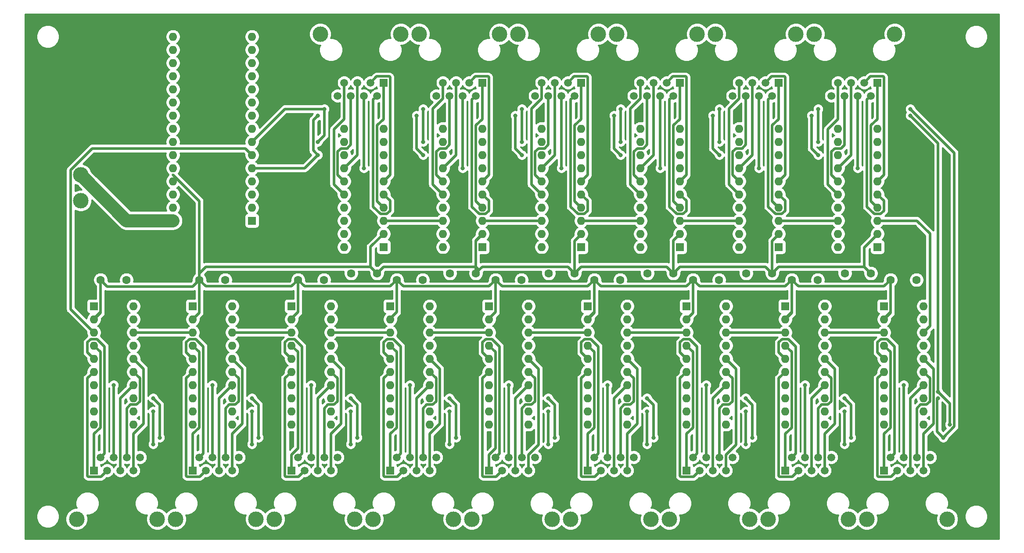
<source format=gbr>
%TF.GenerationSoftware,KiCad,Pcbnew,(5.1.10)-1*%
%TF.CreationDate,2021-12-15T14:13:15+00:00*%
%TF.ProjectId,SCOREBOARD,53434f52-4542-44f4-9152-442e6b696361,rev?*%
%TF.SameCoordinates,Original*%
%TF.FileFunction,Copper,L1,Top*%
%TF.FilePolarity,Positive*%
%FSLAX46Y46*%
G04 Gerber Fmt 4.6, Leading zero omitted, Abs format (unit mm)*
G04 Created by KiCad (PCBNEW (5.1.10)-1) date 2021-12-15 14:13:15*
%MOMM*%
%LPD*%
G01*
G04 APERTURE LIST*
%TA.AperFunction,ComponentPad*%
%ADD10O,1.600000X1.600000*%
%TD*%
%TA.AperFunction,ComponentPad*%
%ADD11R,1.600000X1.600000*%
%TD*%
%TA.AperFunction,ComponentPad*%
%ADD12C,3.000000*%
%TD*%
%TA.AperFunction,ComponentPad*%
%ADD13C,1.500000*%
%TD*%
%TA.AperFunction,ComponentPad*%
%ADD14R,1.500000X1.500000*%
%TD*%
%TA.AperFunction,ComponentPad*%
%ADD15C,1.600000*%
%TD*%
%TA.AperFunction,ViaPad*%
%ADD16C,0.800000*%
%TD*%
%TA.AperFunction,Conductor*%
%ADD17C,2.500000*%
%TD*%
%TA.AperFunction,Conductor*%
%ADD18C,0.500000*%
%TD*%
%TA.AperFunction,NonConductor*%
%ADD19C,0.254000*%
%TD*%
%TA.AperFunction,NonConductor*%
%ADD20C,0.100000*%
%TD*%
G04 APERTURE END LIST*
D10*
%TO.P,U15,20*%
%TO.N,GND*%
X91440000Y-154940000D03*
%TO.P,U15,10*%
X99060000Y-132080000D03*
%TO.P,U15,19*%
X91440000Y-152400000D03*
%TO.P,U15,9*%
X99060000Y-134620000D03*
%TO.P,U15,18*%
%TO.N,Net-(U15-Pad18)*%
X91440000Y-149860000D03*
%TO.P,U15,8*%
%TO.N,5V*%
X99060000Y-137160000D03*
%TO.P,U15,17*%
%TO.N,Net-(U15-Pad17)*%
X91440000Y-147320000D03*
%TO.P,U15,7*%
%TO.N,Net-(J15-Pad4)*%
X99060000Y-139700000D03*
%TO.P,U15,16*%
%TO.N,Net-(J15-Pad7)*%
X91440000Y-144780000D03*
%TO.P,U15,6*%
%TO.N,Net-(J15-Pad3)*%
X99060000Y-142240000D03*
%TO.P,U15,15*%
%TO.N,Net-(J15-Pad6)*%
X91440000Y-142240000D03*
%TO.P,U15,5*%
%TO.N,Net-(J15-Pad2)*%
X99060000Y-144780000D03*
%TO.P,U15,14*%
%TO.N,Net-(J15-Pad5)*%
X91440000Y-139700000D03*
%TO.P,U15,4*%
%TO.N,Net-(J15-Pad1)*%
X99060000Y-147320000D03*
%TO.P,U15,13*%
%TO.N,SRCK*%
X91440000Y-137160000D03*
%TO.P,U15,3*%
%TO.N,Net-(U14-Pad18)*%
X99060000Y-149860000D03*
%TO.P,U15,12*%
%TO.N,RCLK*%
X91440000Y-134620000D03*
%TO.P,U15,2*%
%TO.N,5V*%
X99060000Y-152400000D03*
%TO.P,U15,11*%
%TO.N,GND*%
X91440000Y-132080000D03*
D11*
%TO.P,U15,1*%
X99060000Y-154940000D03*
%TD*%
D10*
%TO.P,U14,20*%
%TO.N,GND*%
X110490000Y-154940000D03*
%TO.P,U14,10*%
X118110000Y-132080000D03*
%TO.P,U14,19*%
X110490000Y-152400000D03*
%TO.P,U14,9*%
X118110000Y-134620000D03*
%TO.P,U14,18*%
%TO.N,Net-(U14-Pad18)*%
X110490000Y-149860000D03*
%TO.P,U14,8*%
%TO.N,5V*%
X118110000Y-137160000D03*
%TO.P,U14,17*%
%TO.N,Net-(U14-Pad17)*%
X110490000Y-147320000D03*
%TO.P,U14,7*%
%TO.N,Net-(J14-Pad4)*%
X118110000Y-139700000D03*
%TO.P,U14,16*%
%TO.N,Net-(J14-Pad7)*%
X110490000Y-144780000D03*
%TO.P,U14,6*%
%TO.N,Net-(J14-Pad3)*%
X118110000Y-142240000D03*
%TO.P,U14,15*%
%TO.N,Net-(J14-Pad6)*%
X110490000Y-142240000D03*
%TO.P,U14,5*%
%TO.N,Net-(J14-Pad2)*%
X118110000Y-144780000D03*
%TO.P,U14,14*%
%TO.N,Net-(J14-Pad5)*%
X110490000Y-139700000D03*
%TO.P,U14,4*%
%TO.N,Net-(J14-Pad1)*%
X118110000Y-147320000D03*
%TO.P,U14,13*%
%TO.N,SRCK*%
X110490000Y-137160000D03*
%TO.P,U14,3*%
%TO.N,Net-(U13-Pad18)*%
X118110000Y-149860000D03*
%TO.P,U14,12*%
%TO.N,RCLK*%
X110490000Y-134620000D03*
%TO.P,U14,2*%
%TO.N,5V*%
X118110000Y-152400000D03*
%TO.P,U14,11*%
%TO.N,GND*%
X110490000Y-132080000D03*
D11*
%TO.P,U14,1*%
X118110000Y-154940000D03*
%TD*%
D10*
%TO.P,U13,20*%
%TO.N,GND*%
X129540000Y-154940000D03*
%TO.P,U13,10*%
X137160000Y-132080000D03*
%TO.P,U13,19*%
X129540000Y-152400000D03*
%TO.P,U13,9*%
X137160000Y-134620000D03*
%TO.P,U13,18*%
%TO.N,Net-(U13-Pad18)*%
X129540000Y-149860000D03*
%TO.P,U13,8*%
%TO.N,5V*%
X137160000Y-137160000D03*
%TO.P,U13,17*%
%TO.N,Net-(U13-Pad17)*%
X129540000Y-147320000D03*
%TO.P,U13,7*%
%TO.N,Net-(J13-Pad4)*%
X137160000Y-139700000D03*
%TO.P,U13,16*%
%TO.N,Net-(J13-Pad7)*%
X129540000Y-144780000D03*
%TO.P,U13,6*%
%TO.N,Net-(J13-Pad3)*%
X137160000Y-142240000D03*
%TO.P,U13,15*%
%TO.N,Net-(J13-Pad6)*%
X129540000Y-142240000D03*
%TO.P,U13,5*%
%TO.N,Net-(J13-Pad2)*%
X137160000Y-144780000D03*
%TO.P,U13,14*%
%TO.N,Net-(J13-Pad5)*%
X129540000Y-139700000D03*
%TO.P,U13,4*%
%TO.N,Net-(J13-Pad1)*%
X137160000Y-147320000D03*
%TO.P,U13,13*%
%TO.N,SRCK*%
X129540000Y-137160000D03*
%TO.P,U13,3*%
%TO.N,Net-(U12-Pad18)*%
X137160000Y-149860000D03*
%TO.P,U13,12*%
%TO.N,RCLK*%
X129540000Y-134620000D03*
%TO.P,U13,2*%
%TO.N,5V*%
X137160000Y-152400000D03*
%TO.P,U13,11*%
%TO.N,GND*%
X129540000Y-132080000D03*
D11*
%TO.P,U13,1*%
X137160000Y-154940000D03*
%TD*%
D10*
%TO.P,U12,20*%
%TO.N,GND*%
X148590000Y-154940000D03*
%TO.P,U12,10*%
X156210000Y-132080000D03*
%TO.P,U12,19*%
X148590000Y-152400000D03*
%TO.P,U12,9*%
X156210000Y-134620000D03*
%TO.P,U12,18*%
%TO.N,Net-(U12-Pad18)*%
X148590000Y-149860000D03*
%TO.P,U12,8*%
%TO.N,5V*%
X156210000Y-137160000D03*
%TO.P,U12,17*%
%TO.N,Net-(U12-Pad17)*%
X148590000Y-147320000D03*
%TO.P,U12,7*%
%TO.N,Net-(J12-Pad4)*%
X156210000Y-139700000D03*
%TO.P,U12,16*%
%TO.N,Net-(J12-Pad7)*%
X148590000Y-144780000D03*
%TO.P,U12,6*%
%TO.N,Net-(J12-Pad3)*%
X156210000Y-142240000D03*
%TO.P,U12,15*%
%TO.N,Net-(J12-Pad6)*%
X148590000Y-142240000D03*
%TO.P,U12,5*%
%TO.N,Net-(J12-Pad2)*%
X156210000Y-144780000D03*
%TO.P,U12,14*%
%TO.N,Net-(J12-Pad5)*%
X148590000Y-139700000D03*
%TO.P,U12,4*%
%TO.N,Net-(J12-Pad1)*%
X156210000Y-147320000D03*
%TO.P,U12,13*%
%TO.N,SRCK*%
X148590000Y-137160000D03*
%TO.P,U12,3*%
%TO.N,Net-(U11-Pad18)*%
X156210000Y-149860000D03*
%TO.P,U12,12*%
%TO.N,RCLK*%
X148590000Y-134620000D03*
%TO.P,U12,2*%
%TO.N,5V*%
X156210000Y-152400000D03*
%TO.P,U12,11*%
%TO.N,GND*%
X148590000Y-132080000D03*
D11*
%TO.P,U12,1*%
X156210000Y-154940000D03*
%TD*%
D10*
%TO.P,U11,20*%
%TO.N,GND*%
X167640000Y-154940000D03*
%TO.P,U11,10*%
X175260000Y-132080000D03*
%TO.P,U11,19*%
X167640000Y-152400000D03*
%TO.P,U11,9*%
X175260000Y-134620000D03*
%TO.P,U11,18*%
%TO.N,Net-(U11-Pad18)*%
X167640000Y-149860000D03*
%TO.P,U11,8*%
%TO.N,5V*%
X175260000Y-137160000D03*
%TO.P,U11,17*%
%TO.N,Net-(U11-Pad17)*%
X167640000Y-147320000D03*
%TO.P,U11,7*%
%TO.N,Net-(J11-Pad4)*%
X175260000Y-139700000D03*
%TO.P,U11,16*%
%TO.N,Net-(J11-Pad7)*%
X167640000Y-144780000D03*
%TO.P,U11,6*%
%TO.N,Net-(J11-Pad3)*%
X175260000Y-142240000D03*
%TO.P,U11,15*%
%TO.N,Net-(J11-Pad6)*%
X167640000Y-142240000D03*
%TO.P,U11,5*%
%TO.N,Net-(J11-Pad2)*%
X175260000Y-144780000D03*
%TO.P,U11,14*%
%TO.N,Net-(J11-Pad5)*%
X167640000Y-139700000D03*
%TO.P,U11,4*%
%TO.N,Net-(J11-Pad1)*%
X175260000Y-147320000D03*
%TO.P,U11,13*%
%TO.N,SRCK*%
X167640000Y-137160000D03*
%TO.P,U11,3*%
%TO.N,Net-(U10-Pad18)*%
X175260000Y-149860000D03*
%TO.P,U11,12*%
%TO.N,RCLK*%
X167640000Y-134620000D03*
%TO.P,U11,2*%
%TO.N,5V*%
X175260000Y-152400000D03*
%TO.P,U11,11*%
%TO.N,GND*%
X167640000Y-132080000D03*
D11*
%TO.P,U11,1*%
X175260000Y-154940000D03*
%TD*%
D10*
%TO.P,U10,20*%
%TO.N,GND*%
X186690000Y-154940000D03*
%TO.P,U10,10*%
X194310000Y-132080000D03*
%TO.P,U10,19*%
X186690000Y-152400000D03*
%TO.P,U10,9*%
X194310000Y-134620000D03*
%TO.P,U10,18*%
%TO.N,Net-(U10-Pad18)*%
X186690000Y-149860000D03*
%TO.P,U10,8*%
%TO.N,5V*%
X194310000Y-137160000D03*
%TO.P,U10,17*%
%TO.N,Net-(U10-Pad17)*%
X186690000Y-147320000D03*
%TO.P,U10,7*%
%TO.N,Net-(J10-Pad4)*%
X194310000Y-139700000D03*
%TO.P,U10,16*%
%TO.N,Net-(J10-Pad7)*%
X186690000Y-144780000D03*
%TO.P,U10,6*%
%TO.N,Net-(J10-Pad3)*%
X194310000Y-142240000D03*
%TO.P,U10,15*%
%TO.N,Net-(J10-Pad6)*%
X186690000Y-142240000D03*
%TO.P,U10,5*%
%TO.N,Net-(J10-Pad2)*%
X194310000Y-144780000D03*
%TO.P,U10,14*%
%TO.N,Net-(J10-Pad5)*%
X186690000Y-139700000D03*
%TO.P,U10,4*%
%TO.N,Net-(J10-Pad1)*%
X194310000Y-147320000D03*
%TO.P,U10,13*%
%TO.N,SRCK*%
X186690000Y-137160000D03*
%TO.P,U10,3*%
%TO.N,Net-(U10-Pad3)*%
X194310000Y-149860000D03*
%TO.P,U10,12*%
%TO.N,RCLK*%
X186690000Y-134620000D03*
%TO.P,U10,2*%
%TO.N,5V*%
X194310000Y-152400000D03*
%TO.P,U10,11*%
%TO.N,GND*%
X186690000Y-132080000D03*
D11*
%TO.P,U10,1*%
X194310000Y-154940000D03*
%TD*%
D10*
%TO.P,U9,20*%
%TO.N,GND*%
X203200000Y-166370000D03*
%TO.P,U9,10*%
X195580000Y-189230000D03*
%TO.P,U9,19*%
X203200000Y-168910000D03*
%TO.P,U9,9*%
X195580000Y-186690000D03*
%TO.P,U9,18*%
%TO.N,Net-(U10-Pad3)*%
X203200000Y-171450000D03*
%TO.P,U9,8*%
%TO.N,5V*%
X195580000Y-184150000D03*
%TO.P,U9,17*%
%TO.N,Net-(U9-Pad17)*%
X203200000Y-173990000D03*
%TO.P,U9,7*%
%TO.N,Net-(J9-Pad4)*%
X195580000Y-181610000D03*
%TO.P,U9,16*%
%TO.N,Net-(J9-Pad7)*%
X203200000Y-176530000D03*
%TO.P,U9,6*%
%TO.N,Net-(J9-Pad3)*%
X195580000Y-179070000D03*
%TO.P,U9,15*%
%TO.N,Net-(J9-Pad6)*%
X203200000Y-179070000D03*
%TO.P,U9,5*%
%TO.N,Net-(J9-Pad2)*%
X195580000Y-176530000D03*
%TO.P,U9,14*%
%TO.N,Net-(J9-Pad5)*%
X203200000Y-181610000D03*
%TO.P,U9,4*%
%TO.N,Net-(J9-Pad1)*%
X195580000Y-173990000D03*
%TO.P,U9,13*%
%TO.N,SRCK*%
X203200000Y-184150000D03*
%TO.P,U9,3*%
%TO.N,Net-(U8-Pad18)*%
X195580000Y-171450000D03*
%TO.P,U9,12*%
%TO.N,RCLK*%
X203200000Y-186690000D03*
%TO.P,U9,2*%
%TO.N,5V*%
X195580000Y-168910000D03*
%TO.P,U9,11*%
%TO.N,GND*%
X203200000Y-189230000D03*
D11*
%TO.P,U9,1*%
X195580000Y-166370000D03*
%TD*%
D10*
%TO.P,U8,20*%
%TO.N,GND*%
X184150000Y-166370000D03*
%TO.P,U8,10*%
X176530000Y-189230000D03*
%TO.P,U8,19*%
X184150000Y-168910000D03*
%TO.P,U8,9*%
X176530000Y-186690000D03*
%TO.P,U8,18*%
%TO.N,Net-(U8-Pad18)*%
X184150000Y-171450000D03*
%TO.P,U8,8*%
%TO.N,5V*%
X176530000Y-184150000D03*
%TO.P,U8,17*%
%TO.N,Net-(U8-Pad17)*%
X184150000Y-173990000D03*
%TO.P,U8,7*%
%TO.N,Net-(J8-Pad4)*%
X176530000Y-181610000D03*
%TO.P,U8,16*%
%TO.N,Net-(J8-Pad7)*%
X184150000Y-176530000D03*
%TO.P,U8,6*%
%TO.N,Net-(J8-Pad3)*%
X176530000Y-179070000D03*
%TO.P,U8,15*%
%TO.N,Net-(J8-Pad6)*%
X184150000Y-179070000D03*
%TO.P,U8,5*%
%TO.N,Net-(J8-Pad2)*%
X176530000Y-176530000D03*
%TO.P,U8,14*%
%TO.N,Net-(J8-Pad5)*%
X184150000Y-181610000D03*
%TO.P,U8,4*%
%TO.N,Net-(J8-Pad1)*%
X176530000Y-173990000D03*
%TO.P,U8,13*%
%TO.N,SRCK*%
X184150000Y-184150000D03*
%TO.P,U8,3*%
%TO.N,Net-(U7-Pad18)*%
X176530000Y-171450000D03*
%TO.P,U8,12*%
%TO.N,RCLK*%
X184150000Y-186690000D03*
%TO.P,U8,2*%
%TO.N,5V*%
X176530000Y-168910000D03*
%TO.P,U8,11*%
%TO.N,GND*%
X184150000Y-189230000D03*
D11*
%TO.P,U8,1*%
X176530000Y-166370000D03*
%TD*%
D10*
%TO.P,U7,20*%
%TO.N,GND*%
X165100000Y-166370000D03*
%TO.P,U7,10*%
X157480000Y-189230000D03*
%TO.P,U7,19*%
X165100000Y-168910000D03*
%TO.P,U7,9*%
X157480000Y-186690000D03*
%TO.P,U7,18*%
%TO.N,Net-(U7-Pad18)*%
X165100000Y-171450000D03*
%TO.P,U7,8*%
%TO.N,5V*%
X157480000Y-184150000D03*
%TO.P,U7,17*%
%TO.N,Net-(U7-Pad17)*%
X165100000Y-173990000D03*
%TO.P,U7,7*%
%TO.N,Net-(J7-Pad4)*%
X157480000Y-181610000D03*
%TO.P,U7,16*%
%TO.N,Net-(J7-Pad7)*%
X165100000Y-176530000D03*
%TO.P,U7,6*%
%TO.N,Net-(J7-Pad3)*%
X157480000Y-179070000D03*
%TO.P,U7,15*%
%TO.N,Net-(J7-Pad6)*%
X165100000Y-179070000D03*
%TO.P,U7,5*%
%TO.N,Net-(J7-Pad2)*%
X157480000Y-176530000D03*
%TO.P,U7,14*%
%TO.N,Net-(J7-Pad5)*%
X165100000Y-181610000D03*
%TO.P,U7,4*%
%TO.N,Net-(J7-Pad1)*%
X157480000Y-173990000D03*
%TO.P,U7,13*%
%TO.N,SRCK*%
X165100000Y-184150000D03*
%TO.P,U7,3*%
%TO.N,Net-(U6-Pad18)*%
X157480000Y-171450000D03*
%TO.P,U7,12*%
%TO.N,RCLK*%
X165100000Y-186690000D03*
%TO.P,U7,2*%
%TO.N,5V*%
X157480000Y-168910000D03*
%TO.P,U7,11*%
%TO.N,GND*%
X165100000Y-189230000D03*
D11*
%TO.P,U7,1*%
X157480000Y-166370000D03*
%TD*%
D10*
%TO.P,U6,20*%
%TO.N,GND*%
X146050000Y-166370000D03*
%TO.P,U6,10*%
X138430000Y-189230000D03*
%TO.P,U6,19*%
X146050000Y-168910000D03*
%TO.P,U6,9*%
X138430000Y-186690000D03*
%TO.P,U6,18*%
%TO.N,Net-(U6-Pad18)*%
X146050000Y-171450000D03*
%TO.P,U6,8*%
%TO.N,5V*%
X138430000Y-184150000D03*
%TO.P,U6,17*%
%TO.N,Net-(U6-Pad17)*%
X146050000Y-173990000D03*
%TO.P,U6,7*%
%TO.N,Net-(J6-Pad4)*%
X138430000Y-181610000D03*
%TO.P,U6,16*%
%TO.N,Net-(J6-Pad7)*%
X146050000Y-176530000D03*
%TO.P,U6,6*%
%TO.N,Net-(J6-Pad3)*%
X138430000Y-179070000D03*
%TO.P,U6,15*%
%TO.N,Net-(J6-Pad6)*%
X146050000Y-179070000D03*
%TO.P,U6,5*%
%TO.N,Net-(J6-Pad2)*%
X138430000Y-176530000D03*
%TO.P,U6,14*%
%TO.N,Net-(J6-Pad5)*%
X146050000Y-181610000D03*
%TO.P,U6,4*%
%TO.N,Net-(J6-Pad1)*%
X138430000Y-173990000D03*
%TO.P,U6,13*%
%TO.N,SRCK*%
X146050000Y-184150000D03*
%TO.P,U6,3*%
%TO.N,Net-(U5-Pad18)*%
X138430000Y-171450000D03*
%TO.P,U6,12*%
%TO.N,RCLK*%
X146050000Y-186690000D03*
%TO.P,U6,2*%
%TO.N,5V*%
X138430000Y-168910000D03*
%TO.P,U6,11*%
%TO.N,GND*%
X146050000Y-189230000D03*
D11*
%TO.P,U6,1*%
X138430000Y-166370000D03*
%TD*%
D10*
%TO.P,U5,20*%
%TO.N,GND*%
X127000000Y-166370000D03*
%TO.P,U5,10*%
X119380000Y-189230000D03*
%TO.P,U5,19*%
X127000000Y-168910000D03*
%TO.P,U5,9*%
X119380000Y-186690000D03*
%TO.P,U5,18*%
%TO.N,Net-(U5-Pad18)*%
X127000000Y-171450000D03*
%TO.P,U5,8*%
%TO.N,5V*%
X119380000Y-184150000D03*
%TO.P,U5,17*%
%TO.N,Net-(U5-Pad17)*%
X127000000Y-173990000D03*
%TO.P,U5,7*%
%TO.N,Net-(J5-Pad4)*%
X119380000Y-181610000D03*
%TO.P,U5,16*%
%TO.N,Net-(J5-Pad7)*%
X127000000Y-176530000D03*
%TO.P,U5,6*%
%TO.N,Net-(J5-Pad3)*%
X119380000Y-179070000D03*
%TO.P,U5,15*%
%TO.N,Net-(J5-Pad6)*%
X127000000Y-179070000D03*
%TO.P,U5,5*%
%TO.N,Net-(J5-Pad2)*%
X119380000Y-176530000D03*
%TO.P,U5,14*%
%TO.N,Net-(J5-Pad5)*%
X127000000Y-181610000D03*
%TO.P,U5,4*%
%TO.N,Net-(J5-Pad1)*%
X119380000Y-173990000D03*
%TO.P,U5,13*%
%TO.N,SRCK*%
X127000000Y-184150000D03*
%TO.P,U5,3*%
%TO.N,Net-(U4-Pad18)*%
X119380000Y-171450000D03*
%TO.P,U5,12*%
%TO.N,RCLK*%
X127000000Y-186690000D03*
%TO.P,U5,2*%
%TO.N,5V*%
X119380000Y-168910000D03*
%TO.P,U5,11*%
%TO.N,GND*%
X127000000Y-189230000D03*
D11*
%TO.P,U5,1*%
X119380000Y-166370000D03*
%TD*%
D10*
%TO.P,U4,20*%
%TO.N,GND*%
X107950000Y-166370000D03*
%TO.P,U4,10*%
X100330000Y-189230000D03*
%TO.P,U4,19*%
X107950000Y-168910000D03*
%TO.P,U4,9*%
X100330000Y-186690000D03*
%TO.P,U4,18*%
%TO.N,Net-(U4-Pad18)*%
X107950000Y-171450000D03*
%TO.P,U4,8*%
%TO.N,5V*%
X100330000Y-184150000D03*
%TO.P,U4,17*%
%TO.N,Net-(U4-Pad17)*%
X107950000Y-173990000D03*
%TO.P,U4,7*%
%TO.N,Net-(J4-Pad4)*%
X100330000Y-181610000D03*
%TO.P,U4,16*%
%TO.N,Net-(J4-Pad7)*%
X107950000Y-176530000D03*
%TO.P,U4,6*%
%TO.N,Net-(J4-Pad3)*%
X100330000Y-179070000D03*
%TO.P,U4,15*%
%TO.N,Net-(J4-Pad6)*%
X107950000Y-179070000D03*
%TO.P,U4,5*%
%TO.N,Net-(J4-Pad2)*%
X100330000Y-176530000D03*
%TO.P,U4,14*%
%TO.N,Net-(J4-Pad5)*%
X107950000Y-181610000D03*
%TO.P,U4,4*%
%TO.N,Net-(J4-Pad1)*%
X100330000Y-173990000D03*
%TO.P,U4,13*%
%TO.N,SRCK*%
X107950000Y-184150000D03*
%TO.P,U4,3*%
%TO.N,Net-(U3-Pad18)*%
X100330000Y-171450000D03*
%TO.P,U4,12*%
%TO.N,RCLK*%
X107950000Y-186690000D03*
%TO.P,U4,2*%
%TO.N,5V*%
X100330000Y-168910000D03*
%TO.P,U4,11*%
%TO.N,GND*%
X107950000Y-189230000D03*
D11*
%TO.P,U4,1*%
X100330000Y-166370000D03*
%TD*%
D10*
%TO.P,U3,20*%
%TO.N,GND*%
X88900000Y-166370000D03*
%TO.P,U3,10*%
X81280000Y-189230000D03*
%TO.P,U3,19*%
X88900000Y-168910000D03*
%TO.P,U3,9*%
X81280000Y-186690000D03*
%TO.P,U3,18*%
%TO.N,Net-(U3-Pad18)*%
X88900000Y-171450000D03*
%TO.P,U3,8*%
%TO.N,5V*%
X81280000Y-184150000D03*
%TO.P,U3,17*%
%TO.N,Net-(U3-Pad17)*%
X88900000Y-173990000D03*
%TO.P,U3,7*%
%TO.N,Net-(J3-Pad4)*%
X81280000Y-181610000D03*
%TO.P,U3,16*%
%TO.N,Net-(J3-Pad7)*%
X88900000Y-176530000D03*
%TO.P,U3,6*%
%TO.N,Net-(J3-Pad3)*%
X81280000Y-179070000D03*
%TO.P,U3,15*%
%TO.N,Net-(J3-Pad6)*%
X88900000Y-179070000D03*
%TO.P,U3,5*%
%TO.N,Net-(J3-Pad2)*%
X81280000Y-176530000D03*
%TO.P,U3,14*%
%TO.N,Net-(J3-Pad5)*%
X88900000Y-181610000D03*
%TO.P,U3,4*%
%TO.N,Net-(J3-Pad1)*%
X81280000Y-173990000D03*
%TO.P,U3,13*%
%TO.N,SRCK*%
X88900000Y-184150000D03*
%TO.P,U3,3*%
%TO.N,Net-(U2-Pad18)*%
X81280000Y-171450000D03*
%TO.P,U3,12*%
%TO.N,RCLK*%
X88900000Y-186690000D03*
%TO.P,U3,2*%
%TO.N,5V*%
X81280000Y-168910000D03*
%TO.P,U3,11*%
%TO.N,GND*%
X88900000Y-189230000D03*
D11*
%TO.P,U3,1*%
X81280000Y-166370000D03*
%TD*%
D10*
%TO.P,U2,20*%
%TO.N,GND*%
X69850000Y-166370000D03*
%TO.P,U2,10*%
X62230000Y-189230000D03*
%TO.P,U2,19*%
X69850000Y-168910000D03*
%TO.P,U2,9*%
X62230000Y-186690000D03*
%TO.P,U2,18*%
%TO.N,Net-(U2-Pad18)*%
X69850000Y-171450000D03*
%TO.P,U2,8*%
%TO.N,5V*%
X62230000Y-184150000D03*
%TO.P,U2,17*%
%TO.N,Net-(U2-Pad17)*%
X69850000Y-173990000D03*
%TO.P,U2,7*%
%TO.N,Net-(J2-Pad4)*%
X62230000Y-181610000D03*
%TO.P,U2,16*%
%TO.N,Net-(J2-Pad7)*%
X69850000Y-176530000D03*
%TO.P,U2,6*%
%TO.N,Net-(J2-Pad3)*%
X62230000Y-179070000D03*
%TO.P,U2,15*%
%TO.N,Net-(J2-Pad6)*%
X69850000Y-179070000D03*
%TO.P,U2,5*%
%TO.N,Net-(J2-Pad2)*%
X62230000Y-176530000D03*
%TO.P,U2,14*%
%TO.N,Net-(J2-Pad5)*%
X69850000Y-181610000D03*
%TO.P,U2,4*%
%TO.N,Net-(J2-Pad1)*%
X62230000Y-173990000D03*
%TO.P,U2,13*%
%TO.N,SRCK*%
X69850000Y-184150000D03*
%TO.P,U2,3*%
%TO.N,Net-(U1-Pad18)*%
X62230000Y-171450000D03*
%TO.P,U2,12*%
%TO.N,RCLK*%
X69850000Y-186690000D03*
%TO.P,U2,2*%
%TO.N,5V*%
X62230000Y-168910000D03*
%TO.P,U2,11*%
%TO.N,GND*%
X69850000Y-189230000D03*
D11*
%TO.P,U2,1*%
X62230000Y-166370000D03*
%TD*%
D10*
%TO.P,U1,20*%
%TO.N,GND*%
X50800000Y-166370000D03*
%TO.P,U1,10*%
X43180000Y-189230000D03*
%TO.P,U1,19*%
X50800000Y-168910000D03*
%TO.P,U1,9*%
X43180000Y-186690000D03*
%TO.P,U1,18*%
%TO.N,Net-(U1-Pad18)*%
X50800000Y-171450000D03*
%TO.P,U1,8*%
%TO.N,5V*%
X43180000Y-184150000D03*
%TO.P,U1,17*%
%TO.N,Net-(U1-Pad17)*%
X50800000Y-173990000D03*
%TO.P,U1,7*%
%TO.N,Net-(J1-Pad4)*%
X43180000Y-181610000D03*
%TO.P,U1,16*%
%TO.N,Net-(J1-Pad7)*%
X50800000Y-176530000D03*
%TO.P,U1,6*%
%TO.N,Net-(J1-Pad3)*%
X43180000Y-179070000D03*
%TO.P,U1,15*%
%TO.N,Net-(J1-Pad6)*%
X50800000Y-179070000D03*
%TO.P,U1,5*%
%TO.N,Net-(J1-Pad2)*%
X43180000Y-176530000D03*
%TO.P,U1,14*%
%TO.N,Net-(J1-Pad5)*%
X50800000Y-181610000D03*
%TO.P,U1,4*%
%TO.N,Net-(J1-Pad1)*%
X43180000Y-173990000D03*
%TO.P,U1,13*%
%TO.N,SRCK*%
X50800000Y-184150000D03*
%TO.P,U1,3*%
%TO.N,SERIAL*%
X43180000Y-171450000D03*
%TO.P,U1,12*%
%TO.N,RCLK*%
X50800000Y-186690000D03*
%TO.P,U1,2*%
%TO.N,5V*%
X43180000Y-168910000D03*
%TO.P,U1,11*%
%TO.N,GND*%
X50800000Y-189230000D03*
D11*
%TO.P,U1,1*%
X43180000Y-166370000D03*
%TD*%
D12*
%TO.P,J16,2*%
%TO.N,GND*%
X40640000Y-146010000D03*
%TO.P,J16,1*%
%TO.N,+12V*%
X40640000Y-141010000D03*
%TD*%
%TO.P,J1,SH*%
%TO.N,N/C*%
X55395000Y-207520000D03*
D13*
%TO.P,J1,3*%
%TO.N,Net-(J1-Pad3)*%
X45720000Y-198120000D03*
%TO.P,J1,5*%
%TO.N,Net-(J1-Pad5)*%
X48260000Y-198120000D03*
%TO.P,J1,4*%
%TO.N,Net-(J1-Pad4)*%
X46990000Y-195580000D03*
%TO.P,J1,7*%
%TO.N,Net-(J1-Pad7)*%
X50800000Y-198120000D03*
D14*
%TO.P,J1,1*%
%TO.N,Net-(J1-Pad1)*%
X43180000Y-198120000D03*
D13*
%TO.P,J1,2*%
%TO.N,Net-(J1-Pad2)*%
X44450000Y-195580000D03*
D12*
%TO.P,J1,SH*%
%TO.N,N/C*%
X39855000Y-207520000D03*
D13*
%TO.P,J1,8*%
%TO.N,+12V*%
X52070000Y-195580000D03*
%TO.P,J1,6*%
%TO.N,Net-(J1-Pad6)*%
X49530000Y-195580000D03*
%TD*%
D12*
%TO.P,J15,SH*%
%TO.N,N/C*%
X86845000Y-113790000D03*
D13*
%TO.P,J15,3*%
%TO.N,Net-(J15-Pad3)*%
X96520000Y-123190000D03*
%TO.P,J15,5*%
%TO.N,Net-(J15-Pad5)*%
X93980000Y-123190000D03*
%TO.P,J15,4*%
%TO.N,Net-(J15-Pad4)*%
X95250000Y-125730000D03*
%TO.P,J15,7*%
%TO.N,Net-(J15-Pad7)*%
X91440000Y-123190000D03*
D14*
%TO.P,J15,1*%
%TO.N,Net-(J15-Pad1)*%
X99060000Y-123190000D03*
D13*
%TO.P,J15,2*%
%TO.N,Net-(J15-Pad2)*%
X97790000Y-125730000D03*
D12*
%TO.P,J15,SH*%
%TO.N,N/C*%
X102385000Y-113790000D03*
D13*
%TO.P,J15,8*%
%TO.N,+12V*%
X90170000Y-125730000D03*
%TO.P,J15,6*%
%TO.N,Net-(J15-Pad6)*%
X92710000Y-125730000D03*
%TD*%
%TO.P,J14,6*%
%TO.N,Net-(J14-Pad6)*%
X111760000Y-125730000D03*
%TO.P,J14,8*%
%TO.N,+12V*%
X109220000Y-125730000D03*
D12*
%TO.P,J14,SH*%
%TO.N,N/C*%
X121435000Y-113790000D03*
D13*
%TO.P,J14,2*%
%TO.N,Net-(J14-Pad2)*%
X116840000Y-125730000D03*
D14*
%TO.P,J14,1*%
%TO.N,Net-(J14-Pad1)*%
X118110000Y-123190000D03*
D13*
%TO.P,J14,7*%
%TO.N,Net-(J14-Pad7)*%
X110490000Y-123190000D03*
%TO.P,J14,4*%
%TO.N,Net-(J14-Pad4)*%
X114300000Y-125730000D03*
%TO.P,J14,5*%
%TO.N,Net-(J14-Pad5)*%
X113030000Y-123190000D03*
%TO.P,J14,3*%
%TO.N,Net-(J14-Pad3)*%
X115570000Y-123190000D03*
D12*
%TO.P,J14,SH*%
%TO.N,N/C*%
X105895000Y-113790000D03*
%TD*%
D13*
%TO.P,J13,6*%
%TO.N,Net-(J13-Pad6)*%
X130810000Y-125730000D03*
%TO.P,J13,8*%
%TO.N,+12V*%
X128270000Y-125730000D03*
D12*
%TO.P,J13,SH*%
%TO.N,N/C*%
X140485000Y-113790000D03*
D13*
%TO.P,J13,2*%
%TO.N,Net-(J13-Pad2)*%
X135890000Y-125730000D03*
D14*
%TO.P,J13,1*%
%TO.N,Net-(J13-Pad1)*%
X137160000Y-123190000D03*
D13*
%TO.P,J13,7*%
%TO.N,Net-(J13-Pad7)*%
X129540000Y-123190000D03*
%TO.P,J13,4*%
%TO.N,Net-(J13-Pad4)*%
X133350000Y-125730000D03*
%TO.P,J13,5*%
%TO.N,Net-(J13-Pad5)*%
X132080000Y-123190000D03*
%TO.P,J13,3*%
%TO.N,Net-(J13-Pad3)*%
X134620000Y-123190000D03*
D12*
%TO.P,J13,SH*%
%TO.N,N/C*%
X124945000Y-113790000D03*
%TD*%
D13*
%TO.P,J12,6*%
%TO.N,Net-(J12-Pad6)*%
X149860000Y-125730000D03*
%TO.P,J12,8*%
%TO.N,+12V*%
X147320000Y-125730000D03*
D12*
%TO.P,J12,SH*%
%TO.N,N/C*%
X159535000Y-113790000D03*
D13*
%TO.P,J12,2*%
%TO.N,Net-(J12-Pad2)*%
X154940000Y-125730000D03*
D14*
%TO.P,J12,1*%
%TO.N,Net-(J12-Pad1)*%
X156210000Y-123190000D03*
D13*
%TO.P,J12,7*%
%TO.N,Net-(J12-Pad7)*%
X148590000Y-123190000D03*
%TO.P,J12,4*%
%TO.N,Net-(J12-Pad4)*%
X152400000Y-125730000D03*
%TO.P,J12,5*%
%TO.N,Net-(J12-Pad5)*%
X151130000Y-123190000D03*
%TO.P,J12,3*%
%TO.N,Net-(J12-Pad3)*%
X153670000Y-123190000D03*
D12*
%TO.P,J12,SH*%
%TO.N,N/C*%
X143995000Y-113790000D03*
%TD*%
D13*
%TO.P,J11,6*%
%TO.N,Net-(J11-Pad6)*%
X168910000Y-125730000D03*
%TO.P,J11,8*%
%TO.N,+12V*%
X166370000Y-125730000D03*
D12*
%TO.P,J11,SH*%
%TO.N,N/C*%
X178585000Y-113790000D03*
D13*
%TO.P,J11,2*%
%TO.N,Net-(J11-Pad2)*%
X173990000Y-125730000D03*
D14*
%TO.P,J11,1*%
%TO.N,Net-(J11-Pad1)*%
X175260000Y-123190000D03*
D13*
%TO.P,J11,7*%
%TO.N,Net-(J11-Pad7)*%
X167640000Y-123190000D03*
%TO.P,J11,4*%
%TO.N,Net-(J11-Pad4)*%
X171450000Y-125730000D03*
%TO.P,J11,5*%
%TO.N,Net-(J11-Pad5)*%
X170180000Y-123190000D03*
%TO.P,J11,3*%
%TO.N,Net-(J11-Pad3)*%
X172720000Y-123190000D03*
D12*
%TO.P,J11,SH*%
%TO.N,N/C*%
X163045000Y-113790000D03*
%TD*%
D13*
%TO.P,J10,6*%
%TO.N,Net-(J10-Pad6)*%
X187960000Y-125730000D03*
%TO.P,J10,8*%
%TO.N,+12V*%
X185420000Y-125730000D03*
D12*
%TO.P,J10,SH*%
%TO.N,N/C*%
X197635000Y-113790000D03*
D13*
%TO.P,J10,2*%
%TO.N,Net-(J10-Pad2)*%
X193040000Y-125730000D03*
D14*
%TO.P,J10,1*%
%TO.N,Net-(J10-Pad1)*%
X194310000Y-123190000D03*
D13*
%TO.P,J10,7*%
%TO.N,Net-(J10-Pad7)*%
X186690000Y-123190000D03*
%TO.P,J10,4*%
%TO.N,Net-(J10-Pad4)*%
X190500000Y-125730000D03*
%TO.P,J10,5*%
%TO.N,Net-(J10-Pad5)*%
X189230000Y-123190000D03*
%TO.P,J10,3*%
%TO.N,Net-(J10-Pad3)*%
X191770000Y-123190000D03*
D12*
%TO.P,J10,SH*%
%TO.N,N/C*%
X182095000Y-113790000D03*
%TD*%
D13*
%TO.P,J9,6*%
%TO.N,Net-(J9-Pad6)*%
X201930000Y-195580000D03*
%TO.P,J9,8*%
%TO.N,+12V*%
X204470000Y-195580000D03*
D12*
%TO.P,J9,SH*%
%TO.N,N/C*%
X192255000Y-207520000D03*
D13*
%TO.P,J9,2*%
%TO.N,Net-(J9-Pad2)*%
X196850000Y-195580000D03*
D14*
%TO.P,J9,1*%
%TO.N,Net-(J9-Pad1)*%
X195580000Y-198120000D03*
D13*
%TO.P,J9,7*%
%TO.N,Net-(J9-Pad7)*%
X203200000Y-198120000D03*
%TO.P,J9,4*%
%TO.N,Net-(J9-Pad4)*%
X199390000Y-195580000D03*
%TO.P,J9,5*%
%TO.N,Net-(J9-Pad5)*%
X200660000Y-198120000D03*
%TO.P,J9,3*%
%TO.N,Net-(J9-Pad3)*%
X198120000Y-198120000D03*
D12*
%TO.P,J9,SH*%
%TO.N,N/C*%
X207795000Y-207520000D03*
%TD*%
D13*
%TO.P,J8,6*%
%TO.N,Net-(J8-Pad6)*%
X182880000Y-195580000D03*
%TO.P,J8,8*%
%TO.N,+12V*%
X185420000Y-195580000D03*
D12*
%TO.P,J8,SH*%
%TO.N,N/C*%
X173205000Y-207520000D03*
D13*
%TO.P,J8,2*%
%TO.N,Net-(J8-Pad2)*%
X177800000Y-195580000D03*
D14*
%TO.P,J8,1*%
%TO.N,Net-(J8-Pad1)*%
X176530000Y-198120000D03*
D13*
%TO.P,J8,7*%
%TO.N,Net-(J8-Pad7)*%
X184150000Y-198120000D03*
%TO.P,J8,4*%
%TO.N,Net-(J8-Pad4)*%
X180340000Y-195580000D03*
%TO.P,J8,5*%
%TO.N,Net-(J8-Pad5)*%
X181610000Y-198120000D03*
%TO.P,J8,3*%
%TO.N,Net-(J8-Pad3)*%
X179070000Y-198120000D03*
D12*
%TO.P,J8,SH*%
%TO.N,N/C*%
X188745000Y-207520000D03*
%TD*%
D13*
%TO.P,J7,6*%
%TO.N,Net-(J7-Pad6)*%
X163830000Y-195580000D03*
%TO.P,J7,8*%
%TO.N,+12V*%
X166370000Y-195580000D03*
D12*
%TO.P,J7,SH*%
%TO.N,N/C*%
X154155000Y-207520000D03*
D13*
%TO.P,J7,2*%
%TO.N,Net-(J7-Pad2)*%
X158750000Y-195580000D03*
D14*
%TO.P,J7,1*%
%TO.N,Net-(J7-Pad1)*%
X157480000Y-198120000D03*
D13*
%TO.P,J7,7*%
%TO.N,Net-(J7-Pad7)*%
X165100000Y-198120000D03*
%TO.P,J7,4*%
%TO.N,Net-(J7-Pad4)*%
X161290000Y-195580000D03*
%TO.P,J7,5*%
%TO.N,Net-(J7-Pad5)*%
X162560000Y-198120000D03*
%TO.P,J7,3*%
%TO.N,Net-(J7-Pad3)*%
X160020000Y-198120000D03*
D12*
%TO.P,J7,SH*%
%TO.N,N/C*%
X169695000Y-207520000D03*
%TD*%
D13*
%TO.P,J6,6*%
%TO.N,Net-(J6-Pad6)*%
X144780000Y-195580000D03*
%TO.P,J6,8*%
%TO.N,+12V*%
X147320000Y-195580000D03*
D12*
%TO.P,J6,SH*%
%TO.N,N/C*%
X135105000Y-207520000D03*
D13*
%TO.P,J6,2*%
%TO.N,Net-(J6-Pad2)*%
X139700000Y-195580000D03*
D14*
%TO.P,J6,1*%
%TO.N,Net-(J6-Pad1)*%
X138430000Y-198120000D03*
D13*
%TO.P,J6,7*%
%TO.N,Net-(J6-Pad7)*%
X146050000Y-198120000D03*
%TO.P,J6,4*%
%TO.N,Net-(J6-Pad4)*%
X142240000Y-195580000D03*
%TO.P,J6,5*%
%TO.N,Net-(J6-Pad5)*%
X143510000Y-198120000D03*
%TO.P,J6,3*%
%TO.N,Net-(J6-Pad3)*%
X140970000Y-198120000D03*
D12*
%TO.P,J6,SH*%
%TO.N,N/C*%
X150645000Y-207520000D03*
%TD*%
D13*
%TO.P,J5,6*%
%TO.N,Net-(J5-Pad6)*%
X125730000Y-195580000D03*
%TO.P,J5,8*%
%TO.N,+12V*%
X128270000Y-195580000D03*
D12*
%TO.P,J5,SH*%
%TO.N,N/C*%
X116055000Y-207520000D03*
D13*
%TO.P,J5,2*%
%TO.N,Net-(J5-Pad2)*%
X120650000Y-195580000D03*
D14*
%TO.P,J5,1*%
%TO.N,Net-(J5-Pad1)*%
X119380000Y-198120000D03*
D13*
%TO.P,J5,7*%
%TO.N,Net-(J5-Pad7)*%
X127000000Y-198120000D03*
%TO.P,J5,4*%
%TO.N,Net-(J5-Pad4)*%
X123190000Y-195580000D03*
%TO.P,J5,5*%
%TO.N,Net-(J5-Pad5)*%
X124460000Y-198120000D03*
%TO.P,J5,3*%
%TO.N,Net-(J5-Pad3)*%
X121920000Y-198120000D03*
D12*
%TO.P,J5,SH*%
%TO.N,N/C*%
X131595000Y-207520000D03*
%TD*%
D13*
%TO.P,J4,6*%
%TO.N,Net-(J4-Pad6)*%
X106680000Y-195580000D03*
%TO.P,J4,8*%
%TO.N,+12V*%
X109220000Y-195580000D03*
D12*
%TO.P,J4,SH*%
%TO.N,N/C*%
X97005000Y-207520000D03*
D13*
%TO.P,J4,2*%
%TO.N,Net-(J4-Pad2)*%
X101600000Y-195580000D03*
D14*
%TO.P,J4,1*%
%TO.N,Net-(J4-Pad1)*%
X100330000Y-198120000D03*
D13*
%TO.P,J4,7*%
%TO.N,Net-(J4-Pad7)*%
X107950000Y-198120000D03*
%TO.P,J4,4*%
%TO.N,Net-(J4-Pad4)*%
X104140000Y-195580000D03*
%TO.P,J4,5*%
%TO.N,Net-(J4-Pad5)*%
X105410000Y-198120000D03*
%TO.P,J4,3*%
%TO.N,Net-(J4-Pad3)*%
X102870000Y-198120000D03*
D12*
%TO.P,J4,SH*%
%TO.N,N/C*%
X112545000Y-207520000D03*
%TD*%
%TO.P,J3,SH*%
%TO.N,N/C*%
X93495000Y-207520000D03*
D13*
%TO.P,J3,3*%
%TO.N,Net-(J3-Pad3)*%
X83820000Y-198120000D03*
%TO.P,J3,5*%
%TO.N,Net-(J3-Pad5)*%
X86360000Y-198120000D03*
%TO.P,J3,4*%
%TO.N,Net-(J3-Pad4)*%
X85090000Y-195580000D03*
%TO.P,J3,7*%
%TO.N,Net-(J3-Pad7)*%
X88900000Y-198120000D03*
D14*
%TO.P,J3,1*%
%TO.N,Net-(J3-Pad1)*%
X81280000Y-198120000D03*
D13*
%TO.P,J3,2*%
%TO.N,Net-(J3-Pad2)*%
X82550000Y-195580000D03*
D12*
%TO.P,J3,SH*%
%TO.N,N/C*%
X77955000Y-207520000D03*
D13*
%TO.P,J3,8*%
%TO.N,+12V*%
X90170000Y-195580000D03*
%TO.P,J3,6*%
%TO.N,Net-(J3-Pad6)*%
X87630000Y-195580000D03*
%TD*%
D12*
%TO.P,J2,SH*%
%TO.N,N/C*%
X74445000Y-207520000D03*
D13*
%TO.P,J2,3*%
%TO.N,Net-(J2-Pad3)*%
X64770000Y-198120000D03*
%TO.P,J2,5*%
%TO.N,Net-(J2-Pad5)*%
X67310000Y-198120000D03*
%TO.P,J2,4*%
%TO.N,Net-(J2-Pad4)*%
X66040000Y-195580000D03*
%TO.P,J2,7*%
%TO.N,Net-(J2-Pad7)*%
X69850000Y-198120000D03*
D14*
%TO.P,J2,1*%
%TO.N,Net-(J2-Pad1)*%
X62230000Y-198120000D03*
D13*
%TO.P,J2,2*%
%TO.N,Net-(J2-Pad2)*%
X63500000Y-195580000D03*
D12*
%TO.P,J2,SH*%
%TO.N,N/C*%
X58905000Y-207520000D03*
D13*
%TO.P,J2,8*%
%TO.N,+12V*%
X71120000Y-195580000D03*
%TO.P,J2,6*%
%TO.N,Net-(J2-Pad6)*%
X68580000Y-195580000D03*
%TD*%
D15*
%TO.P,C15,2*%
%TO.N,GND*%
X92790000Y-160020000D03*
%TO.P,C15,1*%
%TO.N,5V*%
X97790000Y-160020000D03*
%TD*%
%TO.P,C14,2*%
%TO.N,GND*%
X111840000Y-160020000D03*
%TO.P,C14,1*%
%TO.N,5V*%
X116840000Y-160020000D03*
%TD*%
%TO.P,C13,2*%
%TO.N,GND*%
X130890000Y-160020000D03*
%TO.P,C13,1*%
%TO.N,5V*%
X135890000Y-160020000D03*
%TD*%
%TO.P,C12,2*%
%TO.N,GND*%
X149940000Y-160020000D03*
%TO.P,C12,1*%
%TO.N,5V*%
X154940000Y-160020000D03*
%TD*%
%TO.P,C11,2*%
%TO.N,GND*%
X168990000Y-160020000D03*
%TO.P,C11,1*%
%TO.N,5V*%
X173990000Y-160020000D03*
%TD*%
%TO.P,C10,2*%
%TO.N,GND*%
X188040000Y-160020000D03*
%TO.P,C10,1*%
%TO.N,5V*%
X193040000Y-160020000D03*
%TD*%
%TO.P,C9,2*%
%TO.N,GND*%
X201850000Y-161290000D03*
%TO.P,C9,1*%
%TO.N,5V*%
X196850000Y-161290000D03*
%TD*%
%TO.P,C8,2*%
%TO.N,GND*%
X182800000Y-161290000D03*
%TO.P,C8,1*%
%TO.N,5V*%
X177800000Y-161290000D03*
%TD*%
%TO.P,C7,2*%
%TO.N,GND*%
X163750000Y-161290000D03*
%TO.P,C7,1*%
%TO.N,5V*%
X158750000Y-161290000D03*
%TD*%
%TO.P,C6,2*%
%TO.N,GND*%
X144700000Y-161290000D03*
%TO.P,C6,1*%
%TO.N,5V*%
X139700000Y-161290000D03*
%TD*%
%TO.P,C5,2*%
%TO.N,GND*%
X125650000Y-161290000D03*
%TO.P,C5,1*%
%TO.N,5V*%
X120650000Y-161290000D03*
%TD*%
%TO.P,C4,2*%
%TO.N,GND*%
X106600000Y-161290000D03*
%TO.P,C4,1*%
%TO.N,5V*%
X101600000Y-161290000D03*
%TD*%
%TO.P,C3,2*%
%TO.N,GND*%
X87550000Y-161290000D03*
%TO.P,C3,1*%
%TO.N,5V*%
X82550000Y-161290000D03*
%TD*%
%TO.P,C2,2*%
%TO.N,GND*%
X68500000Y-161290000D03*
%TO.P,C2,1*%
%TO.N,5V*%
X63500000Y-161290000D03*
%TD*%
%TO.P,C1,2*%
%TO.N,GND*%
X49450000Y-161290000D03*
%TO.P,C1,1*%
%TO.N,5V*%
X44450000Y-161290000D03*
%TD*%
D10*
%TO.P,A1,16*%
%TO.N,Net-(A1-Pad16)*%
X58420000Y-114300000D03*
%TO.P,A1,15*%
%TO.N,Net-(A1-Pad15)*%
X73660000Y-114300000D03*
%TO.P,A1,30*%
%TO.N,+12V*%
X58420000Y-149860000D03*
%TO.P,A1,14*%
%TO.N,Net-(A1-Pad14)*%
X73660000Y-116840000D03*
%TO.P,A1,29*%
%TO.N,GND*%
X58420000Y-147320000D03*
%TO.P,A1,13*%
%TO.N,Net-(A1-Pad13)*%
X73660000Y-119380000D03*
%TO.P,A1,28*%
%TO.N,Net-(A1-Pad28)*%
X58420000Y-144780000D03*
%TO.P,A1,12*%
%TO.N,Net-(A1-Pad12)*%
X73660000Y-121920000D03*
%TO.P,A1,27*%
%TO.N,5V*%
X58420000Y-142240000D03*
%TO.P,A1,11*%
%TO.N,Net-(A1-Pad11)*%
X73660000Y-124460000D03*
%TO.P,A1,26*%
%TO.N,Net-(A1-Pad26)*%
X58420000Y-139700000D03*
%TO.P,A1,10*%
%TO.N,Net-(A1-Pad10)*%
X73660000Y-127000000D03*
%TO.P,A1,25*%
%TO.N,Net-(A1-Pad25)*%
X58420000Y-137160000D03*
%TO.P,A1,9*%
%TO.N,Net-(A1-Pad9)*%
X73660000Y-129540000D03*
%TO.P,A1,24*%
%TO.N,Net-(A1-Pad24)*%
X58420000Y-134620000D03*
%TO.P,A1,8*%
%TO.N,Net-(A1-Pad8)*%
X73660000Y-132080000D03*
%TO.P,A1,23*%
%TO.N,Net-(A1-Pad23)*%
X58420000Y-132080000D03*
%TO.P,A1,7*%
%TO.N,RCLK*%
X73660000Y-134620000D03*
%TO.P,A1,22*%
%TO.N,Net-(A1-Pad22)*%
X58420000Y-129540000D03*
%TO.P,A1,6*%
%TO.N,SERIAL*%
X73660000Y-137160000D03*
%TO.P,A1,21*%
%TO.N,Net-(A1-Pad21)*%
X58420000Y-127000000D03*
%TO.P,A1,5*%
%TO.N,SRCK*%
X73660000Y-139700000D03*
%TO.P,A1,20*%
%TO.N,Net-(A1-Pad20)*%
X58420000Y-124460000D03*
%TO.P,A1,4*%
%TO.N,GND*%
X73660000Y-142240000D03*
%TO.P,A1,19*%
%TO.N,Net-(A1-Pad19)*%
X58420000Y-121920000D03*
%TO.P,A1,3*%
%TO.N,Net-(A1-Pad3)*%
X73660000Y-144780000D03*
%TO.P,A1,18*%
%TO.N,Net-(A1-Pad18)*%
X58420000Y-119380000D03*
%TO.P,A1,2*%
%TO.N,Net-(A1-Pad2)*%
X73660000Y-147320000D03*
%TO.P,A1,17*%
%TO.N,Net-(A1-Pad17)*%
X58420000Y-116840000D03*
D11*
%TO.P,A1,1*%
%TO.N,Net-(A1-Pad1)*%
X73660000Y-149860000D03*
%TD*%
D16*
%TO.N,RCLK*%
X54610000Y-186690000D03*
X54610000Y-193040000D03*
X92710000Y-193040000D03*
X92710000Y-186690000D03*
X73660000Y-186690000D03*
X73660000Y-193040000D03*
X111760000Y-186690000D03*
X206000011Y-184150000D03*
X207010000Y-191770000D03*
X111760000Y-193040000D03*
X130810000Y-186690000D03*
X130810000Y-193040000D03*
X149860000Y-186690000D03*
X149860000Y-193040000D03*
X187960000Y-186690000D03*
X187960000Y-193040000D03*
X168910000Y-186690000D03*
X168910000Y-193040000D03*
X87630000Y-128270000D03*
X144780000Y-134620000D03*
X144780000Y-128270000D03*
X125730000Y-134620000D03*
X125730000Y-128270000D03*
X163830000Y-134620000D03*
X163830000Y-128270000D03*
X182880000Y-134620000D03*
X182880000Y-128270000D03*
X106680000Y-134620000D03*
X106680000Y-128270000D03*
X86360000Y-134620000D03*
X200660000Y-128270000D03*
%TO.N,SRCK*%
X54610000Y-184150000D03*
X55880000Y-191770000D03*
X73660000Y-184150000D03*
X93980000Y-191770000D03*
X92710000Y-184150000D03*
X74930000Y-191770000D03*
X111760000Y-184150000D03*
X206000011Y-182880000D03*
X208280000Y-189230000D03*
X113030000Y-191770000D03*
X130810000Y-184150000D03*
X132080000Y-191770000D03*
X149860000Y-184150000D03*
X151130000Y-191770000D03*
X168910000Y-184150000D03*
X170180000Y-191770000D03*
X187960000Y-184150000D03*
X189230000Y-191770000D03*
X86360000Y-137160000D03*
X144780000Y-137160000D03*
X143510000Y-129540000D03*
X125730000Y-137160000D03*
X124460000Y-129540000D03*
X163830000Y-137160000D03*
X162560000Y-129540000D03*
X182880000Y-137160000D03*
X181610000Y-129540000D03*
X105410000Y-129540000D03*
X106680000Y-137160000D03*
X86360000Y-129540000D03*
X200660000Y-129540000D03*
%TO.N,Net-(J2-Pad4)*%
X66040000Y-181610000D03*
%TO.N,Net-(J3-Pad4)*%
X85090000Y-181610000D03*
%TO.N,Net-(J4-Pad4)*%
X104140000Y-181610000D03*
%TO.N,Net-(J5-Pad4)*%
X123190000Y-181610000D03*
%TO.N,Net-(J6-Pad4)*%
X142240000Y-181610000D03*
%TO.N,Net-(J7-Pad4)*%
X161290000Y-181610000D03*
%TO.N,Net-(J8-Pad4)*%
X180340000Y-181610000D03*
%TO.N,Net-(J9-Pad4)*%
X199390000Y-181610000D03*
%TO.N,Net-(J10-Pad4)*%
X190500000Y-139700000D03*
%TO.N,Net-(J11-Pad4)*%
X171450000Y-139700000D03*
%TO.N,Net-(J12-Pad4)*%
X152400000Y-139700000D03*
%TO.N,Net-(J13-Pad4)*%
X133350000Y-139700000D03*
%TO.N,Net-(J14-Pad4)*%
X114300000Y-139700000D03*
%TO.N,Net-(J15-Pad4)*%
X95250000Y-139700000D03*
%TO.N,Net-(J1-Pad4)*%
X46990000Y-181610000D03*
%TD*%
D17*
%TO.N,+12V*%
X49490000Y-149860000D02*
X58420000Y-149860000D01*
X40640000Y-141010000D02*
X49490000Y-149860000D01*
D18*
%TO.N,5V*%
X81299999Y-162540001D02*
X82550000Y-161290000D01*
X64750001Y-162540001D02*
X81299999Y-162540001D01*
X63500000Y-161290000D02*
X64750001Y-162540001D01*
X83800001Y-162540001D02*
X100349999Y-162540001D01*
X100349999Y-162540001D02*
X101600000Y-161290000D01*
X82550000Y-161290000D02*
X83800001Y-162540001D01*
X119399999Y-162540001D02*
X120650000Y-161290000D01*
X102850001Y-162540001D02*
X119399999Y-162540001D01*
X101600000Y-161290000D02*
X102850001Y-162540001D01*
X138449999Y-162540001D02*
X139700000Y-161290000D01*
X121900001Y-162540001D02*
X138449999Y-162540001D01*
X120650000Y-161290000D02*
X121900001Y-162540001D01*
X157499999Y-162540001D02*
X158750000Y-161290000D01*
X140950001Y-162540001D02*
X157499999Y-162540001D01*
X139700000Y-161290000D02*
X140950001Y-162540001D01*
X176549999Y-162540001D02*
X177800000Y-161290000D01*
X160000001Y-162540001D02*
X176549999Y-162540001D01*
X158750000Y-161290000D02*
X160000001Y-162540001D01*
X175240001Y-158769999D02*
X173990000Y-160020000D01*
X191789999Y-158769999D02*
X175240001Y-158769999D01*
X193040000Y-160020000D02*
X191789999Y-158769999D01*
X156190001Y-158769999D02*
X154940000Y-160020000D01*
X172739999Y-158769999D02*
X156190001Y-158769999D01*
X173990000Y-160020000D02*
X172739999Y-158769999D01*
X137140001Y-158769999D02*
X135890000Y-160020000D01*
X153689999Y-158769999D02*
X137140001Y-158769999D01*
X154940000Y-160020000D02*
X153689999Y-158769999D01*
X134639999Y-158769999D02*
X118090001Y-158769999D01*
X135890000Y-160020000D02*
X134639999Y-158769999D01*
X99040001Y-158769999D02*
X97790000Y-160020000D01*
X116859999Y-158769999D02*
X99040001Y-158769999D01*
X117475000Y-159385000D02*
X116859999Y-158769999D01*
X118090001Y-158769999D02*
X117475000Y-159385000D01*
X117475000Y-159385000D02*
X116840000Y-160020000D01*
X97790000Y-160020000D02*
X96539999Y-158769999D01*
X63500000Y-161290000D02*
X62230000Y-162560000D01*
X45720000Y-162560000D02*
X44450000Y-161290000D01*
X62230000Y-162560000D02*
X45720000Y-162560000D01*
X44450000Y-167640000D02*
X43180000Y-168910000D01*
X138430000Y-168780002D02*
X138430000Y-168910000D01*
X139700000Y-167510002D02*
X138430000Y-168780002D01*
X118110000Y-152529998D02*
X118110000Y-152400000D01*
X116840000Y-153799998D02*
X118110000Y-152529998D01*
X196850000Y-167640000D02*
X195580000Y-168910000D01*
X195599999Y-162540001D02*
X196850000Y-161290000D01*
X179050001Y-162540001D02*
X195599999Y-162540001D01*
X177800000Y-161290000D02*
X179050001Y-162540001D01*
X177800000Y-167640000D02*
X176530000Y-168910000D01*
X43180000Y-168780002D02*
X43180000Y-168910000D01*
X44450000Y-167510002D02*
X43180000Y-168780002D01*
X44450000Y-161290000D02*
X44450000Y-167510002D01*
X63500000Y-167640000D02*
X62230000Y-168910000D01*
X63500000Y-161290000D02*
X63500000Y-167640000D01*
X81280000Y-168780002D02*
X81280000Y-168910000D01*
X82550000Y-167510002D02*
X81280000Y-168780002D01*
X82550000Y-161290000D02*
X82550000Y-167510002D01*
X100330000Y-168780002D02*
X100330000Y-168910000D01*
X101600000Y-167510002D02*
X100330000Y-168780002D01*
X101600000Y-161290000D02*
X101600000Y-167510002D01*
X119380000Y-168780002D02*
X119380000Y-168910000D01*
X120650000Y-167510002D02*
X119380000Y-168780002D01*
X120650000Y-161290000D02*
X120650000Y-167510002D01*
X139700000Y-167640000D02*
X138430000Y-168910000D01*
X139700000Y-161290000D02*
X139700000Y-167640000D01*
X158750000Y-167640000D02*
X157480000Y-168910000D01*
X158750000Y-161290000D02*
X158750000Y-167640000D01*
X176530000Y-168780002D02*
X176530000Y-168910000D01*
X177800000Y-167510002D02*
X176530000Y-168780002D01*
X177800000Y-161290000D02*
X177800000Y-167510002D01*
X195580000Y-168780002D02*
X195580000Y-168910000D01*
X196850000Y-167510002D02*
X195580000Y-168780002D01*
X196850000Y-161290000D02*
X196850000Y-167510002D01*
X96539999Y-154920001D02*
X99060000Y-152400000D01*
X96539999Y-158769999D02*
X96539999Y-154920001D01*
X116840000Y-153670000D02*
X118110000Y-152400000D01*
X116840000Y-160020000D02*
X116840000Y-153670000D01*
X135890000Y-153799998D02*
X137160000Y-152529998D01*
X137160000Y-152529998D02*
X137160000Y-152400000D01*
X135890000Y-160020000D02*
X135890000Y-153799998D01*
X154940000Y-153670000D02*
X156210000Y-152400000D01*
X154940000Y-160020000D02*
X154940000Y-153670000D01*
X175260000Y-152529998D02*
X175260000Y-152400000D01*
X173990000Y-153799998D02*
X175260000Y-152529998D01*
X173990000Y-160020000D02*
X173990000Y-153799998D01*
X194310000Y-152529998D02*
X194310000Y-152400000D01*
X191789999Y-155049999D02*
X194310000Y-152529998D01*
X191789999Y-158769999D02*
X191789999Y-155049999D01*
X63500000Y-146050000D02*
X63500000Y-161290000D01*
X58420000Y-140970000D02*
X63500000Y-146050000D01*
X63500000Y-161290000D02*
X63500000Y-160020000D01*
X64750001Y-158769999D02*
X96539999Y-158769999D01*
X63500000Y-160020000D02*
X64750001Y-158769999D01*
%TO.N,RCLK*%
X54610000Y-186690000D02*
X54610000Y-193040000D01*
X92710000Y-193040000D02*
X92710000Y-186690000D01*
X73660000Y-186690000D02*
X73660000Y-193040000D01*
X207010000Y-191770000D02*
X205850021Y-190610021D01*
X205850021Y-184299990D02*
X206000011Y-184150000D01*
X205850021Y-190610021D02*
X205850021Y-184299990D01*
X111760000Y-186690000D02*
X111760000Y-193040000D01*
X130810000Y-186690000D02*
X130810000Y-193040000D01*
X149860000Y-186690000D02*
X149860000Y-193040000D01*
X187960000Y-186690000D02*
X187960000Y-193040000D01*
X168910000Y-186690000D02*
X168910000Y-193040000D01*
X209130001Y-189649999D02*
X207010000Y-191770000D01*
X86360000Y-134620000D02*
X87630000Y-133350000D01*
X87630000Y-128270000D02*
X87630000Y-133350000D01*
X106680000Y-128270000D02*
X106680000Y-134620000D01*
X106680000Y-134620000D02*
X106680000Y-134039998D01*
X125730000Y-128270000D02*
X125730000Y-134620000D01*
X144780000Y-128270000D02*
X144780000Y-134620000D01*
X163830000Y-128270000D02*
X163830000Y-134620000D01*
X163830000Y-134620000D02*
X163830000Y-134039998D01*
X182880000Y-128270000D02*
X182880000Y-134620000D01*
X209130001Y-136751999D02*
X200648002Y-128270000D01*
X209130001Y-189649999D02*
X209130001Y-136751999D01*
X80010000Y-128270000D02*
X87630000Y-128270000D01*
X73660000Y-134620000D02*
X80010000Y-128270000D01*
X200648002Y-128270000D02*
X200660000Y-128270000D01*
%TO.N,SERIAL*%
X38689999Y-166959999D02*
X43180000Y-171450000D01*
X38689999Y-140073999D02*
X38689999Y-166959999D01*
X42853999Y-135909999D02*
X38689999Y-140073999D01*
X72409999Y-135909999D02*
X42853999Y-135909999D01*
X73660000Y-137160000D02*
X72409999Y-135909999D01*
%TO.N,SRCK*%
X54610000Y-184150000D02*
X55880000Y-185420000D01*
X55880000Y-185420000D02*
X55880000Y-191770000D01*
X93980000Y-191770000D02*
X93980000Y-185420000D01*
X93980000Y-185420000D02*
X92710000Y-184150000D01*
X74930000Y-185420000D02*
X74930000Y-191770000D01*
X73660000Y-184150000D02*
X74930000Y-185420000D01*
X208280000Y-185171987D02*
X205988013Y-182880000D01*
X208280000Y-189230000D02*
X208280000Y-185171987D01*
X205988013Y-182880000D02*
X206000011Y-182880000D01*
X113030000Y-185420000D02*
X113030000Y-191770000D01*
X111760000Y-184150000D02*
X113030000Y-185420000D01*
X132080000Y-185420000D02*
X132080000Y-191770000D01*
X130810000Y-184150000D02*
X132080000Y-185420000D01*
X151130000Y-185420000D02*
X151130000Y-191770000D01*
X149860000Y-184150000D02*
X151130000Y-185420000D01*
X168910000Y-184150000D02*
X170180000Y-185420000D01*
X170180000Y-185420000D02*
X170180000Y-191770000D01*
X189230000Y-185420000D02*
X189230000Y-191770000D01*
X187960000Y-184150000D02*
X189230000Y-185420000D01*
X144780000Y-137160000D02*
X143510000Y-135890000D01*
X125730000Y-137160000D02*
X124460000Y-135890000D01*
X163830000Y-137160000D02*
X162560000Y-135890000D01*
X182880000Y-137160000D02*
X181610000Y-135890000D01*
X106680000Y-137160000D02*
X105410000Y-135890000D01*
X86360000Y-137160000D02*
X85509999Y-136309999D01*
X85509999Y-130390001D02*
X85509999Y-136309999D01*
X86360000Y-129540000D02*
X85509999Y-130390001D01*
X105410000Y-129540000D02*
X105410000Y-135890000D01*
X124460000Y-129540000D02*
X124460000Y-135890000D01*
X143510000Y-129540000D02*
X143510000Y-135890000D01*
X162560000Y-129540000D02*
X162560000Y-135890000D01*
X181610000Y-129540000D02*
X181610000Y-135890000D01*
X206000011Y-134880011D02*
X200660000Y-129540000D01*
X206000011Y-182880000D02*
X206000011Y-134880011D01*
X83820000Y-139700000D02*
X86360000Y-137160000D01*
X73660000Y-139700000D02*
X83820000Y-139700000D01*
%TO.N,Net-(J2-Pad6)*%
X71100001Y-184750001D02*
X71100001Y-180320001D01*
X71100001Y-180320001D02*
X69850000Y-179070000D01*
X70450001Y-185400001D02*
X71100001Y-184750001D01*
X69289997Y-185400001D02*
X70450001Y-185400001D01*
X68580000Y-186109998D02*
X69289997Y-185400001D01*
X68580000Y-195580000D02*
X68580000Y-186109998D01*
%TO.N,Net-(J2-Pad2)*%
X60979999Y-175279999D02*
X62230000Y-176530000D01*
X60979999Y-173389999D02*
X60979999Y-175279999D01*
X61629999Y-172739999D02*
X60979999Y-173389999D01*
X62830001Y-172739999D02*
X61629999Y-172739999D01*
X64249999Y-194830001D02*
X64249999Y-174159997D01*
X64249999Y-174159997D02*
X62830001Y-172739999D01*
X63500000Y-195580000D02*
X64249999Y-194830001D01*
%TO.N,Net-(J2-Pad1)*%
X63480001Y-175240001D02*
X62230000Y-173990000D01*
X63480001Y-189830001D02*
X63480001Y-175240001D01*
X62230000Y-191080002D02*
X63480001Y-189830001D01*
X62230000Y-198120000D02*
X62230000Y-191080002D01*
%TO.N,Net-(J2-Pad7)*%
X71800011Y-178480011D02*
X69850000Y-176530000D01*
X71800011Y-189129991D02*
X71800011Y-178480011D01*
X69850000Y-191080002D02*
X71800011Y-189129991D01*
X69850000Y-198120000D02*
X69850000Y-191080002D01*
%TO.N,Net-(J2-Pad4)*%
X66040000Y-195580000D02*
X66040000Y-181610000D01*
%TO.N,Net-(J2-Pad5)*%
X69850000Y-182299998D02*
X69850000Y-181610000D01*
X67310000Y-184150000D02*
X69850000Y-181610000D01*
X67310000Y-198120000D02*
X67310000Y-184150000D01*
%TO.N,Net-(J2-Pad3)*%
X60979999Y-199180001D02*
X60979999Y-180320001D01*
X61119999Y-199320001D02*
X60979999Y-199180001D01*
X63569999Y-199320001D02*
X61119999Y-199320001D01*
X60979999Y-180320001D02*
X62230000Y-179070000D01*
X64770000Y-198120000D02*
X63569999Y-199320001D01*
%TO.N,Net-(J3-Pad6)*%
X90150001Y-180320001D02*
X88900000Y-179070000D01*
X90150001Y-184750001D02*
X90150001Y-180320001D01*
X89500001Y-185400001D02*
X90150001Y-184750001D01*
X88339997Y-185400001D02*
X89500001Y-185400001D01*
X87630000Y-186109998D02*
X88339997Y-185400001D01*
X87630000Y-195580000D02*
X87630000Y-186109998D01*
%TO.N,Net-(J3-Pad2)*%
X80029999Y-175279999D02*
X81280000Y-176530000D01*
X80029999Y-173389999D02*
X80029999Y-175279999D01*
X80679999Y-172739999D02*
X80029999Y-173389999D01*
X81880001Y-172739999D02*
X80679999Y-172739999D01*
X83299999Y-174159997D02*
X81880001Y-172739999D01*
X83299999Y-194830001D02*
X83299999Y-174159997D01*
X82550000Y-195580000D02*
X83299999Y-194830001D01*
%TO.N,Net-(J3-Pad1)*%
X82530001Y-175240001D02*
X81280000Y-173990000D01*
X81280000Y-195073998D02*
X82530001Y-193823997D01*
X82530001Y-193823997D02*
X82530001Y-175240001D01*
X81280000Y-198120000D02*
X81280000Y-195073998D01*
%TO.N,Net-(J3-Pad7)*%
X90850011Y-178480011D02*
X88900000Y-176530000D01*
X90850011Y-189129991D02*
X90850011Y-178480011D01*
X88900000Y-191080002D02*
X90850011Y-189129991D01*
X88900000Y-198120000D02*
X88900000Y-191080002D01*
%TO.N,Net-(J3-Pad4)*%
X85090000Y-195580000D02*
X85090000Y-181610000D01*
%TO.N,Net-(J3-Pad5)*%
X88900000Y-182299998D02*
X88900000Y-181610000D01*
X86360000Y-184150000D02*
X88900000Y-181610000D01*
X86360000Y-198120000D02*
X86360000Y-184150000D01*
%TO.N,Net-(J3-Pad3)*%
X80029999Y-180320001D02*
X81280000Y-179070000D01*
X80029999Y-199180001D02*
X80029999Y-180320001D01*
X80169999Y-199320001D02*
X80029999Y-199180001D01*
X82619999Y-199320001D02*
X80169999Y-199320001D01*
X83820000Y-198120000D02*
X82619999Y-199320001D01*
%TO.N,Net-(J4-Pad6)*%
X109200001Y-180320001D02*
X107950000Y-179070000D01*
X108550001Y-185400001D02*
X109200001Y-184750001D01*
X107389997Y-185400001D02*
X108550001Y-185400001D01*
X109200001Y-184750001D02*
X109200001Y-180320001D01*
X106680000Y-186109998D02*
X107389997Y-185400001D01*
X106680000Y-195580000D02*
X106680000Y-186109998D01*
%TO.N,Net-(J4-Pad2)*%
X99079999Y-175279999D02*
X100330000Y-176530000D01*
X99079999Y-173389999D02*
X99079999Y-175279999D01*
X100930001Y-172739999D02*
X99729999Y-172739999D01*
X99729999Y-172739999D02*
X99079999Y-173389999D01*
X102349999Y-194830001D02*
X102349999Y-174159997D01*
X102349999Y-174159997D02*
X100930001Y-172739999D01*
X101600000Y-195580000D02*
X102349999Y-194830001D01*
%TO.N,Net-(J4-Pad1)*%
X101580001Y-175240001D02*
X100330000Y-173990000D01*
X101580001Y-189830001D02*
X101580001Y-175240001D01*
X100330000Y-191080002D02*
X101580001Y-189830001D01*
X100330000Y-198120000D02*
X100330000Y-191080002D01*
%TO.N,Net-(J4-Pad7)*%
X109900011Y-189129991D02*
X109900011Y-178480011D01*
X109900011Y-178480011D02*
X107950000Y-176530000D01*
X107950000Y-191080002D02*
X109900011Y-189129991D01*
X107950000Y-198120000D02*
X107950000Y-191080002D01*
%TO.N,Net-(J4-Pad4)*%
X104140000Y-195580000D02*
X104140000Y-181610000D01*
%TO.N,Net-(J4-Pad5)*%
X105410000Y-184150000D02*
X107950000Y-181610000D01*
X105410000Y-198120000D02*
X105410000Y-184150000D01*
%TO.N,Net-(J4-Pad3)*%
X99079999Y-180320001D02*
X100330000Y-179070000D01*
X99079999Y-199180001D02*
X99079999Y-180320001D01*
X99219999Y-199320001D02*
X99079999Y-199180001D01*
X101669999Y-199320001D02*
X99219999Y-199320001D01*
X102870000Y-198120000D02*
X101669999Y-199320001D01*
%TO.N,Net-(J5-Pad6)*%
X128250001Y-180320001D02*
X127000000Y-179070000D01*
X128250001Y-184750001D02*
X128250001Y-180320001D01*
X127600001Y-185400001D02*
X128250001Y-184750001D01*
X126439997Y-185400001D02*
X127600001Y-185400001D01*
X125730000Y-186109998D02*
X126439997Y-185400001D01*
X125730000Y-195580000D02*
X125730000Y-186109998D01*
%TO.N,Net-(J5-Pad2)*%
X118129999Y-175279999D02*
X119380000Y-176530000D01*
X118129999Y-173389999D02*
X118129999Y-175279999D01*
X118779999Y-172739999D02*
X118129999Y-173389999D01*
X119980001Y-172739999D02*
X118779999Y-172739999D01*
X121399999Y-174159997D02*
X119980001Y-172739999D01*
X121399999Y-194830001D02*
X121399999Y-174159997D01*
X120650000Y-195580000D02*
X121399999Y-194830001D01*
%TO.N,Net-(J5-Pad1)*%
X120630001Y-175240001D02*
X119380000Y-173990000D01*
X119380000Y-195073998D02*
X120630001Y-193823997D01*
X120630001Y-193823997D02*
X120630001Y-175240001D01*
X119380000Y-198120000D02*
X119380000Y-195073998D01*
%TO.N,Net-(J5-Pad7)*%
X128950011Y-178480011D02*
X127000000Y-176530000D01*
X128950011Y-193123987D02*
X128950011Y-178480011D01*
X127000000Y-195073998D02*
X128950011Y-193123987D01*
X127000000Y-198120000D02*
X127000000Y-195073998D01*
%TO.N,Net-(J5-Pad4)*%
X123190000Y-195580000D02*
X123190000Y-181610000D01*
%TO.N,Net-(J5-Pad5)*%
X124460000Y-184150000D02*
X127000000Y-181610000D01*
X124460000Y-198120000D02*
X124460000Y-184150000D01*
%TO.N,Net-(J5-Pad3)*%
X118129999Y-180320001D02*
X119380000Y-179070000D01*
X118129999Y-199180001D02*
X118129999Y-180320001D01*
X118269999Y-199320001D02*
X118129999Y-199180001D01*
X120719999Y-199320001D02*
X118269999Y-199320001D01*
X121920000Y-198120000D02*
X120719999Y-199320001D01*
%TO.N,Net-(J6-Pad6)*%
X147300001Y-180320001D02*
X146050000Y-179070000D01*
X147300001Y-184750001D02*
X147300001Y-180320001D01*
X146650001Y-185400001D02*
X147300001Y-184750001D01*
X145489997Y-185400001D02*
X146650001Y-185400001D01*
X144780000Y-186109998D02*
X145489997Y-185400001D01*
X144780000Y-195580000D02*
X144780000Y-186109998D01*
%TO.N,Net-(J6-Pad2)*%
X137179999Y-175279999D02*
X138430000Y-176530000D01*
X137179999Y-173389999D02*
X137179999Y-175279999D01*
X137829999Y-172739999D02*
X137179999Y-173389999D01*
X139030001Y-172739999D02*
X137829999Y-172739999D01*
X140449999Y-174159997D02*
X139030001Y-172739999D01*
X140449999Y-194830001D02*
X140449999Y-174159997D01*
X139700000Y-195580000D02*
X140449999Y-194830001D01*
%TO.N,Net-(J6-Pad1)*%
X139680001Y-175240001D02*
X138430000Y-173990000D01*
X139680001Y-189830001D02*
X139680001Y-175240001D01*
X138430000Y-191080002D02*
X139680001Y-189830001D01*
X138430000Y-198120000D02*
X138430000Y-191080002D01*
%TO.N,Net-(J6-Pad7)*%
X148000011Y-178480011D02*
X146050000Y-176530000D01*
X148000011Y-189129991D02*
X148000011Y-178480011D01*
X146050000Y-191080002D02*
X148000011Y-189129991D01*
X146050000Y-198120000D02*
X146050000Y-191080002D01*
%TO.N,Net-(J6-Pad4)*%
X142240000Y-181610000D02*
X142240000Y-195580000D01*
%TO.N,Net-(J6-Pad5)*%
X143510000Y-184150000D02*
X146050000Y-181610000D01*
X143510000Y-198120000D02*
X143510000Y-184150000D01*
%TO.N,Net-(J6-Pad3)*%
X137179999Y-180320001D02*
X138430000Y-179070000D01*
X137179999Y-199180001D02*
X137179999Y-180320001D01*
X137319999Y-199320001D02*
X137179999Y-199180001D01*
X139769999Y-199320001D02*
X137319999Y-199320001D01*
X140970000Y-198120000D02*
X139769999Y-199320001D01*
%TO.N,Net-(J7-Pad6)*%
X166350001Y-180320001D02*
X165100000Y-179070000D01*
X166350001Y-184750001D02*
X166350001Y-180320001D01*
X165700001Y-185400001D02*
X166350001Y-184750001D01*
X163830000Y-186109998D02*
X164539997Y-185400001D01*
X164539997Y-185400001D02*
X165700001Y-185400001D01*
X163830000Y-195580000D02*
X163830000Y-186109998D01*
%TO.N,Net-(J7-Pad2)*%
X156229999Y-175279999D02*
X157480000Y-176530000D01*
X156229999Y-173389999D02*
X156229999Y-175279999D01*
X156879999Y-172739999D02*
X156229999Y-173389999D01*
X158080001Y-172739999D02*
X156879999Y-172739999D01*
X159499999Y-174159997D02*
X158080001Y-172739999D01*
X159499999Y-194830001D02*
X159499999Y-174159997D01*
X158750000Y-195580000D02*
X159499999Y-194830001D01*
%TO.N,Net-(J7-Pad1)*%
X158730001Y-175240001D02*
X157480000Y-173990000D01*
X158730001Y-189830001D02*
X158730001Y-175240001D01*
X157480000Y-191080002D02*
X158730001Y-189830001D01*
X157480000Y-198120000D02*
X157480000Y-191080002D01*
%TO.N,Net-(J7-Pad7)*%
X167050011Y-178480011D02*
X165100000Y-176530000D01*
X167050011Y-193123987D02*
X167050011Y-178480011D01*
X165100000Y-195073998D02*
X167050011Y-193123987D01*
X165100000Y-198120000D02*
X165100000Y-195073998D01*
%TO.N,Net-(J7-Pad4)*%
X161290000Y-195580000D02*
X161290000Y-181610000D01*
%TO.N,Net-(J7-Pad5)*%
X162560000Y-184150000D02*
X165100000Y-181610000D01*
X162560000Y-198120000D02*
X162560000Y-184150000D01*
%TO.N,Net-(J7-Pad3)*%
X156229999Y-199180001D02*
X156229999Y-180320001D01*
X156229999Y-180320001D02*
X157480000Y-179070000D01*
X156369999Y-199320001D02*
X156229999Y-199180001D01*
X158819999Y-199320001D02*
X156369999Y-199320001D01*
X160020000Y-198120000D02*
X158819999Y-199320001D01*
%TO.N,Net-(J8-Pad6)*%
X185400001Y-180320001D02*
X184150000Y-179070000D01*
X185400001Y-184750001D02*
X185400001Y-180320001D01*
X184750001Y-185400001D02*
X185400001Y-184750001D01*
X183589997Y-185400001D02*
X184750001Y-185400001D01*
X182880000Y-186109998D02*
X183589997Y-185400001D01*
X182880000Y-195580000D02*
X182880000Y-186109998D01*
%TO.N,Net-(J8-Pad2)*%
X175279999Y-175279999D02*
X176530000Y-176530000D01*
X175929999Y-172739999D02*
X175279999Y-173389999D01*
X175279999Y-173389999D02*
X175279999Y-175279999D01*
X177130001Y-172739999D02*
X175929999Y-172739999D01*
X178549999Y-174159997D02*
X177130001Y-172739999D01*
X178549999Y-194830001D02*
X178549999Y-174159997D01*
X177800000Y-195580000D02*
X178549999Y-194830001D01*
%TO.N,Net-(J8-Pad1)*%
X177780001Y-175240001D02*
X176530000Y-173990000D01*
X177780001Y-189830001D02*
X177780001Y-175240001D01*
X176530000Y-191080002D02*
X177780001Y-189830001D01*
X176530000Y-198120000D02*
X176530000Y-191080002D01*
%TO.N,Net-(J8-Pad7)*%
X186100011Y-178480011D02*
X184150000Y-176530000D01*
X186100011Y-189129991D02*
X186100011Y-178480011D01*
X184150000Y-191080002D02*
X186100011Y-189129991D01*
X184150000Y-198120000D02*
X184150000Y-191080002D01*
%TO.N,Net-(J8-Pad4)*%
X180340000Y-181610000D02*
X180340000Y-195580000D01*
%TO.N,Net-(J8-Pad5)*%
X181610000Y-184150000D02*
X184150000Y-181610000D01*
X181610000Y-198120000D02*
X181610000Y-184150000D01*
%TO.N,Net-(J8-Pad3)*%
X175279999Y-199180001D02*
X175279999Y-180320001D01*
X175419999Y-199320001D02*
X175279999Y-199180001D01*
X175279999Y-180320001D02*
X176530000Y-179070000D01*
X177869999Y-199320001D02*
X175419999Y-199320001D01*
X179070000Y-198120000D02*
X177869999Y-199320001D01*
%TO.N,Net-(J9-Pad6)*%
X204450001Y-180320001D02*
X203200000Y-179070000D01*
X204450001Y-184750001D02*
X204450001Y-180320001D01*
X203800001Y-185400001D02*
X204450001Y-184750001D01*
X202639997Y-185400001D02*
X203800001Y-185400001D01*
X201930000Y-186109998D02*
X202639997Y-185400001D01*
X201930000Y-195580000D02*
X201930000Y-186109998D01*
%TO.N,Net-(J9-Pad2)*%
X194329999Y-175279999D02*
X195580000Y-176530000D01*
X194329999Y-173389999D02*
X194329999Y-175279999D01*
X194979999Y-172739999D02*
X194329999Y-173389999D01*
X197599999Y-174159997D02*
X196180001Y-172739999D01*
X196180001Y-172739999D02*
X194979999Y-172739999D01*
X197599999Y-194830001D02*
X197599999Y-174159997D01*
X196850000Y-195580000D02*
X197599999Y-194830001D01*
%TO.N,Net-(J9-Pad1)*%
X196830001Y-175240001D02*
X195580000Y-173990000D01*
X196830001Y-189830001D02*
X196830001Y-175240001D01*
X195580000Y-191080002D02*
X196830001Y-189830001D01*
X195580000Y-198120000D02*
X195580000Y-191080002D01*
%TO.N,Net-(J9-Pad7)*%
X205150011Y-178480011D02*
X203200000Y-176530000D01*
X205150011Y-189129991D02*
X205150011Y-178480011D01*
X203200000Y-191080002D02*
X205150011Y-189129991D01*
X203200000Y-198120000D02*
X203200000Y-191080002D01*
%TO.N,Net-(J9-Pad4)*%
X199390000Y-181610000D02*
X199390000Y-195580000D01*
%TO.N,Net-(J9-Pad5)*%
X200660000Y-184150000D02*
X203200000Y-181610000D01*
X200660000Y-198120000D02*
X200660000Y-184150000D01*
%TO.N,Net-(J9-Pad3)*%
X194329999Y-180320001D02*
X195580000Y-179070000D01*
X194329999Y-199180001D02*
X194329999Y-180320001D01*
X194469999Y-199320001D02*
X194329999Y-199180001D01*
X196919999Y-199320001D02*
X194469999Y-199320001D01*
X198120000Y-198120000D02*
X196919999Y-199320001D01*
%TO.N,Net-(J10-Pad6)*%
X185439999Y-140989999D02*
X186690000Y-142240000D01*
X185439999Y-136559999D02*
X185439999Y-140989999D01*
X186089999Y-135909999D02*
X185439999Y-136559999D01*
X187290001Y-135909999D02*
X186089999Y-135909999D01*
X187960000Y-135240000D02*
X187290001Y-135909999D01*
X187960000Y-125730000D02*
X187960000Y-135240000D01*
%TO.N,Net-(J10-Pad2)*%
X195560001Y-146030001D02*
X194310000Y-144780000D01*
X195560001Y-147920001D02*
X195560001Y-146030001D01*
X194910001Y-148570001D02*
X195560001Y-147920001D01*
X193709999Y-148570001D02*
X194910001Y-148570001D01*
X192290001Y-147150003D02*
X193709999Y-148570001D01*
X192290001Y-126479999D02*
X192290001Y-147150003D01*
X193040000Y-125730000D02*
X192290001Y-126479999D01*
%TO.N,Net-(J10-Pad1)*%
X193059999Y-146069999D02*
X194310000Y-147320000D01*
X193059999Y-131479999D02*
X193059999Y-146069999D01*
X194310000Y-130229998D02*
X193059999Y-131479999D01*
X194310000Y-123190000D02*
X194310000Y-130229998D01*
%TO.N,Net-(J10-Pad7)*%
X184739989Y-142829989D02*
X186690000Y-144780000D01*
X184739989Y-132180009D02*
X184739989Y-142829989D01*
X186690000Y-130229998D02*
X184739989Y-132180009D01*
X186690000Y-123190000D02*
X186690000Y-130229998D01*
%TO.N,Net-(J10-Pad4)*%
X190500000Y-139700000D02*
X190500000Y-125730000D01*
%TO.N,Net-(J10-Pad5)*%
X189230000Y-137160000D02*
X186690000Y-139700000D01*
X189230000Y-123190000D02*
X189230000Y-137160000D01*
%TO.N,Net-(J10-Pad3)*%
X195560001Y-140989999D02*
X194310000Y-142240000D01*
X195560001Y-122129999D02*
X195560001Y-140989999D01*
X195420001Y-121989999D02*
X195560001Y-122129999D01*
X192970001Y-121989999D02*
X195420001Y-121989999D01*
X191770000Y-123190000D02*
X192970001Y-121989999D01*
%TO.N,Net-(J11-Pad6)*%
X166389999Y-136559999D02*
X166389999Y-140989999D01*
X167039999Y-135909999D02*
X166389999Y-136559999D01*
X166389999Y-140989999D02*
X167640000Y-142240000D01*
X168200003Y-135909999D02*
X167039999Y-135909999D01*
X168910000Y-135200002D02*
X168200003Y-135909999D01*
X168910000Y-125730000D02*
X168910000Y-135200002D01*
%TO.N,Net-(J11-Pad2)*%
X176510001Y-146030001D02*
X175260000Y-144780000D01*
X176510001Y-147920001D02*
X176510001Y-146030001D01*
X175860001Y-148570001D02*
X176510001Y-147920001D01*
X174659999Y-148570001D02*
X175860001Y-148570001D01*
X173240001Y-147150003D02*
X174659999Y-148570001D01*
X173240001Y-126479999D02*
X173240001Y-147150003D01*
X173990000Y-125730000D02*
X173240001Y-126479999D01*
%TO.N,Net-(J11-Pad1)*%
X174009999Y-146069999D02*
X175260000Y-147320000D01*
X174009999Y-131479999D02*
X174009999Y-146069999D01*
X175260000Y-130229998D02*
X174009999Y-131479999D01*
X175260000Y-123190000D02*
X175260000Y-130229998D01*
%TO.N,Net-(J11-Pad7)*%
X165689989Y-142829989D02*
X167640000Y-144780000D01*
X165689989Y-128186013D02*
X165689989Y-142829989D01*
X167640000Y-126236002D02*
X165689989Y-128186013D01*
X167640000Y-123190000D02*
X167640000Y-126236002D01*
%TO.N,Net-(J11-Pad4)*%
X171450000Y-125730000D02*
X171450000Y-139700000D01*
%TO.N,Net-(J11-Pad5)*%
X170180000Y-137160000D02*
X167640000Y-139700000D01*
X170180000Y-123190000D02*
X170180000Y-137160000D01*
%TO.N,Net-(J11-Pad3)*%
X176510001Y-140989999D02*
X175260000Y-142240000D01*
X176370001Y-121989999D02*
X176510001Y-122129999D01*
X173920001Y-121989999D02*
X176370001Y-121989999D01*
X176510001Y-122129999D02*
X176510001Y-140989999D01*
X172720000Y-123190000D02*
X173920001Y-121989999D01*
%TO.N,Net-(J12-Pad6)*%
X147339999Y-140989999D02*
X148590000Y-142240000D01*
X147339999Y-136559999D02*
X147339999Y-140989999D01*
X147989999Y-135909999D02*
X147339999Y-136559999D01*
X149150003Y-135909999D02*
X147989999Y-135909999D01*
X149860000Y-135200002D02*
X149150003Y-135909999D01*
X149860000Y-125730000D02*
X149860000Y-135200002D01*
%TO.N,Net-(J12-Pad2)*%
X157460001Y-146030001D02*
X156210000Y-144780000D01*
X157460001Y-147920001D02*
X157460001Y-146030001D01*
X156810001Y-148570001D02*
X157460001Y-147920001D01*
X155609999Y-148570001D02*
X156810001Y-148570001D01*
X154190001Y-147150003D02*
X155609999Y-148570001D01*
X154190001Y-126479999D02*
X154190001Y-147150003D01*
X154940000Y-125730000D02*
X154190001Y-126479999D01*
%TO.N,Net-(J12-Pad1)*%
X154959999Y-146069999D02*
X156210000Y-147320000D01*
X154959999Y-131479999D02*
X154959999Y-146069999D01*
X156210000Y-130229998D02*
X154959999Y-131479999D01*
X156210000Y-123190000D02*
X156210000Y-130229998D01*
%TO.N,Net-(J12-Pad7)*%
X146639989Y-142829989D02*
X148590000Y-144780000D01*
X146639989Y-128186013D02*
X146639989Y-142829989D01*
X148590000Y-126236002D02*
X146639989Y-128186013D01*
X148590000Y-123190000D02*
X148590000Y-126236002D01*
%TO.N,Net-(J12-Pad4)*%
X152400000Y-139700000D02*
X152400000Y-125730000D01*
%TO.N,Net-(J12-Pad5)*%
X151130000Y-137160000D02*
X148590000Y-139700000D01*
X151130000Y-123190000D02*
X151130000Y-137160000D01*
%TO.N,Net-(J12-Pad3)*%
X157460001Y-140989999D02*
X156210000Y-142240000D01*
X157460001Y-122129999D02*
X157460001Y-140989999D01*
X157320001Y-121989999D02*
X157460001Y-122129999D01*
X154870001Y-121989999D02*
X157320001Y-121989999D01*
X153670000Y-123190000D02*
X154870001Y-121989999D01*
%TO.N,Net-(J13-Pad6)*%
X128289999Y-140989999D02*
X129540000Y-142240000D01*
X128289999Y-136559999D02*
X128289999Y-140989999D01*
X128939999Y-135909999D02*
X128289999Y-136559999D01*
X130100003Y-135909999D02*
X128939999Y-135909999D01*
X130810000Y-135200002D02*
X130100003Y-135909999D01*
X130810000Y-125730000D02*
X130810000Y-135200002D01*
%TO.N,Net-(J13-Pad2)*%
X138410001Y-146030001D02*
X137160000Y-144780000D01*
X138410001Y-147920001D02*
X138410001Y-146030001D01*
X137760001Y-148570001D02*
X138410001Y-147920001D01*
X135140001Y-147150003D02*
X136559999Y-148570001D01*
X136559999Y-148570001D02*
X137760001Y-148570001D01*
X135140001Y-126479999D02*
X135140001Y-147150003D01*
X135890000Y-125730000D02*
X135140001Y-126479999D01*
%TO.N,Net-(J13-Pad1)*%
X135909999Y-146069999D02*
X137160000Y-147320000D01*
X135909999Y-131479999D02*
X135909999Y-146069999D01*
X137160000Y-130229998D02*
X135909999Y-131479999D01*
X137160000Y-123190000D02*
X137160000Y-130229998D01*
%TO.N,Net-(J13-Pad7)*%
X127589989Y-142829989D02*
X129540000Y-144780000D01*
X127589989Y-128186013D02*
X127589989Y-142829989D01*
X129540000Y-126236002D02*
X127589989Y-128186013D01*
X129540000Y-123190000D02*
X129540000Y-126236002D01*
%TO.N,Net-(J13-Pad4)*%
X133350000Y-139700000D02*
X133350000Y-125730000D01*
%TO.N,Net-(J13-Pad5)*%
X132080000Y-137160000D02*
X129540000Y-139700000D01*
X132080000Y-123190000D02*
X132080000Y-137160000D01*
%TO.N,Net-(J13-Pad3)*%
X138410001Y-140989999D02*
X137160000Y-142240000D01*
X138410001Y-122129999D02*
X138410001Y-140989999D01*
X138270001Y-121989999D02*
X138410001Y-122129999D01*
X135820001Y-121989999D02*
X138270001Y-121989999D01*
X134620000Y-123190000D02*
X135820001Y-121989999D01*
%TO.N,Net-(J14-Pad6)*%
X109239999Y-140989999D02*
X110490000Y-142240000D01*
X109889999Y-135909999D02*
X109239999Y-136559999D01*
X109239999Y-136559999D02*
X109239999Y-140989999D01*
X111050003Y-135909999D02*
X109889999Y-135909999D01*
X111760000Y-135200002D02*
X111050003Y-135909999D01*
X111760000Y-125730000D02*
X111760000Y-135200002D01*
%TO.N,Net-(J14-Pad2)*%
X119360001Y-147920001D02*
X119360001Y-146030001D01*
X118710001Y-148570001D02*
X119360001Y-147920001D01*
X117509999Y-148570001D02*
X118710001Y-148570001D01*
X116090001Y-147150003D02*
X117509999Y-148570001D01*
X119360001Y-146030001D02*
X118110000Y-144780000D01*
X116090001Y-126479999D02*
X116090001Y-147150003D01*
X116840000Y-125730000D02*
X116090001Y-126479999D01*
%TO.N,Net-(J14-Pad1)*%
X116859999Y-131479999D02*
X116859999Y-146069999D01*
X116859999Y-146069999D02*
X118110000Y-147320000D01*
X118110000Y-130229998D02*
X116859999Y-131479999D01*
X118110000Y-123190000D02*
X118110000Y-130229998D01*
%TO.N,Net-(J14-Pad7)*%
X108539989Y-142829989D02*
X110490000Y-144780000D01*
X108539989Y-128186013D02*
X108539989Y-142829989D01*
X110490000Y-126236002D02*
X108539989Y-128186013D01*
X110490000Y-123190000D02*
X110490000Y-126236002D01*
%TO.N,Net-(J14-Pad4)*%
X114300000Y-125730000D02*
X114300000Y-139700000D01*
%TO.N,Net-(J14-Pad5)*%
X113030000Y-137160000D02*
X110490000Y-139700000D01*
X113030000Y-123190000D02*
X113030000Y-137160000D01*
%TO.N,Net-(J14-Pad3)*%
X119360001Y-140989999D02*
X118110000Y-142240000D01*
X119360001Y-122129999D02*
X119360001Y-140989999D01*
X119220001Y-121989999D02*
X119360001Y-122129999D01*
X116770001Y-121989999D02*
X119220001Y-121989999D01*
X115570000Y-123190000D02*
X116770001Y-121989999D01*
%TO.N,Net-(J15-Pad6)*%
X90189999Y-140989999D02*
X91440000Y-142240000D01*
X90189999Y-136559999D02*
X90189999Y-140989999D01*
X90839999Y-135909999D02*
X90189999Y-136559999D01*
X92710000Y-135200002D02*
X92000003Y-135909999D01*
X92000003Y-135909999D02*
X90839999Y-135909999D01*
X92710000Y-125730000D02*
X92710000Y-135200002D01*
%TO.N,Net-(J15-Pad2)*%
X100310001Y-146030001D02*
X99060000Y-144780000D01*
X100310001Y-147920001D02*
X100310001Y-146030001D01*
X99660001Y-148570001D02*
X100310001Y-147920001D01*
X98459999Y-148570001D02*
X99660001Y-148570001D01*
X97040001Y-147150003D02*
X98459999Y-148570001D01*
X97040001Y-126479999D02*
X97040001Y-147150003D01*
X97790000Y-125730000D02*
X97040001Y-126479999D01*
%TO.N,Net-(J15-Pad1)*%
X97809999Y-146069999D02*
X99060000Y-147320000D01*
X97809999Y-131479999D02*
X97809999Y-146069999D01*
X99060000Y-130229998D02*
X97809999Y-131479999D01*
X99060000Y-123190000D02*
X99060000Y-130229998D01*
%TO.N,Net-(J15-Pad7)*%
X89489989Y-142829989D02*
X91440000Y-144780000D01*
X89489989Y-132180009D02*
X89489989Y-142829989D01*
X91440000Y-130229998D02*
X89489989Y-132180009D01*
X91440000Y-123190000D02*
X91440000Y-130229998D01*
%TO.N,Net-(J15-Pad4)*%
X95250000Y-139700000D02*
X95250000Y-125730000D01*
%TO.N,Net-(J15-Pad5)*%
X93980000Y-137160000D02*
X91440000Y-139700000D01*
X93980000Y-123190000D02*
X93980000Y-137160000D01*
%TO.N,Net-(J15-Pad3)*%
X100310001Y-140989999D02*
X99060000Y-142240000D01*
X100170001Y-121989999D02*
X100310001Y-122129999D01*
X100310001Y-122129999D02*
X100310001Y-140989999D01*
X97720001Y-121989999D02*
X100170001Y-121989999D01*
X96520000Y-123190000D02*
X97720001Y-121989999D01*
%TO.N,Net-(U1-Pad18)*%
X50800000Y-171450000D02*
X62230000Y-171450000D01*
%TO.N,Net-(U2-Pad18)*%
X69850000Y-171450000D02*
X81280000Y-171450000D01*
%TO.N,Net-(U3-Pad18)*%
X88900000Y-171450000D02*
X100330000Y-171450000D01*
%TO.N,Net-(U4-Pad18)*%
X107950000Y-171450000D02*
X119380000Y-171450000D01*
%TO.N,Net-(U5-Pad18)*%
X127000000Y-171450000D02*
X138430000Y-171450000D01*
%TO.N,Net-(U6-Pad18)*%
X146050000Y-171450000D02*
X157480000Y-171450000D01*
%TO.N,Net-(U7-Pad18)*%
X165100000Y-171450000D02*
X176530000Y-171450000D01*
%TO.N,Net-(U10-Pad3)*%
X203200000Y-171450000D02*
X204450001Y-170199999D01*
X204450001Y-170199999D02*
X204450001Y-152380001D01*
X201930000Y-149860000D02*
X194310000Y-149860000D01*
X204450001Y-152380001D02*
X201930000Y-149860000D01*
%TO.N,Net-(U10-Pad18)*%
X186690000Y-149860000D02*
X175260000Y-149860000D01*
%TO.N,Net-(U11-Pad18)*%
X167640000Y-149860000D02*
X156210000Y-149860000D01*
%TO.N,Net-(U12-Pad18)*%
X148590000Y-149860000D02*
X137160000Y-149860000D01*
%TO.N,Net-(U13-Pad18)*%
X129540000Y-149860000D02*
X118110000Y-149860000D01*
%TO.N,Net-(J1-Pad6)*%
X52050001Y-180320001D02*
X50800000Y-179070000D01*
X52050001Y-184750001D02*
X52050001Y-180320001D01*
X51400001Y-185400001D02*
X52050001Y-184750001D01*
X50239997Y-185400001D02*
X51400001Y-185400001D01*
X49530000Y-186109998D02*
X50239997Y-185400001D01*
X49530000Y-195580000D02*
X49530000Y-186109998D01*
%TO.N,Net-(J1-Pad2)*%
X41929999Y-175279999D02*
X43180000Y-176530000D01*
X41929999Y-173389999D02*
X41929999Y-175279999D01*
X42579999Y-172739999D02*
X41929999Y-173389999D01*
X43780001Y-172739999D02*
X42579999Y-172739999D01*
X45199999Y-174159997D02*
X43780001Y-172739999D01*
X45199999Y-194830001D02*
X45199999Y-174159997D01*
X44450000Y-195580000D02*
X45199999Y-194830001D01*
%TO.N,Net-(J1-Pad1)*%
X44430001Y-175240001D02*
X43180000Y-173990000D01*
X43180000Y-191080002D02*
X44430001Y-189830001D01*
X44430001Y-189830001D02*
X44430001Y-175240001D01*
X43180000Y-198120000D02*
X43180000Y-191080002D01*
%TO.N,Net-(J1-Pad7)*%
X52750011Y-178480011D02*
X50800000Y-176530000D01*
X52750011Y-189129991D02*
X52750011Y-178480011D01*
X50800000Y-191080002D02*
X52750011Y-189129991D01*
X50800000Y-198120000D02*
X50800000Y-191080002D01*
%TO.N,Net-(J1-Pad4)*%
X46990000Y-195580000D02*
X46990000Y-181610000D01*
%TO.N,Net-(J1-Pad5)*%
X48260000Y-184150000D02*
X50800000Y-181610000D01*
X48260000Y-198120000D02*
X48260000Y-184150000D01*
%TO.N,Net-(J1-Pad3)*%
X41929999Y-180320001D02*
X43180000Y-179070000D01*
X41929999Y-199180001D02*
X41929999Y-180320001D01*
X42069999Y-199320001D02*
X41929999Y-199180001D01*
X44519999Y-199320001D02*
X42069999Y-199320001D01*
X45720000Y-198120000D02*
X44519999Y-199320001D01*
%TO.N,Net-(U8-Pad18)*%
X184150000Y-171450000D02*
X195580000Y-171450000D01*
%TO.N,Net-(U14-Pad18)*%
X110490000Y-149860000D02*
X99060000Y-149860000D01*
%TD*%
D19*
X217755001Y-211405000D02*
X29895000Y-211405000D01*
X29895000Y-206789872D01*
X32055000Y-206789872D01*
X32055000Y-207230128D01*
X32140890Y-207661925D01*
X32309369Y-208068669D01*
X32553962Y-208434729D01*
X32865271Y-208746038D01*
X33231331Y-208990631D01*
X33638075Y-209159110D01*
X34069872Y-209245000D01*
X34510128Y-209245000D01*
X34941925Y-209159110D01*
X35348669Y-208990631D01*
X35714729Y-208746038D01*
X36026038Y-208434729D01*
X36270631Y-208068669D01*
X36439110Y-207661925D01*
X36509167Y-207309721D01*
X37720000Y-207309721D01*
X37720000Y-207730279D01*
X37802047Y-208142756D01*
X37962988Y-208531302D01*
X38196637Y-208880983D01*
X38494017Y-209178363D01*
X38843698Y-209412012D01*
X39232244Y-209572953D01*
X39644721Y-209655000D01*
X40065279Y-209655000D01*
X40477756Y-209572953D01*
X40866302Y-209412012D01*
X41215983Y-209178363D01*
X41513363Y-208880983D01*
X41747012Y-208531302D01*
X41907953Y-208142756D01*
X41990000Y-207730279D01*
X41990000Y-207309721D01*
X41907953Y-206897244D01*
X41838678Y-206730000D01*
X42132591Y-206730000D01*
X42569218Y-206643149D01*
X42980511Y-206472786D01*
X43350666Y-206225456D01*
X43665456Y-205910666D01*
X43912786Y-205540511D01*
X44083149Y-205129218D01*
X44170000Y-204692591D01*
X44170000Y-204247409D01*
X51080000Y-204247409D01*
X51080000Y-204692591D01*
X51166851Y-205129218D01*
X51337214Y-205540511D01*
X51584544Y-205910666D01*
X51899334Y-206225456D01*
X52269489Y-206472786D01*
X52680782Y-206643149D01*
X53117409Y-206730000D01*
X53411322Y-206730000D01*
X53342047Y-206897244D01*
X53260000Y-207309721D01*
X53260000Y-207730279D01*
X53342047Y-208142756D01*
X53502988Y-208531302D01*
X53736637Y-208880983D01*
X54034017Y-209178363D01*
X54383698Y-209412012D01*
X54772244Y-209572953D01*
X55184721Y-209655000D01*
X55605279Y-209655000D01*
X56017756Y-209572953D01*
X56406302Y-209412012D01*
X56755983Y-209178363D01*
X57053363Y-208880983D01*
X57150000Y-208736355D01*
X57246637Y-208880983D01*
X57544017Y-209178363D01*
X57893698Y-209412012D01*
X58282244Y-209572953D01*
X58694721Y-209655000D01*
X59115279Y-209655000D01*
X59527756Y-209572953D01*
X59916302Y-209412012D01*
X60265983Y-209178363D01*
X60563363Y-208880983D01*
X60797012Y-208531302D01*
X60957953Y-208142756D01*
X61040000Y-207730279D01*
X61040000Y-207309721D01*
X60957953Y-206897244D01*
X60888678Y-206730000D01*
X61182591Y-206730000D01*
X61619218Y-206643149D01*
X62030511Y-206472786D01*
X62400666Y-206225456D01*
X62715456Y-205910666D01*
X62962786Y-205540511D01*
X63133149Y-205129218D01*
X63220000Y-204692591D01*
X63220000Y-204247409D01*
X70130000Y-204247409D01*
X70130000Y-204692591D01*
X70216851Y-205129218D01*
X70387214Y-205540511D01*
X70634544Y-205910666D01*
X70949334Y-206225456D01*
X71319489Y-206472786D01*
X71730782Y-206643149D01*
X72167409Y-206730000D01*
X72461322Y-206730000D01*
X72392047Y-206897244D01*
X72310000Y-207309721D01*
X72310000Y-207730279D01*
X72392047Y-208142756D01*
X72552988Y-208531302D01*
X72786637Y-208880983D01*
X73084017Y-209178363D01*
X73433698Y-209412012D01*
X73822244Y-209572953D01*
X74234721Y-209655000D01*
X74655279Y-209655000D01*
X75067756Y-209572953D01*
X75456302Y-209412012D01*
X75805983Y-209178363D01*
X76103363Y-208880983D01*
X76200000Y-208736355D01*
X76296637Y-208880983D01*
X76594017Y-209178363D01*
X76943698Y-209412012D01*
X77332244Y-209572953D01*
X77744721Y-209655000D01*
X78165279Y-209655000D01*
X78577756Y-209572953D01*
X78966302Y-209412012D01*
X79315983Y-209178363D01*
X79613363Y-208880983D01*
X79847012Y-208531302D01*
X80007953Y-208142756D01*
X80090000Y-207730279D01*
X80090000Y-207309721D01*
X80007953Y-206897244D01*
X79938678Y-206730000D01*
X80232591Y-206730000D01*
X80669218Y-206643149D01*
X81080511Y-206472786D01*
X81450666Y-206225456D01*
X81765456Y-205910666D01*
X82012786Y-205540511D01*
X82183149Y-205129218D01*
X82270000Y-204692591D01*
X82270000Y-204247409D01*
X89180000Y-204247409D01*
X89180000Y-204692591D01*
X89266851Y-205129218D01*
X89437214Y-205540511D01*
X89684544Y-205910666D01*
X89999334Y-206225456D01*
X90369489Y-206472786D01*
X90780782Y-206643149D01*
X91217409Y-206730000D01*
X91511322Y-206730000D01*
X91442047Y-206897244D01*
X91360000Y-207309721D01*
X91360000Y-207730279D01*
X91442047Y-208142756D01*
X91602988Y-208531302D01*
X91836637Y-208880983D01*
X92134017Y-209178363D01*
X92483698Y-209412012D01*
X92872244Y-209572953D01*
X93284721Y-209655000D01*
X93705279Y-209655000D01*
X94117756Y-209572953D01*
X94506302Y-209412012D01*
X94855983Y-209178363D01*
X95153363Y-208880983D01*
X95250000Y-208736355D01*
X95346637Y-208880983D01*
X95644017Y-209178363D01*
X95993698Y-209412012D01*
X96382244Y-209572953D01*
X96794721Y-209655000D01*
X97215279Y-209655000D01*
X97627756Y-209572953D01*
X98016302Y-209412012D01*
X98365983Y-209178363D01*
X98663363Y-208880983D01*
X98897012Y-208531302D01*
X99057953Y-208142756D01*
X99140000Y-207730279D01*
X99140000Y-207309721D01*
X99057953Y-206897244D01*
X98988678Y-206730000D01*
X99282591Y-206730000D01*
X99719218Y-206643149D01*
X100130511Y-206472786D01*
X100500666Y-206225456D01*
X100815456Y-205910666D01*
X101062786Y-205540511D01*
X101233149Y-205129218D01*
X101320000Y-204692591D01*
X101320000Y-204247409D01*
X108230000Y-204247409D01*
X108230000Y-204692591D01*
X108316851Y-205129218D01*
X108487214Y-205540511D01*
X108734544Y-205910666D01*
X109049334Y-206225456D01*
X109419489Y-206472786D01*
X109830782Y-206643149D01*
X110267409Y-206730000D01*
X110561322Y-206730000D01*
X110492047Y-206897244D01*
X110410000Y-207309721D01*
X110410000Y-207730279D01*
X110492047Y-208142756D01*
X110652988Y-208531302D01*
X110886637Y-208880983D01*
X111184017Y-209178363D01*
X111533698Y-209412012D01*
X111922244Y-209572953D01*
X112334721Y-209655000D01*
X112755279Y-209655000D01*
X113167756Y-209572953D01*
X113556302Y-209412012D01*
X113905983Y-209178363D01*
X114203363Y-208880983D01*
X114300000Y-208736355D01*
X114396637Y-208880983D01*
X114694017Y-209178363D01*
X115043698Y-209412012D01*
X115432244Y-209572953D01*
X115844721Y-209655000D01*
X116265279Y-209655000D01*
X116677756Y-209572953D01*
X117066302Y-209412012D01*
X117415983Y-209178363D01*
X117713363Y-208880983D01*
X117947012Y-208531302D01*
X118107953Y-208142756D01*
X118190000Y-207730279D01*
X118190000Y-207309721D01*
X118107953Y-206897244D01*
X118038678Y-206730000D01*
X118332591Y-206730000D01*
X118769218Y-206643149D01*
X119180511Y-206472786D01*
X119550666Y-206225456D01*
X119865456Y-205910666D01*
X120112786Y-205540511D01*
X120283149Y-205129218D01*
X120370000Y-204692591D01*
X120370000Y-204247409D01*
X127280000Y-204247409D01*
X127280000Y-204692591D01*
X127366851Y-205129218D01*
X127537214Y-205540511D01*
X127784544Y-205910666D01*
X128099334Y-206225456D01*
X128469489Y-206472786D01*
X128880782Y-206643149D01*
X129317409Y-206730000D01*
X129611322Y-206730000D01*
X129542047Y-206897244D01*
X129460000Y-207309721D01*
X129460000Y-207730279D01*
X129542047Y-208142756D01*
X129702988Y-208531302D01*
X129936637Y-208880983D01*
X130234017Y-209178363D01*
X130583698Y-209412012D01*
X130972244Y-209572953D01*
X131384721Y-209655000D01*
X131805279Y-209655000D01*
X132217756Y-209572953D01*
X132606302Y-209412012D01*
X132955983Y-209178363D01*
X133253363Y-208880983D01*
X133350000Y-208736355D01*
X133446637Y-208880983D01*
X133744017Y-209178363D01*
X134093698Y-209412012D01*
X134482244Y-209572953D01*
X134894721Y-209655000D01*
X135315279Y-209655000D01*
X135727756Y-209572953D01*
X136116302Y-209412012D01*
X136465983Y-209178363D01*
X136763363Y-208880983D01*
X136997012Y-208531302D01*
X137157953Y-208142756D01*
X137240000Y-207730279D01*
X137240000Y-207309721D01*
X137157953Y-206897244D01*
X137088678Y-206730000D01*
X137382591Y-206730000D01*
X137819218Y-206643149D01*
X138230511Y-206472786D01*
X138600666Y-206225456D01*
X138915456Y-205910666D01*
X139162786Y-205540511D01*
X139333149Y-205129218D01*
X139420000Y-204692591D01*
X139420000Y-204247409D01*
X146330000Y-204247409D01*
X146330000Y-204692591D01*
X146416851Y-205129218D01*
X146587214Y-205540511D01*
X146834544Y-205910666D01*
X147149334Y-206225456D01*
X147519489Y-206472786D01*
X147930782Y-206643149D01*
X148367409Y-206730000D01*
X148661322Y-206730000D01*
X148592047Y-206897244D01*
X148510000Y-207309721D01*
X148510000Y-207730279D01*
X148592047Y-208142756D01*
X148752988Y-208531302D01*
X148986637Y-208880983D01*
X149284017Y-209178363D01*
X149633698Y-209412012D01*
X150022244Y-209572953D01*
X150434721Y-209655000D01*
X150855279Y-209655000D01*
X151267756Y-209572953D01*
X151656302Y-209412012D01*
X152005983Y-209178363D01*
X152303363Y-208880983D01*
X152400000Y-208736355D01*
X152496637Y-208880983D01*
X152794017Y-209178363D01*
X153143698Y-209412012D01*
X153532244Y-209572953D01*
X153944721Y-209655000D01*
X154365279Y-209655000D01*
X154777756Y-209572953D01*
X155166302Y-209412012D01*
X155515983Y-209178363D01*
X155813363Y-208880983D01*
X156047012Y-208531302D01*
X156207953Y-208142756D01*
X156290000Y-207730279D01*
X156290000Y-207309721D01*
X156207953Y-206897244D01*
X156138678Y-206730000D01*
X156432591Y-206730000D01*
X156869218Y-206643149D01*
X157280511Y-206472786D01*
X157650666Y-206225456D01*
X157965456Y-205910666D01*
X158212786Y-205540511D01*
X158383149Y-205129218D01*
X158470000Y-204692591D01*
X158470000Y-204247409D01*
X165380000Y-204247409D01*
X165380000Y-204692591D01*
X165466851Y-205129218D01*
X165637214Y-205540511D01*
X165884544Y-205910666D01*
X166199334Y-206225456D01*
X166569489Y-206472786D01*
X166980782Y-206643149D01*
X167417409Y-206730000D01*
X167711322Y-206730000D01*
X167642047Y-206897244D01*
X167560000Y-207309721D01*
X167560000Y-207730279D01*
X167642047Y-208142756D01*
X167802988Y-208531302D01*
X168036637Y-208880983D01*
X168334017Y-209178363D01*
X168683698Y-209412012D01*
X169072244Y-209572953D01*
X169484721Y-209655000D01*
X169905279Y-209655000D01*
X170317756Y-209572953D01*
X170706302Y-209412012D01*
X171055983Y-209178363D01*
X171353363Y-208880983D01*
X171450000Y-208736355D01*
X171546637Y-208880983D01*
X171844017Y-209178363D01*
X172193698Y-209412012D01*
X172582244Y-209572953D01*
X172994721Y-209655000D01*
X173415279Y-209655000D01*
X173827756Y-209572953D01*
X174216302Y-209412012D01*
X174565983Y-209178363D01*
X174863363Y-208880983D01*
X175097012Y-208531302D01*
X175257953Y-208142756D01*
X175340000Y-207730279D01*
X175340000Y-207309721D01*
X175257953Y-206897244D01*
X175188678Y-206730000D01*
X175482591Y-206730000D01*
X175919218Y-206643149D01*
X176330511Y-206472786D01*
X176700666Y-206225456D01*
X177015456Y-205910666D01*
X177262786Y-205540511D01*
X177433149Y-205129218D01*
X177520000Y-204692591D01*
X177520000Y-204247409D01*
X184430000Y-204247409D01*
X184430000Y-204692591D01*
X184516851Y-205129218D01*
X184687214Y-205540511D01*
X184934544Y-205910666D01*
X185249334Y-206225456D01*
X185619489Y-206472786D01*
X186030782Y-206643149D01*
X186467409Y-206730000D01*
X186761322Y-206730000D01*
X186692047Y-206897244D01*
X186610000Y-207309721D01*
X186610000Y-207730279D01*
X186692047Y-208142756D01*
X186852988Y-208531302D01*
X187086637Y-208880983D01*
X187384017Y-209178363D01*
X187733698Y-209412012D01*
X188122244Y-209572953D01*
X188534721Y-209655000D01*
X188955279Y-209655000D01*
X189367756Y-209572953D01*
X189756302Y-209412012D01*
X190105983Y-209178363D01*
X190403363Y-208880983D01*
X190500000Y-208736355D01*
X190596637Y-208880983D01*
X190894017Y-209178363D01*
X191243698Y-209412012D01*
X191632244Y-209572953D01*
X192044721Y-209655000D01*
X192465279Y-209655000D01*
X192877756Y-209572953D01*
X193266302Y-209412012D01*
X193615983Y-209178363D01*
X193913363Y-208880983D01*
X194147012Y-208531302D01*
X194307953Y-208142756D01*
X194390000Y-207730279D01*
X194390000Y-207309721D01*
X194307953Y-206897244D01*
X194238678Y-206730000D01*
X194532591Y-206730000D01*
X194969218Y-206643149D01*
X195380511Y-206472786D01*
X195750666Y-206225456D01*
X196065456Y-205910666D01*
X196312786Y-205540511D01*
X196483149Y-205129218D01*
X196570000Y-204692591D01*
X196570000Y-204247409D01*
X203480000Y-204247409D01*
X203480000Y-204692591D01*
X203566851Y-205129218D01*
X203737214Y-205540511D01*
X203984544Y-205910666D01*
X204299334Y-206225456D01*
X204669489Y-206472786D01*
X205080782Y-206643149D01*
X205517409Y-206730000D01*
X205811322Y-206730000D01*
X205742047Y-206897244D01*
X205660000Y-207309721D01*
X205660000Y-207730279D01*
X205742047Y-208142756D01*
X205902988Y-208531302D01*
X206136637Y-208880983D01*
X206434017Y-209178363D01*
X206783698Y-209412012D01*
X207172244Y-209572953D01*
X207584721Y-209655000D01*
X208005279Y-209655000D01*
X208417756Y-209572953D01*
X208806302Y-209412012D01*
X209155983Y-209178363D01*
X209453363Y-208880983D01*
X209687012Y-208531302D01*
X209847953Y-208142756D01*
X209930000Y-207730279D01*
X209930000Y-207309721D01*
X209847953Y-206897244D01*
X209803479Y-206789872D01*
X211125000Y-206789872D01*
X211125000Y-207230128D01*
X211210890Y-207661925D01*
X211379369Y-208068669D01*
X211623962Y-208434729D01*
X211935271Y-208746038D01*
X212301331Y-208990631D01*
X212708075Y-209159110D01*
X213139872Y-209245000D01*
X213580128Y-209245000D01*
X214011925Y-209159110D01*
X214418669Y-208990631D01*
X214784729Y-208746038D01*
X215096038Y-208434729D01*
X215340631Y-208068669D01*
X215509110Y-207661925D01*
X215595000Y-207230128D01*
X215595000Y-206789872D01*
X215509110Y-206358075D01*
X215340631Y-205951331D01*
X215096038Y-205585271D01*
X214784729Y-205273962D01*
X214418669Y-205029369D01*
X214011925Y-204860890D01*
X213580128Y-204775000D01*
X213139872Y-204775000D01*
X212708075Y-204860890D01*
X212301331Y-205029369D01*
X211935271Y-205273962D01*
X211623962Y-205585271D01*
X211379369Y-205951331D01*
X211210890Y-206358075D01*
X211125000Y-206789872D01*
X209803479Y-206789872D01*
X209687012Y-206508698D01*
X209453363Y-206159017D01*
X209155983Y-205861637D01*
X208806302Y-205627988D01*
X208417756Y-205467047D01*
X208005279Y-205385000D01*
X207807201Y-205385000D01*
X207913149Y-205129218D01*
X208000000Y-204692591D01*
X208000000Y-204247409D01*
X207913149Y-203810782D01*
X207742786Y-203399489D01*
X207495456Y-203029334D01*
X207180666Y-202714544D01*
X206810511Y-202467214D01*
X206399218Y-202296851D01*
X205962591Y-202210000D01*
X205517409Y-202210000D01*
X205080782Y-202296851D01*
X204669489Y-202467214D01*
X204299334Y-202714544D01*
X203984544Y-203029334D01*
X203737214Y-203399489D01*
X203566851Y-203810782D01*
X203480000Y-204247409D01*
X196570000Y-204247409D01*
X196483149Y-203810782D01*
X196312786Y-203399489D01*
X196065456Y-203029334D01*
X195750666Y-202714544D01*
X195380511Y-202467214D01*
X194969218Y-202296851D01*
X194532591Y-202210000D01*
X194087409Y-202210000D01*
X193650782Y-202296851D01*
X193239489Y-202467214D01*
X192869334Y-202714544D01*
X192554544Y-203029334D01*
X192307214Y-203399489D01*
X192136851Y-203810782D01*
X192050000Y-204247409D01*
X192050000Y-204692591D01*
X192136851Y-205129218D01*
X192242799Y-205385000D01*
X192044721Y-205385000D01*
X191632244Y-205467047D01*
X191243698Y-205627988D01*
X190894017Y-205861637D01*
X190596637Y-206159017D01*
X190500000Y-206303645D01*
X190403363Y-206159017D01*
X190105983Y-205861637D01*
X189756302Y-205627988D01*
X189367756Y-205467047D01*
X188955279Y-205385000D01*
X188757201Y-205385000D01*
X188863149Y-205129218D01*
X188950000Y-204692591D01*
X188950000Y-204247409D01*
X188863149Y-203810782D01*
X188692786Y-203399489D01*
X188445456Y-203029334D01*
X188130666Y-202714544D01*
X187760511Y-202467214D01*
X187349218Y-202296851D01*
X186912591Y-202210000D01*
X186467409Y-202210000D01*
X186030782Y-202296851D01*
X185619489Y-202467214D01*
X185249334Y-202714544D01*
X184934544Y-203029334D01*
X184687214Y-203399489D01*
X184516851Y-203810782D01*
X184430000Y-204247409D01*
X177520000Y-204247409D01*
X177433149Y-203810782D01*
X177262786Y-203399489D01*
X177015456Y-203029334D01*
X176700666Y-202714544D01*
X176330511Y-202467214D01*
X175919218Y-202296851D01*
X175482591Y-202210000D01*
X175037409Y-202210000D01*
X174600782Y-202296851D01*
X174189489Y-202467214D01*
X173819334Y-202714544D01*
X173504544Y-203029334D01*
X173257214Y-203399489D01*
X173086851Y-203810782D01*
X173000000Y-204247409D01*
X173000000Y-204692591D01*
X173086851Y-205129218D01*
X173192799Y-205385000D01*
X172994721Y-205385000D01*
X172582244Y-205467047D01*
X172193698Y-205627988D01*
X171844017Y-205861637D01*
X171546637Y-206159017D01*
X171450000Y-206303645D01*
X171353363Y-206159017D01*
X171055983Y-205861637D01*
X170706302Y-205627988D01*
X170317756Y-205467047D01*
X169905279Y-205385000D01*
X169707201Y-205385000D01*
X169813149Y-205129218D01*
X169900000Y-204692591D01*
X169900000Y-204247409D01*
X169813149Y-203810782D01*
X169642786Y-203399489D01*
X169395456Y-203029334D01*
X169080666Y-202714544D01*
X168710511Y-202467214D01*
X168299218Y-202296851D01*
X167862591Y-202210000D01*
X167417409Y-202210000D01*
X166980782Y-202296851D01*
X166569489Y-202467214D01*
X166199334Y-202714544D01*
X165884544Y-203029334D01*
X165637214Y-203399489D01*
X165466851Y-203810782D01*
X165380000Y-204247409D01*
X158470000Y-204247409D01*
X158383149Y-203810782D01*
X158212786Y-203399489D01*
X157965456Y-203029334D01*
X157650666Y-202714544D01*
X157280511Y-202467214D01*
X156869218Y-202296851D01*
X156432591Y-202210000D01*
X155987409Y-202210000D01*
X155550782Y-202296851D01*
X155139489Y-202467214D01*
X154769334Y-202714544D01*
X154454544Y-203029334D01*
X154207214Y-203399489D01*
X154036851Y-203810782D01*
X153950000Y-204247409D01*
X153950000Y-204692591D01*
X154036851Y-205129218D01*
X154142799Y-205385000D01*
X153944721Y-205385000D01*
X153532244Y-205467047D01*
X153143698Y-205627988D01*
X152794017Y-205861637D01*
X152496637Y-206159017D01*
X152400000Y-206303645D01*
X152303363Y-206159017D01*
X152005983Y-205861637D01*
X151656302Y-205627988D01*
X151267756Y-205467047D01*
X150855279Y-205385000D01*
X150657201Y-205385000D01*
X150763149Y-205129218D01*
X150850000Y-204692591D01*
X150850000Y-204247409D01*
X150763149Y-203810782D01*
X150592786Y-203399489D01*
X150345456Y-203029334D01*
X150030666Y-202714544D01*
X149660511Y-202467214D01*
X149249218Y-202296851D01*
X148812591Y-202210000D01*
X148367409Y-202210000D01*
X147930782Y-202296851D01*
X147519489Y-202467214D01*
X147149334Y-202714544D01*
X146834544Y-203029334D01*
X146587214Y-203399489D01*
X146416851Y-203810782D01*
X146330000Y-204247409D01*
X139420000Y-204247409D01*
X139333149Y-203810782D01*
X139162786Y-203399489D01*
X138915456Y-203029334D01*
X138600666Y-202714544D01*
X138230511Y-202467214D01*
X137819218Y-202296851D01*
X137382591Y-202210000D01*
X136937409Y-202210000D01*
X136500782Y-202296851D01*
X136089489Y-202467214D01*
X135719334Y-202714544D01*
X135404544Y-203029334D01*
X135157214Y-203399489D01*
X134986851Y-203810782D01*
X134900000Y-204247409D01*
X134900000Y-204692591D01*
X134986851Y-205129218D01*
X135092799Y-205385000D01*
X134894721Y-205385000D01*
X134482244Y-205467047D01*
X134093698Y-205627988D01*
X133744017Y-205861637D01*
X133446637Y-206159017D01*
X133350000Y-206303645D01*
X133253363Y-206159017D01*
X132955983Y-205861637D01*
X132606302Y-205627988D01*
X132217756Y-205467047D01*
X131805279Y-205385000D01*
X131607201Y-205385000D01*
X131713149Y-205129218D01*
X131800000Y-204692591D01*
X131800000Y-204247409D01*
X131713149Y-203810782D01*
X131542786Y-203399489D01*
X131295456Y-203029334D01*
X130980666Y-202714544D01*
X130610511Y-202467214D01*
X130199218Y-202296851D01*
X129762591Y-202210000D01*
X129317409Y-202210000D01*
X128880782Y-202296851D01*
X128469489Y-202467214D01*
X128099334Y-202714544D01*
X127784544Y-203029334D01*
X127537214Y-203399489D01*
X127366851Y-203810782D01*
X127280000Y-204247409D01*
X120370000Y-204247409D01*
X120283149Y-203810782D01*
X120112786Y-203399489D01*
X119865456Y-203029334D01*
X119550666Y-202714544D01*
X119180511Y-202467214D01*
X118769218Y-202296851D01*
X118332591Y-202210000D01*
X117887409Y-202210000D01*
X117450782Y-202296851D01*
X117039489Y-202467214D01*
X116669334Y-202714544D01*
X116354544Y-203029334D01*
X116107214Y-203399489D01*
X115936851Y-203810782D01*
X115850000Y-204247409D01*
X115850000Y-204692591D01*
X115936851Y-205129218D01*
X116042799Y-205385000D01*
X115844721Y-205385000D01*
X115432244Y-205467047D01*
X115043698Y-205627988D01*
X114694017Y-205861637D01*
X114396637Y-206159017D01*
X114300000Y-206303645D01*
X114203363Y-206159017D01*
X113905983Y-205861637D01*
X113556302Y-205627988D01*
X113167756Y-205467047D01*
X112755279Y-205385000D01*
X112557201Y-205385000D01*
X112663149Y-205129218D01*
X112750000Y-204692591D01*
X112750000Y-204247409D01*
X112663149Y-203810782D01*
X112492786Y-203399489D01*
X112245456Y-203029334D01*
X111930666Y-202714544D01*
X111560511Y-202467214D01*
X111149218Y-202296851D01*
X110712591Y-202210000D01*
X110267409Y-202210000D01*
X109830782Y-202296851D01*
X109419489Y-202467214D01*
X109049334Y-202714544D01*
X108734544Y-203029334D01*
X108487214Y-203399489D01*
X108316851Y-203810782D01*
X108230000Y-204247409D01*
X101320000Y-204247409D01*
X101233149Y-203810782D01*
X101062786Y-203399489D01*
X100815456Y-203029334D01*
X100500666Y-202714544D01*
X100130511Y-202467214D01*
X99719218Y-202296851D01*
X99282591Y-202210000D01*
X98837409Y-202210000D01*
X98400782Y-202296851D01*
X97989489Y-202467214D01*
X97619334Y-202714544D01*
X97304544Y-203029334D01*
X97057214Y-203399489D01*
X96886851Y-203810782D01*
X96800000Y-204247409D01*
X96800000Y-204692591D01*
X96886851Y-205129218D01*
X96992799Y-205385000D01*
X96794721Y-205385000D01*
X96382244Y-205467047D01*
X95993698Y-205627988D01*
X95644017Y-205861637D01*
X95346637Y-206159017D01*
X95250000Y-206303645D01*
X95153363Y-206159017D01*
X94855983Y-205861637D01*
X94506302Y-205627988D01*
X94117756Y-205467047D01*
X93705279Y-205385000D01*
X93507201Y-205385000D01*
X93613149Y-205129218D01*
X93700000Y-204692591D01*
X93700000Y-204247409D01*
X93613149Y-203810782D01*
X93442786Y-203399489D01*
X93195456Y-203029334D01*
X92880666Y-202714544D01*
X92510511Y-202467214D01*
X92099218Y-202296851D01*
X91662591Y-202210000D01*
X91217409Y-202210000D01*
X90780782Y-202296851D01*
X90369489Y-202467214D01*
X89999334Y-202714544D01*
X89684544Y-203029334D01*
X89437214Y-203399489D01*
X89266851Y-203810782D01*
X89180000Y-204247409D01*
X82270000Y-204247409D01*
X82183149Y-203810782D01*
X82012786Y-203399489D01*
X81765456Y-203029334D01*
X81450666Y-202714544D01*
X81080511Y-202467214D01*
X80669218Y-202296851D01*
X80232591Y-202210000D01*
X79787409Y-202210000D01*
X79350782Y-202296851D01*
X78939489Y-202467214D01*
X78569334Y-202714544D01*
X78254544Y-203029334D01*
X78007214Y-203399489D01*
X77836851Y-203810782D01*
X77750000Y-204247409D01*
X77750000Y-204692591D01*
X77836851Y-205129218D01*
X77942799Y-205385000D01*
X77744721Y-205385000D01*
X77332244Y-205467047D01*
X76943698Y-205627988D01*
X76594017Y-205861637D01*
X76296637Y-206159017D01*
X76200000Y-206303645D01*
X76103363Y-206159017D01*
X75805983Y-205861637D01*
X75456302Y-205627988D01*
X75067756Y-205467047D01*
X74655279Y-205385000D01*
X74457201Y-205385000D01*
X74563149Y-205129218D01*
X74650000Y-204692591D01*
X74650000Y-204247409D01*
X74563149Y-203810782D01*
X74392786Y-203399489D01*
X74145456Y-203029334D01*
X73830666Y-202714544D01*
X73460511Y-202467214D01*
X73049218Y-202296851D01*
X72612591Y-202210000D01*
X72167409Y-202210000D01*
X71730782Y-202296851D01*
X71319489Y-202467214D01*
X70949334Y-202714544D01*
X70634544Y-203029334D01*
X70387214Y-203399489D01*
X70216851Y-203810782D01*
X70130000Y-204247409D01*
X63220000Y-204247409D01*
X63133149Y-203810782D01*
X62962786Y-203399489D01*
X62715456Y-203029334D01*
X62400666Y-202714544D01*
X62030511Y-202467214D01*
X61619218Y-202296851D01*
X61182591Y-202210000D01*
X60737409Y-202210000D01*
X60300782Y-202296851D01*
X59889489Y-202467214D01*
X59519334Y-202714544D01*
X59204544Y-203029334D01*
X58957214Y-203399489D01*
X58786851Y-203810782D01*
X58700000Y-204247409D01*
X58700000Y-204692591D01*
X58786851Y-205129218D01*
X58892799Y-205385000D01*
X58694721Y-205385000D01*
X58282244Y-205467047D01*
X57893698Y-205627988D01*
X57544017Y-205861637D01*
X57246637Y-206159017D01*
X57150000Y-206303645D01*
X57053363Y-206159017D01*
X56755983Y-205861637D01*
X56406302Y-205627988D01*
X56017756Y-205467047D01*
X55605279Y-205385000D01*
X55407201Y-205385000D01*
X55513149Y-205129218D01*
X55600000Y-204692591D01*
X55600000Y-204247409D01*
X55513149Y-203810782D01*
X55342786Y-203399489D01*
X55095456Y-203029334D01*
X54780666Y-202714544D01*
X54410511Y-202467214D01*
X53999218Y-202296851D01*
X53562591Y-202210000D01*
X53117409Y-202210000D01*
X52680782Y-202296851D01*
X52269489Y-202467214D01*
X51899334Y-202714544D01*
X51584544Y-203029334D01*
X51337214Y-203399489D01*
X51166851Y-203810782D01*
X51080000Y-204247409D01*
X44170000Y-204247409D01*
X44083149Y-203810782D01*
X43912786Y-203399489D01*
X43665456Y-203029334D01*
X43350666Y-202714544D01*
X42980511Y-202467214D01*
X42569218Y-202296851D01*
X42132591Y-202210000D01*
X41687409Y-202210000D01*
X41250782Y-202296851D01*
X40839489Y-202467214D01*
X40469334Y-202714544D01*
X40154544Y-203029334D01*
X39907214Y-203399489D01*
X39736851Y-203810782D01*
X39650000Y-204247409D01*
X39650000Y-204692591D01*
X39736851Y-205129218D01*
X39842799Y-205385000D01*
X39644721Y-205385000D01*
X39232244Y-205467047D01*
X38843698Y-205627988D01*
X38494017Y-205861637D01*
X38196637Y-206159017D01*
X37962988Y-206508698D01*
X37802047Y-206897244D01*
X37720000Y-207309721D01*
X36509167Y-207309721D01*
X36525000Y-207230128D01*
X36525000Y-206789872D01*
X36439110Y-206358075D01*
X36270631Y-205951331D01*
X36026038Y-205585271D01*
X35714729Y-205273962D01*
X35348669Y-205029369D01*
X34941925Y-204860890D01*
X34510128Y-204775000D01*
X34069872Y-204775000D01*
X33638075Y-204860890D01*
X33231331Y-205029369D01*
X32865271Y-205273962D01*
X32553962Y-205585271D01*
X32309369Y-205951331D01*
X32140890Y-206358075D01*
X32055000Y-206789872D01*
X29895000Y-206789872D01*
X29895000Y-140073999D01*
X37800718Y-140073999D01*
X37804999Y-140117468D01*
X37805000Y-166916520D01*
X37800718Y-166959999D01*
X37817804Y-167133489D01*
X37868411Y-167300312D01*
X37950589Y-167454058D01*
X38033467Y-167555045D01*
X38033470Y-167555048D01*
X38061183Y-167588816D01*
X38094950Y-167616529D01*
X41751983Y-171273561D01*
X41745000Y-171308665D01*
X41745000Y-171591335D01*
X41800147Y-171868574D01*
X41908320Y-172129727D01*
X41920485Y-172147934D01*
X41334955Y-172733465D01*
X41301182Y-172761182D01*
X41190588Y-172895941D01*
X41108410Y-173049687D01*
X41057804Y-173216510D01*
X41044999Y-173346523D01*
X41044999Y-173346530D01*
X41040718Y-173389999D01*
X41044999Y-173433468D01*
X41045000Y-175236520D01*
X41040718Y-175279999D01*
X41057804Y-175453489D01*
X41108411Y-175620312D01*
X41190589Y-175774058D01*
X41273467Y-175875045D01*
X41273470Y-175875048D01*
X41301183Y-175908816D01*
X41334950Y-175936528D01*
X41751983Y-176353561D01*
X41745000Y-176388665D01*
X41745000Y-176671335D01*
X41800147Y-176948574D01*
X41908320Y-177209727D01*
X42065363Y-177444759D01*
X42265241Y-177644637D01*
X42497759Y-177800000D01*
X42265241Y-177955363D01*
X42065363Y-178155241D01*
X41908320Y-178390273D01*
X41800147Y-178651426D01*
X41745000Y-178928665D01*
X41745000Y-179211335D01*
X41751983Y-179246439D01*
X41334950Y-179663472D01*
X41301183Y-179691184D01*
X41273470Y-179724952D01*
X41273467Y-179724955D01*
X41190589Y-179825942D01*
X41108411Y-179979688D01*
X41057804Y-180146511D01*
X41040718Y-180320001D01*
X41045000Y-180363480D01*
X41044999Y-199136532D01*
X41040718Y-199180001D01*
X41044999Y-199223470D01*
X41044999Y-199223477D01*
X41057804Y-199353490D01*
X41108410Y-199520313D01*
X41190588Y-199674059D01*
X41301182Y-199808818D01*
X41334955Y-199836535D01*
X41413465Y-199915045D01*
X41441182Y-199948818D01*
X41575940Y-200059412D01*
X41729686Y-200141590D01*
X41896509Y-200192196D01*
X42026522Y-200205001D01*
X42026530Y-200205001D01*
X42069999Y-200209282D01*
X42113468Y-200205001D01*
X44476530Y-200205001D01*
X44519999Y-200209282D01*
X44563468Y-200205001D01*
X44563476Y-200205001D01*
X44693489Y-200192196D01*
X44860312Y-200141590D01*
X45014058Y-200059412D01*
X45148816Y-199948818D01*
X45176533Y-199915045D01*
X45586578Y-199505000D01*
X45856411Y-199505000D01*
X46123989Y-199451775D01*
X46376043Y-199347371D01*
X46602886Y-199195799D01*
X46795799Y-199002886D01*
X46947371Y-198776043D01*
X46990000Y-198673127D01*
X47032629Y-198776043D01*
X47184201Y-199002886D01*
X47377114Y-199195799D01*
X47603957Y-199347371D01*
X47856011Y-199451775D01*
X48123589Y-199505000D01*
X48396411Y-199505000D01*
X48663989Y-199451775D01*
X48916043Y-199347371D01*
X49142886Y-199195799D01*
X49335799Y-199002886D01*
X49487371Y-198776043D01*
X49530000Y-198673127D01*
X49572629Y-198776043D01*
X49724201Y-199002886D01*
X49917114Y-199195799D01*
X50143957Y-199347371D01*
X50396011Y-199451775D01*
X50663589Y-199505000D01*
X50936411Y-199505000D01*
X51203989Y-199451775D01*
X51456043Y-199347371D01*
X51682886Y-199195799D01*
X51875799Y-199002886D01*
X52027371Y-198776043D01*
X52131775Y-198523989D01*
X52185000Y-198256411D01*
X52185000Y-197983589D01*
X52131775Y-197716011D01*
X52027371Y-197463957D01*
X51875799Y-197237114D01*
X51685000Y-197046315D01*
X51685000Y-196915552D01*
X51933589Y-196965000D01*
X52206411Y-196965000D01*
X52473989Y-196911775D01*
X52726043Y-196807371D01*
X52952886Y-196655799D01*
X53145799Y-196462886D01*
X53297371Y-196236043D01*
X53401775Y-195983989D01*
X53455000Y-195716411D01*
X53455000Y-195443589D01*
X53401775Y-195176011D01*
X53297371Y-194923957D01*
X53145799Y-194697114D01*
X52952886Y-194504201D01*
X52726043Y-194352629D01*
X52473989Y-194248225D01*
X52206411Y-194195000D01*
X51933589Y-194195000D01*
X51685000Y-194244448D01*
X51685000Y-191446580D01*
X53345061Y-189786520D01*
X53378828Y-189758808D01*
X53489422Y-189624050D01*
X53571600Y-189470304D01*
X53622206Y-189303481D01*
X53635011Y-189173468D01*
X53635011Y-189173458D01*
X53639292Y-189129992D01*
X53635011Y-189086525D01*
X53635011Y-187040754D01*
X53692795Y-187180256D01*
X53725000Y-187228454D01*
X53725001Y-192501544D01*
X53692795Y-192549744D01*
X53614774Y-192738102D01*
X53575000Y-192938061D01*
X53575000Y-193141939D01*
X53614774Y-193341898D01*
X53692795Y-193530256D01*
X53806063Y-193699774D01*
X53950226Y-193843937D01*
X54119744Y-193957205D01*
X54308102Y-194035226D01*
X54508061Y-194075000D01*
X54711939Y-194075000D01*
X54911898Y-194035226D01*
X55100256Y-193957205D01*
X55269774Y-193843937D01*
X55413937Y-193699774D01*
X55527205Y-193530256D01*
X55605226Y-193341898D01*
X55645000Y-193141939D01*
X55645000Y-192938061D01*
X55611961Y-192771961D01*
X55778061Y-192805000D01*
X55981939Y-192805000D01*
X56181898Y-192765226D01*
X56370256Y-192687205D01*
X56539774Y-192573937D01*
X56683937Y-192429774D01*
X56797205Y-192260256D01*
X56875226Y-192071898D01*
X56915000Y-191871939D01*
X56915000Y-191668061D01*
X56875226Y-191468102D01*
X56797205Y-191279744D01*
X56765000Y-191231546D01*
X56765000Y-185463465D01*
X56769281Y-185419999D01*
X56765000Y-185376533D01*
X56765000Y-185376523D01*
X56752195Y-185246510D01*
X56701589Y-185079687D01*
X56619411Y-184925941D01*
X56589431Y-184889410D01*
X56536532Y-184824953D01*
X56536530Y-184824951D01*
X56508817Y-184791183D01*
X56475050Y-184763471D01*
X55616535Y-183904957D01*
X55605226Y-183848102D01*
X55527205Y-183659744D01*
X55413937Y-183490226D01*
X55269774Y-183346063D01*
X55100256Y-183232795D01*
X54911898Y-183154774D01*
X54711939Y-183115000D01*
X54508061Y-183115000D01*
X54308102Y-183154774D01*
X54119744Y-183232795D01*
X53950226Y-183346063D01*
X53806063Y-183490226D01*
X53692795Y-183659744D01*
X53635011Y-183799246D01*
X53635011Y-178523477D01*
X53639292Y-178480010D01*
X53635011Y-178436544D01*
X53635011Y-178436534D01*
X53622206Y-178306521D01*
X53571600Y-178139698D01*
X53489422Y-177985952D01*
X53378828Y-177851194D01*
X53345060Y-177823481D01*
X52228017Y-176706439D01*
X52235000Y-176671335D01*
X52235000Y-176388665D01*
X52179853Y-176111426D01*
X52071680Y-175850273D01*
X51914637Y-175615241D01*
X51714759Y-175415363D01*
X51482241Y-175260000D01*
X51714759Y-175104637D01*
X51914637Y-174904759D01*
X52071680Y-174669727D01*
X52179853Y-174408574D01*
X52235000Y-174131335D01*
X52235000Y-173848665D01*
X52179853Y-173571426D01*
X52071680Y-173310273D01*
X51914637Y-173075241D01*
X51714759Y-172875363D01*
X51482241Y-172720000D01*
X51714759Y-172564637D01*
X51914637Y-172364759D01*
X51934521Y-172335000D01*
X60783419Y-172335000D01*
X60384955Y-172733465D01*
X60351182Y-172761182D01*
X60240588Y-172895941D01*
X60158410Y-173049687D01*
X60107804Y-173216510D01*
X60094999Y-173346523D01*
X60094999Y-173346530D01*
X60090718Y-173389999D01*
X60094999Y-173433468D01*
X60095000Y-175236520D01*
X60090718Y-175279999D01*
X60107804Y-175453489D01*
X60158411Y-175620312D01*
X60240589Y-175774058D01*
X60323467Y-175875045D01*
X60323470Y-175875048D01*
X60351183Y-175908816D01*
X60384950Y-175936528D01*
X60801983Y-176353561D01*
X60795000Y-176388665D01*
X60795000Y-176671335D01*
X60850147Y-176948574D01*
X60958320Y-177209727D01*
X61115363Y-177444759D01*
X61315241Y-177644637D01*
X61547759Y-177800000D01*
X61315241Y-177955363D01*
X61115363Y-178155241D01*
X60958320Y-178390273D01*
X60850147Y-178651426D01*
X60795000Y-178928665D01*
X60795000Y-179211335D01*
X60801983Y-179246439D01*
X60384950Y-179663472D01*
X60351183Y-179691184D01*
X60323470Y-179724952D01*
X60323467Y-179724955D01*
X60240589Y-179825942D01*
X60158411Y-179979688D01*
X60107804Y-180146511D01*
X60090718Y-180320001D01*
X60095000Y-180363480D01*
X60094999Y-199136532D01*
X60090718Y-199180001D01*
X60094999Y-199223470D01*
X60094999Y-199223477D01*
X60107804Y-199353490D01*
X60158410Y-199520313D01*
X60240588Y-199674059D01*
X60351182Y-199808818D01*
X60384955Y-199836535D01*
X60463465Y-199915045D01*
X60491182Y-199948818D01*
X60625940Y-200059412D01*
X60779686Y-200141590D01*
X60946509Y-200192196D01*
X61076522Y-200205001D01*
X61076530Y-200205001D01*
X61119999Y-200209282D01*
X61163468Y-200205001D01*
X63526530Y-200205001D01*
X63569999Y-200209282D01*
X63613468Y-200205001D01*
X63613476Y-200205001D01*
X63743489Y-200192196D01*
X63910312Y-200141590D01*
X64064058Y-200059412D01*
X64198816Y-199948818D01*
X64226533Y-199915045D01*
X64636578Y-199505000D01*
X64906411Y-199505000D01*
X65173989Y-199451775D01*
X65426043Y-199347371D01*
X65652886Y-199195799D01*
X65845799Y-199002886D01*
X65997371Y-198776043D01*
X66040000Y-198673127D01*
X66082629Y-198776043D01*
X66234201Y-199002886D01*
X66427114Y-199195799D01*
X66653957Y-199347371D01*
X66906011Y-199451775D01*
X67173589Y-199505000D01*
X67446411Y-199505000D01*
X67713989Y-199451775D01*
X67966043Y-199347371D01*
X68192886Y-199195799D01*
X68385799Y-199002886D01*
X68537371Y-198776043D01*
X68580000Y-198673127D01*
X68622629Y-198776043D01*
X68774201Y-199002886D01*
X68967114Y-199195799D01*
X69193957Y-199347371D01*
X69446011Y-199451775D01*
X69713589Y-199505000D01*
X69986411Y-199505000D01*
X70253989Y-199451775D01*
X70506043Y-199347371D01*
X70732886Y-199195799D01*
X70925799Y-199002886D01*
X71077371Y-198776043D01*
X71181775Y-198523989D01*
X71235000Y-198256411D01*
X71235000Y-197983589D01*
X71181775Y-197716011D01*
X71077371Y-197463957D01*
X70925799Y-197237114D01*
X70735000Y-197046315D01*
X70735000Y-196915552D01*
X70983589Y-196965000D01*
X71256411Y-196965000D01*
X71523989Y-196911775D01*
X71776043Y-196807371D01*
X72002886Y-196655799D01*
X72195799Y-196462886D01*
X72347371Y-196236043D01*
X72451775Y-195983989D01*
X72505000Y-195716411D01*
X72505000Y-195443589D01*
X72451775Y-195176011D01*
X72347371Y-194923957D01*
X72195799Y-194697114D01*
X72002886Y-194504201D01*
X71776043Y-194352629D01*
X71523989Y-194248225D01*
X71256411Y-194195000D01*
X70983589Y-194195000D01*
X70735000Y-194244448D01*
X70735000Y-191446580D01*
X72395061Y-189786520D01*
X72428828Y-189758808D01*
X72539422Y-189624050D01*
X72621600Y-189470304D01*
X72672206Y-189303481D01*
X72685011Y-189173468D01*
X72685011Y-189173458D01*
X72689292Y-189129992D01*
X72685011Y-189086525D01*
X72685011Y-187040754D01*
X72742795Y-187180256D01*
X72775000Y-187228454D01*
X72775001Y-192501544D01*
X72742795Y-192549744D01*
X72664774Y-192738102D01*
X72625000Y-192938061D01*
X72625000Y-193141939D01*
X72664774Y-193341898D01*
X72742795Y-193530256D01*
X72856063Y-193699774D01*
X73000226Y-193843937D01*
X73169744Y-193957205D01*
X73358102Y-194035226D01*
X73558061Y-194075000D01*
X73761939Y-194075000D01*
X73961898Y-194035226D01*
X74150256Y-193957205D01*
X74319774Y-193843937D01*
X74463937Y-193699774D01*
X74577205Y-193530256D01*
X74655226Y-193341898D01*
X74695000Y-193141939D01*
X74695000Y-192938061D01*
X74661961Y-192771961D01*
X74828061Y-192805000D01*
X75031939Y-192805000D01*
X75231898Y-192765226D01*
X75420256Y-192687205D01*
X75589774Y-192573937D01*
X75733937Y-192429774D01*
X75847205Y-192260256D01*
X75925226Y-192071898D01*
X75965000Y-191871939D01*
X75965000Y-191668061D01*
X75925226Y-191468102D01*
X75847205Y-191279744D01*
X75815000Y-191231546D01*
X75815000Y-185463465D01*
X75819281Y-185419999D01*
X75815000Y-185376533D01*
X75815000Y-185376523D01*
X75802195Y-185246510D01*
X75751589Y-185079687D01*
X75669411Y-184925941D01*
X75639431Y-184889410D01*
X75586532Y-184824953D01*
X75586530Y-184824951D01*
X75558817Y-184791183D01*
X75525050Y-184763471D01*
X74666535Y-183904957D01*
X74655226Y-183848102D01*
X74577205Y-183659744D01*
X74463937Y-183490226D01*
X74319774Y-183346063D01*
X74150256Y-183232795D01*
X73961898Y-183154774D01*
X73761939Y-183115000D01*
X73558061Y-183115000D01*
X73358102Y-183154774D01*
X73169744Y-183232795D01*
X73000226Y-183346063D01*
X72856063Y-183490226D01*
X72742795Y-183659744D01*
X72685011Y-183799246D01*
X72685011Y-178523477D01*
X72689292Y-178480010D01*
X72685011Y-178436544D01*
X72685011Y-178436534D01*
X72672206Y-178306521D01*
X72621600Y-178139698D01*
X72539422Y-177985952D01*
X72428828Y-177851194D01*
X72395060Y-177823481D01*
X71278017Y-176706439D01*
X71285000Y-176671335D01*
X71285000Y-176388665D01*
X71229853Y-176111426D01*
X71121680Y-175850273D01*
X70964637Y-175615241D01*
X70764759Y-175415363D01*
X70532241Y-175260000D01*
X70764759Y-175104637D01*
X70964637Y-174904759D01*
X71121680Y-174669727D01*
X71229853Y-174408574D01*
X71285000Y-174131335D01*
X71285000Y-173848665D01*
X71229853Y-173571426D01*
X71121680Y-173310273D01*
X70964637Y-173075241D01*
X70764759Y-172875363D01*
X70532241Y-172720000D01*
X70764759Y-172564637D01*
X70964637Y-172364759D01*
X70984521Y-172335000D01*
X79833419Y-172335000D01*
X79434955Y-172733465D01*
X79401182Y-172761182D01*
X79290588Y-172895941D01*
X79208410Y-173049687D01*
X79157804Y-173216510D01*
X79144999Y-173346523D01*
X79144999Y-173346530D01*
X79140718Y-173389999D01*
X79144999Y-173433468D01*
X79145000Y-175236520D01*
X79140718Y-175279999D01*
X79157804Y-175453489D01*
X79208411Y-175620312D01*
X79290589Y-175774058D01*
X79373467Y-175875045D01*
X79373470Y-175875048D01*
X79401183Y-175908816D01*
X79434950Y-175936528D01*
X79851983Y-176353561D01*
X79845000Y-176388665D01*
X79845000Y-176671335D01*
X79900147Y-176948574D01*
X80008320Y-177209727D01*
X80165363Y-177444759D01*
X80365241Y-177644637D01*
X80597759Y-177800000D01*
X80365241Y-177955363D01*
X80165363Y-178155241D01*
X80008320Y-178390273D01*
X79900147Y-178651426D01*
X79845000Y-178928665D01*
X79845000Y-179211335D01*
X79851983Y-179246439D01*
X79434950Y-179663472D01*
X79401183Y-179691184D01*
X79373470Y-179724952D01*
X79373467Y-179724955D01*
X79290589Y-179825942D01*
X79208411Y-179979688D01*
X79157804Y-180146511D01*
X79140718Y-180320001D01*
X79145000Y-180363480D01*
X79144999Y-199136532D01*
X79140718Y-199180001D01*
X79144999Y-199223470D01*
X79144999Y-199223477D01*
X79157804Y-199353490D01*
X79208410Y-199520313D01*
X79290588Y-199674059D01*
X79401182Y-199808818D01*
X79434955Y-199836535D01*
X79513465Y-199915045D01*
X79541182Y-199948818D01*
X79675940Y-200059412D01*
X79829686Y-200141590D01*
X79996509Y-200192196D01*
X80126522Y-200205001D01*
X80126530Y-200205001D01*
X80169999Y-200209282D01*
X80213468Y-200205001D01*
X82576530Y-200205001D01*
X82619999Y-200209282D01*
X82663468Y-200205001D01*
X82663476Y-200205001D01*
X82793489Y-200192196D01*
X82960312Y-200141590D01*
X83114058Y-200059412D01*
X83248816Y-199948818D01*
X83276533Y-199915045D01*
X83686578Y-199505000D01*
X83956411Y-199505000D01*
X84223989Y-199451775D01*
X84476043Y-199347371D01*
X84702886Y-199195799D01*
X84895799Y-199002886D01*
X85047371Y-198776043D01*
X85090000Y-198673127D01*
X85132629Y-198776043D01*
X85284201Y-199002886D01*
X85477114Y-199195799D01*
X85703957Y-199347371D01*
X85956011Y-199451775D01*
X86223589Y-199505000D01*
X86496411Y-199505000D01*
X86763989Y-199451775D01*
X87016043Y-199347371D01*
X87242886Y-199195799D01*
X87435799Y-199002886D01*
X87587371Y-198776043D01*
X87630000Y-198673127D01*
X87672629Y-198776043D01*
X87824201Y-199002886D01*
X88017114Y-199195799D01*
X88243957Y-199347371D01*
X88496011Y-199451775D01*
X88763589Y-199505000D01*
X89036411Y-199505000D01*
X89303989Y-199451775D01*
X89556043Y-199347371D01*
X89782886Y-199195799D01*
X89975799Y-199002886D01*
X90127371Y-198776043D01*
X90231775Y-198523989D01*
X90285000Y-198256411D01*
X90285000Y-197983589D01*
X90231775Y-197716011D01*
X90127371Y-197463957D01*
X89975799Y-197237114D01*
X89785000Y-197046315D01*
X89785000Y-196915552D01*
X90033589Y-196965000D01*
X90306411Y-196965000D01*
X90573989Y-196911775D01*
X90826043Y-196807371D01*
X91052886Y-196655799D01*
X91245799Y-196462886D01*
X91397371Y-196236043D01*
X91501775Y-195983989D01*
X91555000Y-195716411D01*
X91555000Y-195443589D01*
X91501775Y-195176011D01*
X91397371Y-194923957D01*
X91245799Y-194697114D01*
X91052886Y-194504201D01*
X90826043Y-194352629D01*
X90573989Y-194248225D01*
X90306411Y-194195000D01*
X90033589Y-194195000D01*
X89785000Y-194244448D01*
X89785000Y-191446580D01*
X91445061Y-189786520D01*
X91478828Y-189758808D01*
X91589422Y-189624050D01*
X91671600Y-189470304D01*
X91722206Y-189303481D01*
X91735011Y-189173468D01*
X91735011Y-189173458D01*
X91739292Y-189129992D01*
X91735011Y-189086525D01*
X91735011Y-187040754D01*
X91792795Y-187180256D01*
X91825001Y-187228456D01*
X91825000Y-192501546D01*
X91792795Y-192549744D01*
X91714774Y-192738102D01*
X91675000Y-192938061D01*
X91675000Y-193141939D01*
X91714774Y-193341898D01*
X91792795Y-193530256D01*
X91906063Y-193699774D01*
X92050226Y-193843937D01*
X92219744Y-193957205D01*
X92408102Y-194035226D01*
X92608061Y-194075000D01*
X92811939Y-194075000D01*
X93011898Y-194035226D01*
X93200256Y-193957205D01*
X93369774Y-193843937D01*
X93513937Y-193699774D01*
X93627205Y-193530256D01*
X93705226Y-193341898D01*
X93745000Y-193141939D01*
X93745000Y-192938061D01*
X93711961Y-192771961D01*
X93878061Y-192805000D01*
X94081939Y-192805000D01*
X94281898Y-192765226D01*
X94470256Y-192687205D01*
X94639774Y-192573937D01*
X94783937Y-192429774D01*
X94897205Y-192260256D01*
X94975226Y-192071898D01*
X95015000Y-191871939D01*
X95015000Y-191668061D01*
X94975226Y-191468102D01*
X94897205Y-191279744D01*
X94865000Y-191231546D01*
X94865000Y-185463465D01*
X94869281Y-185419999D01*
X94865000Y-185376533D01*
X94865000Y-185376523D01*
X94852195Y-185246510D01*
X94801589Y-185079687D01*
X94719411Y-184925941D01*
X94689431Y-184889410D01*
X94636532Y-184824953D01*
X94636530Y-184824951D01*
X94608817Y-184791183D01*
X94575049Y-184763470D01*
X93716535Y-183904957D01*
X93705226Y-183848102D01*
X93627205Y-183659744D01*
X93513937Y-183490226D01*
X93369774Y-183346063D01*
X93200256Y-183232795D01*
X93011898Y-183154774D01*
X92811939Y-183115000D01*
X92608061Y-183115000D01*
X92408102Y-183154774D01*
X92219744Y-183232795D01*
X92050226Y-183346063D01*
X91906063Y-183490226D01*
X91792795Y-183659744D01*
X91735011Y-183799246D01*
X91735011Y-178523477D01*
X91739292Y-178480010D01*
X91735011Y-178436544D01*
X91735011Y-178436534D01*
X91722206Y-178306521D01*
X91671600Y-178139698D01*
X91589422Y-177985952D01*
X91478828Y-177851194D01*
X91445060Y-177823481D01*
X90328017Y-176706439D01*
X90335000Y-176671335D01*
X90335000Y-176388665D01*
X90279853Y-176111426D01*
X90171680Y-175850273D01*
X90014637Y-175615241D01*
X89814759Y-175415363D01*
X89582241Y-175260000D01*
X89814759Y-175104637D01*
X90014637Y-174904759D01*
X90171680Y-174669727D01*
X90279853Y-174408574D01*
X90335000Y-174131335D01*
X90335000Y-173848665D01*
X90279853Y-173571426D01*
X90171680Y-173310273D01*
X90014637Y-173075241D01*
X89814759Y-172875363D01*
X89582241Y-172720000D01*
X89814759Y-172564637D01*
X90014637Y-172364759D01*
X90034521Y-172335000D01*
X98883419Y-172335000D01*
X98484955Y-172733465D01*
X98451182Y-172761182D01*
X98340588Y-172895941D01*
X98258410Y-173049687D01*
X98207804Y-173216510D01*
X98194999Y-173346523D01*
X98194999Y-173346530D01*
X98190718Y-173389999D01*
X98194999Y-173433468D01*
X98195000Y-175236520D01*
X98190718Y-175279999D01*
X98207804Y-175453489D01*
X98258411Y-175620312D01*
X98340589Y-175774058D01*
X98423467Y-175875045D01*
X98423470Y-175875048D01*
X98451183Y-175908816D01*
X98484950Y-175936528D01*
X98901983Y-176353561D01*
X98895000Y-176388665D01*
X98895000Y-176671335D01*
X98950147Y-176948574D01*
X99058320Y-177209727D01*
X99215363Y-177444759D01*
X99415241Y-177644637D01*
X99647759Y-177800000D01*
X99415241Y-177955363D01*
X99215363Y-178155241D01*
X99058320Y-178390273D01*
X98950147Y-178651426D01*
X98895000Y-178928665D01*
X98895000Y-179211335D01*
X98901983Y-179246439D01*
X98484950Y-179663472D01*
X98451183Y-179691184D01*
X98423470Y-179724952D01*
X98423467Y-179724955D01*
X98340589Y-179825942D01*
X98258411Y-179979688D01*
X98207804Y-180146511D01*
X98190718Y-180320001D01*
X98195000Y-180363480D01*
X98194999Y-199136532D01*
X98190718Y-199180001D01*
X98194999Y-199223470D01*
X98194999Y-199223477D01*
X98207804Y-199353490D01*
X98258410Y-199520313D01*
X98340588Y-199674059D01*
X98451182Y-199808818D01*
X98484955Y-199836535D01*
X98563465Y-199915045D01*
X98591182Y-199948818D01*
X98725940Y-200059412D01*
X98879686Y-200141590D01*
X99046509Y-200192196D01*
X99176522Y-200205001D01*
X99176530Y-200205001D01*
X99219999Y-200209282D01*
X99263468Y-200205001D01*
X101626530Y-200205001D01*
X101669999Y-200209282D01*
X101713468Y-200205001D01*
X101713476Y-200205001D01*
X101843489Y-200192196D01*
X102010312Y-200141590D01*
X102164058Y-200059412D01*
X102298816Y-199948818D01*
X102326533Y-199915045D01*
X102736578Y-199505000D01*
X103006411Y-199505000D01*
X103273989Y-199451775D01*
X103526043Y-199347371D01*
X103752886Y-199195799D01*
X103945799Y-199002886D01*
X104097371Y-198776043D01*
X104140000Y-198673127D01*
X104182629Y-198776043D01*
X104334201Y-199002886D01*
X104527114Y-199195799D01*
X104753957Y-199347371D01*
X105006011Y-199451775D01*
X105273589Y-199505000D01*
X105546411Y-199505000D01*
X105813989Y-199451775D01*
X106066043Y-199347371D01*
X106292886Y-199195799D01*
X106485799Y-199002886D01*
X106637371Y-198776043D01*
X106680000Y-198673127D01*
X106722629Y-198776043D01*
X106874201Y-199002886D01*
X107067114Y-199195799D01*
X107293957Y-199347371D01*
X107546011Y-199451775D01*
X107813589Y-199505000D01*
X108086411Y-199505000D01*
X108353989Y-199451775D01*
X108606043Y-199347371D01*
X108832886Y-199195799D01*
X109025799Y-199002886D01*
X109177371Y-198776043D01*
X109281775Y-198523989D01*
X109335000Y-198256411D01*
X109335000Y-197983589D01*
X109281775Y-197716011D01*
X109177371Y-197463957D01*
X109025799Y-197237114D01*
X108835000Y-197046315D01*
X108835000Y-196915552D01*
X109083589Y-196965000D01*
X109356411Y-196965000D01*
X109623989Y-196911775D01*
X109876043Y-196807371D01*
X110102886Y-196655799D01*
X110295799Y-196462886D01*
X110447371Y-196236043D01*
X110551775Y-195983989D01*
X110605000Y-195716411D01*
X110605000Y-195443589D01*
X110551775Y-195176011D01*
X110447371Y-194923957D01*
X110295799Y-194697114D01*
X110102886Y-194504201D01*
X109876043Y-194352629D01*
X109623989Y-194248225D01*
X109356411Y-194195000D01*
X109083589Y-194195000D01*
X108835000Y-194244448D01*
X108835000Y-191446580D01*
X110495061Y-189786520D01*
X110528828Y-189758808D01*
X110639422Y-189624050D01*
X110721600Y-189470304D01*
X110772206Y-189303481D01*
X110785011Y-189173468D01*
X110785011Y-189173458D01*
X110789292Y-189129992D01*
X110785011Y-189086525D01*
X110785011Y-187040754D01*
X110842795Y-187180256D01*
X110875000Y-187228454D01*
X110875001Y-192501544D01*
X110842795Y-192549744D01*
X110764774Y-192738102D01*
X110725000Y-192938061D01*
X110725000Y-193141939D01*
X110764774Y-193341898D01*
X110842795Y-193530256D01*
X110956063Y-193699774D01*
X111100226Y-193843937D01*
X111269744Y-193957205D01*
X111458102Y-194035226D01*
X111658061Y-194075000D01*
X111861939Y-194075000D01*
X112061898Y-194035226D01*
X112250256Y-193957205D01*
X112419774Y-193843937D01*
X112563937Y-193699774D01*
X112677205Y-193530256D01*
X112755226Y-193341898D01*
X112795000Y-193141939D01*
X112795000Y-192938061D01*
X112761961Y-192771961D01*
X112928061Y-192805000D01*
X113131939Y-192805000D01*
X113331898Y-192765226D01*
X113520256Y-192687205D01*
X113689774Y-192573937D01*
X113833937Y-192429774D01*
X113947205Y-192260256D01*
X114025226Y-192071898D01*
X114065000Y-191871939D01*
X114065000Y-191668061D01*
X114025226Y-191468102D01*
X113947205Y-191279744D01*
X113915000Y-191231546D01*
X113915000Y-185463465D01*
X113919281Y-185419999D01*
X113915000Y-185376533D01*
X113915000Y-185376523D01*
X113902195Y-185246510D01*
X113851589Y-185079687D01*
X113769411Y-184925941D01*
X113739431Y-184889410D01*
X113686532Y-184824953D01*
X113686530Y-184824951D01*
X113658817Y-184791183D01*
X113625050Y-184763471D01*
X112766535Y-183904957D01*
X112755226Y-183848102D01*
X112677205Y-183659744D01*
X112563937Y-183490226D01*
X112419774Y-183346063D01*
X112250256Y-183232795D01*
X112061898Y-183154774D01*
X111861939Y-183115000D01*
X111658061Y-183115000D01*
X111458102Y-183154774D01*
X111269744Y-183232795D01*
X111100226Y-183346063D01*
X110956063Y-183490226D01*
X110842795Y-183659744D01*
X110785011Y-183799246D01*
X110785011Y-178523477D01*
X110789292Y-178480010D01*
X110785011Y-178436544D01*
X110785011Y-178436534D01*
X110772206Y-178306521D01*
X110721600Y-178139698D01*
X110639422Y-177985952D01*
X110528828Y-177851194D01*
X110495060Y-177823481D01*
X109378017Y-176706439D01*
X109385000Y-176671335D01*
X109385000Y-176388665D01*
X109329853Y-176111426D01*
X109221680Y-175850273D01*
X109064637Y-175615241D01*
X108864759Y-175415363D01*
X108632241Y-175260000D01*
X108864759Y-175104637D01*
X109064637Y-174904759D01*
X109221680Y-174669727D01*
X109329853Y-174408574D01*
X109385000Y-174131335D01*
X109385000Y-173848665D01*
X109329853Y-173571426D01*
X109221680Y-173310273D01*
X109064637Y-173075241D01*
X108864759Y-172875363D01*
X108632241Y-172720000D01*
X108864759Y-172564637D01*
X109064637Y-172364759D01*
X109084521Y-172335000D01*
X117933419Y-172335000D01*
X117534955Y-172733465D01*
X117501182Y-172761182D01*
X117390588Y-172895941D01*
X117308410Y-173049687D01*
X117257804Y-173216510D01*
X117244999Y-173346523D01*
X117244999Y-173346530D01*
X117240718Y-173389999D01*
X117244999Y-173433468D01*
X117245000Y-175236520D01*
X117240718Y-175279999D01*
X117257804Y-175453489D01*
X117308411Y-175620312D01*
X117390589Y-175774058D01*
X117473467Y-175875045D01*
X117473470Y-175875048D01*
X117501183Y-175908816D01*
X117534950Y-175936528D01*
X117951983Y-176353561D01*
X117945000Y-176388665D01*
X117945000Y-176671335D01*
X118000147Y-176948574D01*
X118108320Y-177209727D01*
X118265363Y-177444759D01*
X118465241Y-177644637D01*
X118697759Y-177800000D01*
X118465241Y-177955363D01*
X118265363Y-178155241D01*
X118108320Y-178390273D01*
X118000147Y-178651426D01*
X117945000Y-178928665D01*
X117945000Y-179211335D01*
X117951983Y-179246439D01*
X117534950Y-179663472D01*
X117501183Y-179691184D01*
X117473470Y-179724952D01*
X117473467Y-179724955D01*
X117390589Y-179825942D01*
X117308411Y-179979688D01*
X117257804Y-180146511D01*
X117240718Y-180320001D01*
X117245000Y-180363480D01*
X117244999Y-199136532D01*
X117240718Y-199180001D01*
X117244999Y-199223470D01*
X117244999Y-199223477D01*
X117257804Y-199353490D01*
X117308410Y-199520313D01*
X117390588Y-199674059D01*
X117501182Y-199808818D01*
X117534955Y-199836535D01*
X117613465Y-199915045D01*
X117641182Y-199948818D01*
X117775940Y-200059412D01*
X117929686Y-200141590D01*
X118096509Y-200192196D01*
X118226522Y-200205001D01*
X118226530Y-200205001D01*
X118269999Y-200209282D01*
X118313468Y-200205001D01*
X120676530Y-200205001D01*
X120719999Y-200209282D01*
X120763468Y-200205001D01*
X120763476Y-200205001D01*
X120893489Y-200192196D01*
X121060312Y-200141590D01*
X121214058Y-200059412D01*
X121348816Y-199948818D01*
X121376533Y-199915045D01*
X121786578Y-199505000D01*
X122056411Y-199505000D01*
X122323989Y-199451775D01*
X122576043Y-199347371D01*
X122802886Y-199195799D01*
X122995799Y-199002886D01*
X123147371Y-198776043D01*
X123190000Y-198673127D01*
X123232629Y-198776043D01*
X123384201Y-199002886D01*
X123577114Y-199195799D01*
X123803957Y-199347371D01*
X124056011Y-199451775D01*
X124323589Y-199505000D01*
X124596411Y-199505000D01*
X124863989Y-199451775D01*
X125116043Y-199347371D01*
X125342886Y-199195799D01*
X125535799Y-199002886D01*
X125687371Y-198776043D01*
X125730000Y-198673127D01*
X125772629Y-198776043D01*
X125924201Y-199002886D01*
X126117114Y-199195799D01*
X126343957Y-199347371D01*
X126596011Y-199451775D01*
X126863589Y-199505000D01*
X127136411Y-199505000D01*
X127403989Y-199451775D01*
X127656043Y-199347371D01*
X127882886Y-199195799D01*
X128075799Y-199002886D01*
X128227371Y-198776043D01*
X128331775Y-198523989D01*
X128385000Y-198256411D01*
X128385000Y-197983589D01*
X128331775Y-197716011D01*
X128227371Y-197463957D01*
X128075799Y-197237114D01*
X127885000Y-197046315D01*
X127885000Y-196915552D01*
X128133589Y-196965000D01*
X128406411Y-196965000D01*
X128673989Y-196911775D01*
X128926043Y-196807371D01*
X129152886Y-196655799D01*
X129345799Y-196462886D01*
X129497371Y-196236043D01*
X129601775Y-195983989D01*
X129655000Y-195716411D01*
X129655000Y-195443589D01*
X129601775Y-195176011D01*
X129497371Y-194923957D01*
X129345799Y-194697114D01*
X129152886Y-194504201D01*
X128954160Y-194371416D01*
X129545061Y-193780516D01*
X129578828Y-193752804D01*
X129689422Y-193618046D01*
X129771600Y-193464300D01*
X129812381Y-193329866D01*
X129814774Y-193341898D01*
X129892795Y-193530256D01*
X130006063Y-193699774D01*
X130150226Y-193843937D01*
X130319744Y-193957205D01*
X130508102Y-194035226D01*
X130708061Y-194075000D01*
X130911939Y-194075000D01*
X131111898Y-194035226D01*
X131300256Y-193957205D01*
X131469774Y-193843937D01*
X131613937Y-193699774D01*
X131727205Y-193530256D01*
X131805226Y-193341898D01*
X131845000Y-193141939D01*
X131845000Y-192938061D01*
X131811961Y-192771961D01*
X131978061Y-192805000D01*
X132181939Y-192805000D01*
X132381898Y-192765226D01*
X132570256Y-192687205D01*
X132739774Y-192573937D01*
X132883937Y-192429774D01*
X132997205Y-192260256D01*
X133075226Y-192071898D01*
X133115000Y-191871939D01*
X133115000Y-191668061D01*
X133075226Y-191468102D01*
X132997205Y-191279744D01*
X132965000Y-191231546D01*
X132965000Y-185463465D01*
X132969281Y-185419999D01*
X132965000Y-185376533D01*
X132965000Y-185376523D01*
X132952195Y-185246510D01*
X132901589Y-185079687D01*
X132819411Y-184925941D01*
X132789431Y-184889410D01*
X132736532Y-184824953D01*
X132736530Y-184824951D01*
X132708817Y-184791183D01*
X132675050Y-184763471D01*
X131816535Y-183904957D01*
X131805226Y-183848102D01*
X131727205Y-183659744D01*
X131613937Y-183490226D01*
X131469774Y-183346063D01*
X131300256Y-183232795D01*
X131111898Y-183154774D01*
X130911939Y-183115000D01*
X130708061Y-183115000D01*
X130508102Y-183154774D01*
X130319744Y-183232795D01*
X130150226Y-183346063D01*
X130006063Y-183490226D01*
X129892795Y-183659744D01*
X129835011Y-183799246D01*
X129835011Y-178523477D01*
X129839292Y-178480010D01*
X129835011Y-178436544D01*
X129835011Y-178436534D01*
X129822206Y-178306521D01*
X129771600Y-178139698D01*
X129689422Y-177985952D01*
X129578828Y-177851194D01*
X129545060Y-177823481D01*
X128428017Y-176706439D01*
X128435000Y-176671335D01*
X128435000Y-176388665D01*
X128379853Y-176111426D01*
X128271680Y-175850273D01*
X128114637Y-175615241D01*
X127914759Y-175415363D01*
X127682241Y-175260000D01*
X127914759Y-175104637D01*
X128114637Y-174904759D01*
X128271680Y-174669727D01*
X128379853Y-174408574D01*
X128435000Y-174131335D01*
X128435000Y-173848665D01*
X128379853Y-173571426D01*
X128271680Y-173310273D01*
X128114637Y-173075241D01*
X127914759Y-172875363D01*
X127682241Y-172720000D01*
X127914759Y-172564637D01*
X128114637Y-172364759D01*
X128134521Y-172335000D01*
X136983419Y-172335000D01*
X136584955Y-172733465D01*
X136551182Y-172761182D01*
X136440588Y-172895941D01*
X136358410Y-173049687D01*
X136307804Y-173216510D01*
X136294999Y-173346523D01*
X136294999Y-173346530D01*
X136290718Y-173389999D01*
X136294999Y-173433468D01*
X136295000Y-175236520D01*
X136290718Y-175279999D01*
X136307804Y-175453489D01*
X136358411Y-175620312D01*
X136440589Y-175774058D01*
X136523467Y-175875045D01*
X136523470Y-175875048D01*
X136551183Y-175908816D01*
X136584950Y-175936528D01*
X137001983Y-176353561D01*
X136995000Y-176388665D01*
X136995000Y-176671335D01*
X137050147Y-176948574D01*
X137158320Y-177209727D01*
X137315363Y-177444759D01*
X137515241Y-177644637D01*
X137747759Y-177800000D01*
X137515241Y-177955363D01*
X137315363Y-178155241D01*
X137158320Y-178390273D01*
X137050147Y-178651426D01*
X136995000Y-178928665D01*
X136995000Y-179211335D01*
X137001983Y-179246439D01*
X136584950Y-179663472D01*
X136551183Y-179691184D01*
X136523470Y-179724952D01*
X136523467Y-179724955D01*
X136440589Y-179825942D01*
X136358411Y-179979688D01*
X136307804Y-180146511D01*
X136290718Y-180320001D01*
X136295000Y-180363480D01*
X136294999Y-199136532D01*
X136290718Y-199180001D01*
X136294999Y-199223470D01*
X136294999Y-199223477D01*
X136307804Y-199353490D01*
X136358410Y-199520313D01*
X136440588Y-199674059D01*
X136551182Y-199808818D01*
X136584955Y-199836535D01*
X136663465Y-199915045D01*
X136691182Y-199948818D01*
X136825940Y-200059412D01*
X136979686Y-200141590D01*
X137146509Y-200192196D01*
X137276522Y-200205001D01*
X137276530Y-200205001D01*
X137319999Y-200209282D01*
X137363468Y-200205001D01*
X139726530Y-200205001D01*
X139769999Y-200209282D01*
X139813468Y-200205001D01*
X139813476Y-200205001D01*
X139943489Y-200192196D01*
X140110312Y-200141590D01*
X140264058Y-200059412D01*
X140398816Y-199948818D01*
X140426533Y-199915045D01*
X140836578Y-199505000D01*
X141106411Y-199505000D01*
X141373989Y-199451775D01*
X141626043Y-199347371D01*
X141852886Y-199195799D01*
X142045799Y-199002886D01*
X142197371Y-198776043D01*
X142240000Y-198673127D01*
X142282629Y-198776043D01*
X142434201Y-199002886D01*
X142627114Y-199195799D01*
X142853957Y-199347371D01*
X143106011Y-199451775D01*
X143373589Y-199505000D01*
X143646411Y-199505000D01*
X143913989Y-199451775D01*
X144166043Y-199347371D01*
X144392886Y-199195799D01*
X144585799Y-199002886D01*
X144737371Y-198776043D01*
X144780000Y-198673127D01*
X144822629Y-198776043D01*
X144974201Y-199002886D01*
X145167114Y-199195799D01*
X145393957Y-199347371D01*
X145646011Y-199451775D01*
X145913589Y-199505000D01*
X146186411Y-199505000D01*
X146453989Y-199451775D01*
X146706043Y-199347371D01*
X146932886Y-199195799D01*
X147125799Y-199002886D01*
X147277371Y-198776043D01*
X147381775Y-198523989D01*
X147435000Y-198256411D01*
X147435000Y-197983589D01*
X147381775Y-197716011D01*
X147277371Y-197463957D01*
X147125799Y-197237114D01*
X146935000Y-197046315D01*
X146935000Y-196915552D01*
X147183589Y-196965000D01*
X147456411Y-196965000D01*
X147723989Y-196911775D01*
X147976043Y-196807371D01*
X148202886Y-196655799D01*
X148395799Y-196462886D01*
X148547371Y-196236043D01*
X148651775Y-195983989D01*
X148705000Y-195716411D01*
X148705000Y-195443589D01*
X148651775Y-195176011D01*
X148547371Y-194923957D01*
X148395799Y-194697114D01*
X148202886Y-194504201D01*
X147976043Y-194352629D01*
X147723989Y-194248225D01*
X147456411Y-194195000D01*
X147183589Y-194195000D01*
X146935000Y-194244448D01*
X146935000Y-191446580D01*
X148595061Y-189786520D01*
X148628828Y-189758808D01*
X148739422Y-189624050D01*
X148821600Y-189470304D01*
X148872206Y-189303481D01*
X148885011Y-189173468D01*
X148885011Y-189173458D01*
X148889292Y-189129992D01*
X148885011Y-189086525D01*
X148885011Y-187040754D01*
X148942795Y-187180256D01*
X148975000Y-187228454D01*
X148975001Y-192501544D01*
X148942795Y-192549744D01*
X148864774Y-192738102D01*
X148825000Y-192938061D01*
X148825000Y-193141939D01*
X148864774Y-193341898D01*
X148942795Y-193530256D01*
X149056063Y-193699774D01*
X149200226Y-193843937D01*
X149369744Y-193957205D01*
X149558102Y-194035226D01*
X149758061Y-194075000D01*
X149961939Y-194075000D01*
X150161898Y-194035226D01*
X150350256Y-193957205D01*
X150519774Y-193843937D01*
X150663937Y-193699774D01*
X150777205Y-193530256D01*
X150855226Y-193341898D01*
X150895000Y-193141939D01*
X150895000Y-192938061D01*
X150861961Y-192771961D01*
X151028061Y-192805000D01*
X151231939Y-192805000D01*
X151431898Y-192765226D01*
X151620256Y-192687205D01*
X151789774Y-192573937D01*
X151933937Y-192429774D01*
X152047205Y-192260256D01*
X152125226Y-192071898D01*
X152165000Y-191871939D01*
X152165000Y-191668061D01*
X152125226Y-191468102D01*
X152047205Y-191279744D01*
X152015000Y-191231546D01*
X152015000Y-185463465D01*
X152019281Y-185419999D01*
X152015000Y-185376533D01*
X152015000Y-185376523D01*
X152002195Y-185246510D01*
X151951589Y-185079687D01*
X151869411Y-184925941D01*
X151839431Y-184889410D01*
X151786532Y-184824953D01*
X151786530Y-184824951D01*
X151758817Y-184791183D01*
X151725050Y-184763471D01*
X150866535Y-183904957D01*
X150855226Y-183848102D01*
X150777205Y-183659744D01*
X150663937Y-183490226D01*
X150519774Y-183346063D01*
X150350256Y-183232795D01*
X150161898Y-183154774D01*
X149961939Y-183115000D01*
X149758061Y-183115000D01*
X149558102Y-183154774D01*
X149369744Y-183232795D01*
X149200226Y-183346063D01*
X149056063Y-183490226D01*
X148942795Y-183659744D01*
X148885011Y-183799246D01*
X148885011Y-178523477D01*
X148889292Y-178480010D01*
X148885011Y-178436544D01*
X148885011Y-178436534D01*
X148872206Y-178306521D01*
X148821600Y-178139698D01*
X148739422Y-177985952D01*
X148628828Y-177851194D01*
X148595060Y-177823481D01*
X147478017Y-176706439D01*
X147485000Y-176671335D01*
X147485000Y-176388665D01*
X147429853Y-176111426D01*
X147321680Y-175850273D01*
X147164637Y-175615241D01*
X146964759Y-175415363D01*
X146732241Y-175260000D01*
X146964759Y-175104637D01*
X147164637Y-174904759D01*
X147321680Y-174669727D01*
X147429853Y-174408574D01*
X147485000Y-174131335D01*
X147485000Y-173848665D01*
X147429853Y-173571426D01*
X147321680Y-173310273D01*
X147164637Y-173075241D01*
X146964759Y-172875363D01*
X146732241Y-172720000D01*
X146964759Y-172564637D01*
X147164637Y-172364759D01*
X147184521Y-172335000D01*
X156033419Y-172335000D01*
X155634955Y-172733465D01*
X155601182Y-172761182D01*
X155490588Y-172895941D01*
X155408410Y-173049687D01*
X155357804Y-173216510D01*
X155344999Y-173346523D01*
X155344999Y-173346530D01*
X155340718Y-173389999D01*
X155344999Y-173433468D01*
X155345000Y-175236520D01*
X155340718Y-175279999D01*
X155357804Y-175453489D01*
X155408411Y-175620312D01*
X155490589Y-175774058D01*
X155573467Y-175875045D01*
X155573470Y-175875048D01*
X155601183Y-175908816D01*
X155634950Y-175936528D01*
X156051983Y-176353561D01*
X156045000Y-176388665D01*
X156045000Y-176671335D01*
X156100147Y-176948574D01*
X156208320Y-177209727D01*
X156365363Y-177444759D01*
X156565241Y-177644637D01*
X156797759Y-177800000D01*
X156565241Y-177955363D01*
X156365363Y-178155241D01*
X156208320Y-178390273D01*
X156100147Y-178651426D01*
X156045000Y-178928665D01*
X156045000Y-179211335D01*
X156051983Y-179246439D01*
X155634950Y-179663472D01*
X155601183Y-179691184D01*
X155573470Y-179724952D01*
X155573467Y-179724955D01*
X155490589Y-179825942D01*
X155408411Y-179979688D01*
X155357804Y-180146511D01*
X155340718Y-180320001D01*
X155345000Y-180363480D01*
X155344999Y-199136532D01*
X155340718Y-199180001D01*
X155344999Y-199223470D01*
X155344999Y-199223477D01*
X155357804Y-199353490D01*
X155408410Y-199520313D01*
X155490588Y-199674059D01*
X155601182Y-199808818D01*
X155634955Y-199836535D01*
X155713465Y-199915045D01*
X155741182Y-199948818D01*
X155875940Y-200059412D01*
X156029686Y-200141590D01*
X156196509Y-200192196D01*
X156326522Y-200205001D01*
X156326530Y-200205001D01*
X156369999Y-200209282D01*
X156413468Y-200205001D01*
X158776530Y-200205001D01*
X158819999Y-200209282D01*
X158863468Y-200205001D01*
X158863476Y-200205001D01*
X158993489Y-200192196D01*
X159160312Y-200141590D01*
X159314058Y-200059412D01*
X159448816Y-199948818D01*
X159476533Y-199915045D01*
X159886578Y-199505000D01*
X160156411Y-199505000D01*
X160423989Y-199451775D01*
X160676043Y-199347371D01*
X160902886Y-199195799D01*
X161095799Y-199002886D01*
X161247371Y-198776043D01*
X161290000Y-198673127D01*
X161332629Y-198776043D01*
X161484201Y-199002886D01*
X161677114Y-199195799D01*
X161903957Y-199347371D01*
X162156011Y-199451775D01*
X162423589Y-199505000D01*
X162696411Y-199505000D01*
X162963989Y-199451775D01*
X163216043Y-199347371D01*
X163442886Y-199195799D01*
X163635799Y-199002886D01*
X163787371Y-198776043D01*
X163830000Y-198673127D01*
X163872629Y-198776043D01*
X164024201Y-199002886D01*
X164217114Y-199195799D01*
X164443957Y-199347371D01*
X164696011Y-199451775D01*
X164963589Y-199505000D01*
X165236411Y-199505000D01*
X165503989Y-199451775D01*
X165756043Y-199347371D01*
X165982886Y-199195799D01*
X166175799Y-199002886D01*
X166327371Y-198776043D01*
X166431775Y-198523989D01*
X166485000Y-198256411D01*
X166485000Y-197983589D01*
X166431775Y-197716011D01*
X166327371Y-197463957D01*
X166175799Y-197237114D01*
X165985000Y-197046315D01*
X165985000Y-196915552D01*
X166233589Y-196965000D01*
X166506411Y-196965000D01*
X166773989Y-196911775D01*
X167026043Y-196807371D01*
X167252886Y-196655799D01*
X167445799Y-196462886D01*
X167597371Y-196236043D01*
X167701775Y-195983989D01*
X167755000Y-195716411D01*
X167755000Y-195443589D01*
X167701775Y-195176011D01*
X167597371Y-194923957D01*
X167445799Y-194697114D01*
X167252886Y-194504201D01*
X167054160Y-194371416D01*
X167645061Y-193780516D01*
X167678828Y-193752804D01*
X167789422Y-193618046D01*
X167871600Y-193464300D01*
X167912381Y-193329866D01*
X167914774Y-193341898D01*
X167992795Y-193530256D01*
X168106063Y-193699774D01*
X168250226Y-193843937D01*
X168419744Y-193957205D01*
X168608102Y-194035226D01*
X168808061Y-194075000D01*
X169011939Y-194075000D01*
X169211898Y-194035226D01*
X169400256Y-193957205D01*
X169569774Y-193843937D01*
X169713937Y-193699774D01*
X169827205Y-193530256D01*
X169905226Y-193341898D01*
X169945000Y-193141939D01*
X169945000Y-192938061D01*
X169911961Y-192771961D01*
X170078061Y-192805000D01*
X170281939Y-192805000D01*
X170481898Y-192765226D01*
X170670256Y-192687205D01*
X170839774Y-192573937D01*
X170983937Y-192429774D01*
X171097205Y-192260256D01*
X171175226Y-192071898D01*
X171215000Y-191871939D01*
X171215000Y-191668061D01*
X171175226Y-191468102D01*
X171097205Y-191279744D01*
X171065000Y-191231546D01*
X171065000Y-185463465D01*
X171069281Y-185419999D01*
X171065000Y-185376533D01*
X171065000Y-185376523D01*
X171052195Y-185246510D01*
X171001589Y-185079687D01*
X170919411Y-184925941D01*
X170889431Y-184889410D01*
X170836532Y-184824953D01*
X170836530Y-184824951D01*
X170808817Y-184791183D01*
X170775050Y-184763471D01*
X169916535Y-183904957D01*
X169905226Y-183848102D01*
X169827205Y-183659744D01*
X169713937Y-183490226D01*
X169569774Y-183346063D01*
X169400256Y-183232795D01*
X169211898Y-183154774D01*
X169011939Y-183115000D01*
X168808061Y-183115000D01*
X168608102Y-183154774D01*
X168419744Y-183232795D01*
X168250226Y-183346063D01*
X168106063Y-183490226D01*
X167992795Y-183659744D01*
X167935011Y-183799246D01*
X167935011Y-178523477D01*
X167939292Y-178480010D01*
X167935011Y-178436544D01*
X167935011Y-178436534D01*
X167922206Y-178306521D01*
X167871600Y-178139698D01*
X167789422Y-177985952D01*
X167678828Y-177851194D01*
X167645060Y-177823481D01*
X166528017Y-176706439D01*
X166535000Y-176671335D01*
X166535000Y-176388665D01*
X166479853Y-176111426D01*
X166371680Y-175850273D01*
X166214637Y-175615241D01*
X166014759Y-175415363D01*
X165782241Y-175260000D01*
X166014759Y-175104637D01*
X166214637Y-174904759D01*
X166371680Y-174669727D01*
X166479853Y-174408574D01*
X166535000Y-174131335D01*
X166535000Y-173848665D01*
X166479853Y-173571426D01*
X166371680Y-173310273D01*
X166214637Y-173075241D01*
X166014759Y-172875363D01*
X165782241Y-172720000D01*
X166014759Y-172564637D01*
X166214637Y-172364759D01*
X166234521Y-172335000D01*
X175083419Y-172335000D01*
X174684955Y-172733465D01*
X174651182Y-172761182D01*
X174540588Y-172895941D01*
X174458410Y-173049687D01*
X174407804Y-173216510D01*
X174394999Y-173346523D01*
X174394999Y-173346530D01*
X174390718Y-173389999D01*
X174394999Y-173433468D01*
X174395000Y-175236520D01*
X174390718Y-175279999D01*
X174407804Y-175453489D01*
X174458411Y-175620312D01*
X174540589Y-175774058D01*
X174623467Y-175875045D01*
X174623470Y-175875048D01*
X174651183Y-175908816D01*
X174684950Y-175936528D01*
X175101983Y-176353561D01*
X175095000Y-176388665D01*
X175095000Y-176671335D01*
X175150147Y-176948574D01*
X175258320Y-177209727D01*
X175415363Y-177444759D01*
X175615241Y-177644637D01*
X175847759Y-177800000D01*
X175615241Y-177955363D01*
X175415363Y-178155241D01*
X175258320Y-178390273D01*
X175150147Y-178651426D01*
X175095000Y-178928665D01*
X175095000Y-179211335D01*
X175101983Y-179246439D01*
X174684950Y-179663472D01*
X174651183Y-179691184D01*
X174623470Y-179724952D01*
X174623467Y-179724955D01*
X174540589Y-179825942D01*
X174458411Y-179979688D01*
X174407804Y-180146511D01*
X174390718Y-180320001D01*
X174395000Y-180363480D01*
X174394999Y-199136532D01*
X174390718Y-199180001D01*
X174394999Y-199223470D01*
X174394999Y-199223477D01*
X174407804Y-199353490D01*
X174458410Y-199520313D01*
X174540588Y-199674059D01*
X174651182Y-199808818D01*
X174684955Y-199836535D01*
X174763465Y-199915045D01*
X174791182Y-199948818D01*
X174925940Y-200059412D01*
X175079686Y-200141590D01*
X175246509Y-200192196D01*
X175376522Y-200205001D01*
X175376530Y-200205001D01*
X175419999Y-200209282D01*
X175463468Y-200205001D01*
X177826530Y-200205001D01*
X177869999Y-200209282D01*
X177913468Y-200205001D01*
X177913476Y-200205001D01*
X178043489Y-200192196D01*
X178210312Y-200141590D01*
X178364058Y-200059412D01*
X178498816Y-199948818D01*
X178526533Y-199915045D01*
X178936578Y-199505000D01*
X179206411Y-199505000D01*
X179473989Y-199451775D01*
X179726043Y-199347371D01*
X179952886Y-199195799D01*
X180145799Y-199002886D01*
X180297371Y-198776043D01*
X180340000Y-198673127D01*
X180382629Y-198776043D01*
X180534201Y-199002886D01*
X180727114Y-199195799D01*
X180953957Y-199347371D01*
X181206011Y-199451775D01*
X181473589Y-199505000D01*
X181746411Y-199505000D01*
X182013989Y-199451775D01*
X182266043Y-199347371D01*
X182492886Y-199195799D01*
X182685799Y-199002886D01*
X182837371Y-198776043D01*
X182880000Y-198673127D01*
X182922629Y-198776043D01*
X183074201Y-199002886D01*
X183267114Y-199195799D01*
X183493957Y-199347371D01*
X183746011Y-199451775D01*
X184013589Y-199505000D01*
X184286411Y-199505000D01*
X184553989Y-199451775D01*
X184806043Y-199347371D01*
X185032886Y-199195799D01*
X185225799Y-199002886D01*
X185377371Y-198776043D01*
X185481775Y-198523989D01*
X185535000Y-198256411D01*
X185535000Y-197983589D01*
X185481775Y-197716011D01*
X185377371Y-197463957D01*
X185225799Y-197237114D01*
X185035000Y-197046315D01*
X185035000Y-196915552D01*
X185283589Y-196965000D01*
X185556411Y-196965000D01*
X185823989Y-196911775D01*
X186076043Y-196807371D01*
X186302886Y-196655799D01*
X186495799Y-196462886D01*
X186647371Y-196236043D01*
X186751775Y-195983989D01*
X186805000Y-195716411D01*
X186805000Y-195443589D01*
X186751775Y-195176011D01*
X186647371Y-194923957D01*
X186495799Y-194697114D01*
X186302886Y-194504201D01*
X186076043Y-194352629D01*
X185823989Y-194248225D01*
X185556411Y-194195000D01*
X185283589Y-194195000D01*
X185035000Y-194244448D01*
X185035000Y-191446580D01*
X186695061Y-189786520D01*
X186728828Y-189758808D01*
X186839422Y-189624050D01*
X186921600Y-189470304D01*
X186972206Y-189303481D01*
X186985011Y-189173468D01*
X186985011Y-189173458D01*
X186989292Y-189129992D01*
X186985011Y-189086525D01*
X186985011Y-187040754D01*
X187042795Y-187180256D01*
X187075000Y-187228454D01*
X187075001Y-192501544D01*
X187042795Y-192549744D01*
X186964774Y-192738102D01*
X186925000Y-192938061D01*
X186925000Y-193141939D01*
X186964774Y-193341898D01*
X187042795Y-193530256D01*
X187156063Y-193699774D01*
X187300226Y-193843937D01*
X187469744Y-193957205D01*
X187658102Y-194035226D01*
X187858061Y-194075000D01*
X188061939Y-194075000D01*
X188261898Y-194035226D01*
X188450256Y-193957205D01*
X188619774Y-193843937D01*
X188763937Y-193699774D01*
X188877205Y-193530256D01*
X188955226Y-193341898D01*
X188995000Y-193141939D01*
X188995000Y-192938061D01*
X188961961Y-192771961D01*
X189128061Y-192805000D01*
X189331939Y-192805000D01*
X189531898Y-192765226D01*
X189720256Y-192687205D01*
X189889774Y-192573937D01*
X190033937Y-192429774D01*
X190147205Y-192260256D01*
X190225226Y-192071898D01*
X190265000Y-191871939D01*
X190265000Y-191668061D01*
X190225226Y-191468102D01*
X190147205Y-191279744D01*
X190115000Y-191231546D01*
X190115000Y-185463465D01*
X190119281Y-185419999D01*
X190115000Y-185376533D01*
X190115000Y-185376523D01*
X190102195Y-185246510D01*
X190051589Y-185079687D01*
X189969411Y-184925941D01*
X189939431Y-184889410D01*
X189886532Y-184824953D01*
X189886530Y-184824951D01*
X189858817Y-184791183D01*
X189825050Y-184763471D01*
X188966535Y-183904957D01*
X188955226Y-183848102D01*
X188877205Y-183659744D01*
X188763937Y-183490226D01*
X188619774Y-183346063D01*
X188450256Y-183232795D01*
X188261898Y-183154774D01*
X188061939Y-183115000D01*
X187858061Y-183115000D01*
X187658102Y-183154774D01*
X187469744Y-183232795D01*
X187300226Y-183346063D01*
X187156063Y-183490226D01*
X187042795Y-183659744D01*
X186985011Y-183799246D01*
X186985011Y-178523477D01*
X186989292Y-178480010D01*
X186985011Y-178436544D01*
X186985011Y-178436534D01*
X186972206Y-178306521D01*
X186921600Y-178139698D01*
X186839422Y-177985952D01*
X186728828Y-177851194D01*
X186695060Y-177823481D01*
X185578017Y-176706439D01*
X185585000Y-176671335D01*
X185585000Y-176388665D01*
X185529853Y-176111426D01*
X185421680Y-175850273D01*
X185264637Y-175615241D01*
X185064759Y-175415363D01*
X184832241Y-175260000D01*
X185064759Y-175104637D01*
X185264637Y-174904759D01*
X185421680Y-174669727D01*
X185529853Y-174408574D01*
X185585000Y-174131335D01*
X185585000Y-173848665D01*
X185529853Y-173571426D01*
X185421680Y-173310273D01*
X185264637Y-173075241D01*
X185064759Y-172875363D01*
X184832241Y-172720000D01*
X185064759Y-172564637D01*
X185264637Y-172364759D01*
X185284521Y-172335000D01*
X194133419Y-172335000D01*
X193734955Y-172733465D01*
X193701182Y-172761182D01*
X193590588Y-172895941D01*
X193508410Y-173049687D01*
X193457804Y-173216510D01*
X193444999Y-173346523D01*
X193444999Y-173346530D01*
X193440718Y-173389999D01*
X193444999Y-173433468D01*
X193445000Y-175236520D01*
X193440718Y-175279999D01*
X193457804Y-175453489D01*
X193508411Y-175620312D01*
X193590589Y-175774058D01*
X193673467Y-175875045D01*
X193673470Y-175875048D01*
X193701183Y-175908816D01*
X193734950Y-175936528D01*
X194151983Y-176353561D01*
X194145000Y-176388665D01*
X194145000Y-176671335D01*
X194200147Y-176948574D01*
X194308320Y-177209727D01*
X194465363Y-177444759D01*
X194665241Y-177644637D01*
X194897759Y-177800000D01*
X194665241Y-177955363D01*
X194465363Y-178155241D01*
X194308320Y-178390273D01*
X194200147Y-178651426D01*
X194145000Y-178928665D01*
X194145000Y-179211335D01*
X194151983Y-179246439D01*
X193734950Y-179663472D01*
X193701183Y-179691184D01*
X193673470Y-179724952D01*
X193673467Y-179724955D01*
X193590589Y-179825942D01*
X193508411Y-179979688D01*
X193457804Y-180146511D01*
X193440718Y-180320001D01*
X193445000Y-180363480D01*
X193444999Y-199136532D01*
X193440718Y-199180001D01*
X193444999Y-199223470D01*
X193444999Y-199223477D01*
X193457804Y-199353490D01*
X193508410Y-199520313D01*
X193590588Y-199674059D01*
X193701182Y-199808818D01*
X193734955Y-199836535D01*
X193813465Y-199915045D01*
X193841182Y-199948818D01*
X193975940Y-200059412D01*
X194129686Y-200141590D01*
X194296509Y-200192196D01*
X194426522Y-200205001D01*
X194426530Y-200205001D01*
X194469999Y-200209282D01*
X194513468Y-200205001D01*
X196876530Y-200205001D01*
X196919999Y-200209282D01*
X196963468Y-200205001D01*
X196963476Y-200205001D01*
X197093489Y-200192196D01*
X197260312Y-200141590D01*
X197414058Y-200059412D01*
X197548816Y-199948818D01*
X197576533Y-199915045D01*
X197986578Y-199505000D01*
X198256411Y-199505000D01*
X198523989Y-199451775D01*
X198776043Y-199347371D01*
X199002886Y-199195799D01*
X199195799Y-199002886D01*
X199347371Y-198776043D01*
X199390000Y-198673127D01*
X199432629Y-198776043D01*
X199584201Y-199002886D01*
X199777114Y-199195799D01*
X200003957Y-199347371D01*
X200256011Y-199451775D01*
X200523589Y-199505000D01*
X200796411Y-199505000D01*
X201063989Y-199451775D01*
X201316043Y-199347371D01*
X201542886Y-199195799D01*
X201735799Y-199002886D01*
X201887371Y-198776043D01*
X201930000Y-198673127D01*
X201972629Y-198776043D01*
X202124201Y-199002886D01*
X202317114Y-199195799D01*
X202543957Y-199347371D01*
X202796011Y-199451775D01*
X203063589Y-199505000D01*
X203336411Y-199505000D01*
X203603989Y-199451775D01*
X203856043Y-199347371D01*
X204082886Y-199195799D01*
X204275799Y-199002886D01*
X204427371Y-198776043D01*
X204531775Y-198523989D01*
X204585000Y-198256411D01*
X204585000Y-197983589D01*
X204531775Y-197716011D01*
X204427371Y-197463957D01*
X204275799Y-197237114D01*
X204085000Y-197046315D01*
X204085000Y-196915552D01*
X204333589Y-196965000D01*
X204606411Y-196965000D01*
X204873989Y-196911775D01*
X205126043Y-196807371D01*
X205352886Y-196655799D01*
X205545799Y-196462886D01*
X205697371Y-196236043D01*
X205801775Y-195983989D01*
X205855000Y-195716411D01*
X205855000Y-195443589D01*
X205801775Y-195176011D01*
X205697371Y-194923957D01*
X205545799Y-194697114D01*
X205352886Y-194504201D01*
X205126043Y-194352629D01*
X204873989Y-194248225D01*
X204606411Y-194195000D01*
X204333589Y-194195000D01*
X204085000Y-194244448D01*
X204085000Y-191446580D01*
X204965020Y-190566560D01*
X204960740Y-190610021D01*
X204965021Y-190653490D01*
X204965021Y-190653497D01*
X204977826Y-190783510D01*
X205028432Y-190950333D01*
X205110610Y-191104079D01*
X205221204Y-191238838D01*
X205254977Y-191266555D01*
X206003465Y-192015044D01*
X206014774Y-192071898D01*
X206092795Y-192260256D01*
X206206063Y-192429774D01*
X206350226Y-192573937D01*
X206519744Y-192687205D01*
X206708102Y-192765226D01*
X206908061Y-192805000D01*
X207111939Y-192805000D01*
X207311898Y-192765226D01*
X207500256Y-192687205D01*
X207669774Y-192573937D01*
X207813937Y-192429774D01*
X207927205Y-192260256D01*
X208005226Y-192071898D01*
X208016535Y-192015043D01*
X209725051Y-190306528D01*
X209758818Y-190278816D01*
X209869412Y-190144058D01*
X209951590Y-189990312D01*
X210002196Y-189823489D01*
X210015001Y-189693476D01*
X210015001Y-189693466D01*
X210019282Y-189650000D01*
X210015001Y-189606534D01*
X210015001Y-136795465D01*
X210019282Y-136751998D01*
X210015001Y-136708532D01*
X210015001Y-136708522D01*
X210002196Y-136578509D01*
X209951590Y-136411686D01*
X209869412Y-136257940D01*
X209838018Y-136219687D01*
X209786533Y-136156952D01*
X209786531Y-136156950D01*
X209758818Y-136123182D01*
X209725050Y-136095469D01*
X201669514Y-128039934D01*
X201655226Y-127968102D01*
X201577205Y-127779744D01*
X201463937Y-127610226D01*
X201319774Y-127466063D01*
X201150256Y-127352795D01*
X200961898Y-127274774D01*
X200761939Y-127235000D01*
X200558061Y-127235000D01*
X200358102Y-127274774D01*
X200169744Y-127352795D01*
X200000226Y-127466063D01*
X199856063Y-127610226D01*
X199742795Y-127779744D01*
X199664774Y-127968102D01*
X199625000Y-128168061D01*
X199625000Y-128371939D01*
X199664774Y-128571898D01*
X199742795Y-128760256D01*
X199839510Y-128905000D01*
X199742795Y-129049744D01*
X199664774Y-129238102D01*
X199625000Y-129438061D01*
X199625000Y-129641939D01*
X199664774Y-129841898D01*
X199742795Y-130030256D01*
X199856063Y-130199774D01*
X200000226Y-130343937D01*
X200169744Y-130457205D01*
X200358102Y-130535226D01*
X200414957Y-130546535D01*
X205115012Y-135246591D01*
X205115012Y-151795285D01*
X205106533Y-151784954D01*
X205106531Y-151784952D01*
X205078818Y-151751184D01*
X205045050Y-151723471D01*
X202586534Y-149264956D01*
X202558817Y-149231183D01*
X202424059Y-149120589D01*
X202270313Y-149038411D01*
X202103490Y-148987805D01*
X201973477Y-148975000D01*
X201973469Y-148975000D01*
X201930000Y-148970719D01*
X201886531Y-148975000D01*
X195756580Y-148975000D01*
X196155051Y-148576530D01*
X196188818Y-148548818D01*
X196245176Y-148480147D01*
X196299412Y-148414060D01*
X196381589Y-148260315D01*
X196381590Y-148260314D01*
X196432196Y-148093491D01*
X196445001Y-147963478D01*
X196445001Y-147963470D01*
X196449282Y-147920001D01*
X196445001Y-147876532D01*
X196445001Y-146073466D01*
X196449282Y-146030000D01*
X196445001Y-145986534D01*
X196445001Y-145986524D01*
X196432196Y-145856511D01*
X196381590Y-145689688D01*
X196299412Y-145535942D01*
X196275211Y-145506453D01*
X196216533Y-145434954D01*
X196216531Y-145434952D01*
X196188818Y-145401184D01*
X196155050Y-145373471D01*
X195738017Y-144956439D01*
X195745000Y-144921335D01*
X195745000Y-144638665D01*
X195689853Y-144361426D01*
X195581680Y-144100273D01*
X195424637Y-143865241D01*
X195224759Y-143665363D01*
X194992241Y-143510000D01*
X195224759Y-143354637D01*
X195424637Y-143154759D01*
X195581680Y-142919727D01*
X195689853Y-142658574D01*
X195745000Y-142381335D01*
X195745000Y-142098665D01*
X195738017Y-142063561D01*
X196155050Y-141646529D01*
X196188818Y-141618816D01*
X196216534Y-141585045D01*
X196299411Y-141484059D01*
X196299412Y-141484058D01*
X196381590Y-141330312D01*
X196432196Y-141163489D01*
X196445001Y-141033476D01*
X196445001Y-141033466D01*
X196449282Y-140990000D01*
X196445001Y-140946534D01*
X196445001Y-122173468D01*
X196449282Y-122129999D01*
X196445001Y-122086530D01*
X196445001Y-122086522D01*
X196432196Y-121956509D01*
X196381590Y-121789686D01*
X196299412Y-121635940D01*
X196188818Y-121501182D01*
X196155046Y-121473466D01*
X196076535Y-121394955D01*
X196048818Y-121361182D01*
X195914060Y-121250588D01*
X195760314Y-121168410D01*
X195593491Y-121117804D01*
X195463478Y-121104999D01*
X195463470Y-121104999D01*
X195420001Y-121100718D01*
X195376532Y-121104999D01*
X193013470Y-121104999D01*
X192970001Y-121100718D01*
X192926532Y-121104999D01*
X192926524Y-121104999D01*
X192796511Y-121117804D01*
X192629687Y-121168410D01*
X192475942Y-121250588D01*
X192374954Y-121333467D01*
X192374952Y-121333469D01*
X192341184Y-121361182D01*
X192313471Y-121394950D01*
X191903421Y-121805000D01*
X191633589Y-121805000D01*
X191366011Y-121858225D01*
X191113957Y-121962629D01*
X190887114Y-122114201D01*
X190694201Y-122307114D01*
X190542629Y-122533957D01*
X190500000Y-122636873D01*
X190457371Y-122533957D01*
X190305799Y-122307114D01*
X190112886Y-122114201D01*
X189886043Y-121962629D01*
X189633989Y-121858225D01*
X189366411Y-121805000D01*
X189093589Y-121805000D01*
X188826011Y-121858225D01*
X188573957Y-121962629D01*
X188347114Y-122114201D01*
X188154201Y-122307114D01*
X188002629Y-122533957D01*
X187960000Y-122636873D01*
X187917371Y-122533957D01*
X187765799Y-122307114D01*
X187572886Y-122114201D01*
X187346043Y-121962629D01*
X187093989Y-121858225D01*
X186826411Y-121805000D01*
X186553589Y-121805000D01*
X186286011Y-121858225D01*
X186033957Y-121962629D01*
X185807114Y-122114201D01*
X185614201Y-122307114D01*
X185462629Y-122533957D01*
X185358225Y-122786011D01*
X185305000Y-123053589D01*
X185305000Y-123326411D01*
X185358225Y-123593989D01*
X185462629Y-123846043D01*
X185614201Y-124072886D01*
X185805000Y-124263685D01*
X185805000Y-124394448D01*
X185556411Y-124345000D01*
X185283589Y-124345000D01*
X185016011Y-124398225D01*
X184763957Y-124502629D01*
X184537114Y-124654201D01*
X184344201Y-124847114D01*
X184192629Y-125073957D01*
X184088225Y-125326011D01*
X184035000Y-125593589D01*
X184035000Y-125866411D01*
X184088225Y-126133989D01*
X184192629Y-126386043D01*
X184344201Y-126612886D01*
X184537114Y-126805799D01*
X184763957Y-126957371D01*
X185016011Y-127061775D01*
X185283589Y-127115000D01*
X185556411Y-127115000D01*
X185805001Y-127065552D01*
X185805001Y-129863418D01*
X184144945Y-131523475D01*
X184111172Y-131551192D01*
X184000578Y-131685951D01*
X183918400Y-131839697D01*
X183867794Y-132006520D01*
X183854989Y-132136533D01*
X183854989Y-132136540D01*
X183850708Y-132180009D01*
X183854989Y-132223478D01*
X183854989Y-134269246D01*
X183797205Y-134129744D01*
X183765000Y-134081546D01*
X183765000Y-128808454D01*
X183797205Y-128760256D01*
X183875226Y-128571898D01*
X183915000Y-128371939D01*
X183915000Y-128168061D01*
X183875226Y-127968102D01*
X183797205Y-127779744D01*
X183683937Y-127610226D01*
X183539774Y-127466063D01*
X183370256Y-127352795D01*
X183181898Y-127274774D01*
X182981939Y-127235000D01*
X182778061Y-127235000D01*
X182578102Y-127274774D01*
X182389744Y-127352795D01*
X182220226Y-127466063D01*
X182076063Y-127610226D01*
X181962795Y-127779744D01*
X181884774Y-127968102D01*
X181845000Y-128168061D01*
X181845000Y-128371939D01*
X181878039Y-128538039D01*
X181711939Y-128505000D01*
X181508061Y-128505000D01*
X181308102Y-128544774D01*
X181119744Y-128622795D01*
X180950226Y-128736063D01*
X180806063Y-128880226D01*
X180692795Y-129049744D01*
X180614774Y-129238102D01*
X180575000Y-129438061D01*
X180575000Y-129641939D01*
X180614774Y-129841898D01*
X180692795Y-130030256D01*
X180725000Y-130078454D01*
X180725001Y-135846521D01*
X180720719Y-135890000D01*
X180737805Y-136063490D01*
X180788412Y-136230313D01*
X180870590Y-136384059D01*
X180953468Y-136485046D01*
X180953471Y-136485049D01*
X180981184Y-136518817D01*
X181014951Y-136546529D01*
X181873465Y-137405044D01*
X181884774Y-137461898D01*
X181962795Y-137650256D01*
X182076063Y-137819774D01*
X182220226Y-137963937D01*
X182389744Y-138077205D01*
X182578102Y-138155226D01*
X182778061Y-138195000D01*
X182981939Y-138195000D01*
X183181898Y-138155226D01*
X183370256Y-138077205D01*
X183539774Y-137963937D01*
X183683937Y-137819774D01*
X183797205Y-137650256D01*
X183854990Y-137510753D01*
X183854990Y-142786510D01*
X183850708Y-142829989D01*
X183867794Y-143003479D01*
X183918401Y-143170302D01*
X184000579Y-143324048D01*
X184083457Y-143425035D01*
X184083460Y-143425038D01*
X184111173Y-143458806D01*
X184144940Y-143486518D01*
X185261983Y-144603561D01*
X185255000Y-144638665D01*
X185255000Y-144921335D01*
X185310147Y-145198574D01*
X185418320Y-145459727D01*
X185575363Y-145694759D01*
X185775241Y-145894637D01*
X186007759Y-146050000D01*
X185775241Y-146205363D01*
X185575363Y-146405241D01*
X185418320Y-146640273D01*
X185310147Y-146901426D01*
X185255000Y-147178665D01*
X185255000Y-147461335D01*
X185310147Y-147738574D01*
X185418320Y-147999727D01*
X185575363Y-148234759D01*
X185775241Y-148434637D01*
X186007759Y-148590000D01*
X185775241Y-148745363D01*
X185575363Y-148945241D01*
X185555479Y-148975000D01*
X176706580Y-148975000D01*
X177105051Y-148576530D01*
X177138818Y-148548818D01*
X177195176Y-148480147D01*
X177249412Y-148414060D01*
X177331589Y-148260315D01*
X177331590Y-148260314D01*
X177382196Y-148093491D01*
X177395001Y-147963478D01*
X177395001Y-147963470D01*
X177399282Y-147920001D01*
X177395001Y-147876532D01*
X177395001Y-146073466D01*
X177399282Y-146030000D01*
X177395001Y-145986534D01*
X177395001Y-145986524D01*
X177382196Y-145856511D01*
X177331590Y-145689688D01*
X177249412Y-145535942D01*
X177225211Y-145506453D01*
X177166533Y-145434954D01*
X177166531Y-145434952D01*
X177138818Y-145401184D01*
X177105050Y-145373471D01*
X176688017Y-144956439D01*
X176695000Y-144921335D01*
X176695000Y-144638665D01*
X176639853Y-144361426D01*
X176531680Y-144100273D01*
X176374637Y-143865241D01*
X176174759Y-143665363D01*
X175942241Y-143510000D01*
X176174759Y-143354637D01*
X176374637Y-143154759D01*
X176531680Y-142919727D01*
X176639853Y-142658574D01*
X176695000Y-142381335D01*
X176695000Y-142098665D01*
X176688017Y-142063561D01*
X177105050Y-141646529D01*
X177138818Y-141618816D01*
X177166534Y-141585045D01*
X177249411Y-141484059D01*
X177249412Y-141484058D01*
X177331590Y-141330312D01*
X177382196Y-141163489D01*
X177395001Y-141033476D01*
X177395001Y-141033466D01*
X177399282Y-140990000D01*
X177395001Y-140946534D01*
X177395001Y-122173468D01*
X177399282Y-122129999D01*
X177395001Y-122086530D01*
X177395001Y-122086522D01*
X177382196Y-121956509D01*
X177331590Y-121789686D01*
X177249412Y-121635940D01*
X177138818Y-121501182D01*
X177105046Y-121473466D01*
X177026535Y-121394955D01*
X176998818Y-121361182D01*
X176864060Y-121250588D01*
X176710314Y-121168410D01*
X176543491Y-121117804D01*
X176413478Y-121104999D01*
X176413470Y-121104999D01*
X176370001Y-121100718D01*
X176326532Y-121104999D01*
X173963470Y-121104999D01*
X173920001Y-121100718D01*
X173876532Y-121104999D01*
X173876524Y-121104999D01*
X173746511Y-121117804D01*
X173579687Y-121168410D01*
X173425942Y-121250588D01*
X173324954Y-121333467D01*
X173324952Y-121333469D01*
X173291184Y-121361182D01*
X173263471Y-121394950D01*
X172853421Y-121805000D01*
X172583589Y-121805000D01*
X172316011Y-121858225D01*
X172063957Y-121962629D01*
X171837114Y-122114201D01*
X171644201Y-122307114D01*
X171492629Y-122533957D01*
X171450000Y-122636873D01*
X171407371Y-122533957D01*
X171255799Y-122307114D01*
X171062886Y-122114201D01*
X170836043Y-121962629D01*
X170583989Y-121858225D01*
X170316411Y-121805000D01*
X170043589Y-121805000D01*
X169776011Y-121858225D01*
X169523957Y-121962629D01*
X169297114Y-122114201D01*
X169104201Y-122307114D01*
X168952629Y-122533957D01*
X168910000Y-122636873D01*
X168867371Y-122533957D01*
X168715799Y-122307114D01*
X168522886Y-122114201D01*
X168296043Y-121962629D01*
X168043989Y-121858225D01*
X167776411Y-121805000D01*
X167503589Y-121805000D01*
X167236011Y-121858225D01*
X166983957Y-121962629D01*
X166757114Y-122114201D01*
X166564201Y-122307114D01*
X166412629Y-122533957D01*
X166308225Y-122786011D01*
X166255000Y-123053589D01*
X166255000Y-123326411D01*
X166308225Y-123593989D01*
X166412629Y-123846043D01*
X166564201Y-124072886D01*
X166755000Y-124263685D01*
X166755000Y-124394448D01*
X166506411Y-124345000D01*
X166233589Y-124345000D01*
X165966011Y-124398225D01*
X165713957Y-124502629D01*
X165487114Y-124654201D01*
X165294201Y-124847114D01*
X165142629Y-125073957D01*
X165038225Y-125326011D01*
X164985000Y-125593589D01*
X164985000Y-125866411D01*
X165038225Y-126133989D01*
X165142629Y-126386043D01*
X165294201Y-126612886D01*
X165487114Y-126805799D01*
X165685840Y-126938584D01*
X165094945Y-127529479D01*
X165061172Y-127557196D01*
X164950578Y-127691955D01*
X164868400Y-127845701D01*
X164827619Y-127980135D01*
X164825226Y-127968102D01*
X164747205Y-127779744D01*
X164633937Y-127610226D01*
X164489774Y-127466063D01*
X164320256Y-127352795D01*
X164131898Y-127274774D01*
X163931939Y-127235000D01*
X163728061Y-127235000D01*
X163528102Y-127274774D01*
X163339744Y-127352795D01*
X163170226Y-127466063D01*
X163026063Y-127610226D01*
X162912795Y-127779744D01*
X162834774Y-127968102D01*
X162795000Y-128168061D01*
X162795000Y-128371939D01*
X162828039Y-128538039D01*
X162661939Y-128505000D01*
X162458061Y-128505000D01*
X162258102Y-128544774D01*
X162069744Y-128622795D01*
X161900226Y-128736063D01*
X161756063Y-128880226D01*
X161642795Y-129049744D01*
X161564774Y-129238102D01*
X161525000Y-129438061D01*
X161525000Y-129641939D01*
X161564774Y-129841898D01*
X161642795Y-130030256D01*
X161675000Y-130078454D01*
X161675001Y-135846521D01*
X161670719Y-135890000D01*
X161687805Y-136063490D01*
X161738412Y-136230313D01*
X161820590Y-136384059D01*
X161903468Y-136485046D01*
X161903471Y-136485049D01*
X161931184Y-136518817D01*
X161964951Y-136546529D01*
X162823465Y-137405044D01*
X162834774Y-137461898D01*
X162912795Y-137650256D01*
X163026063Y-137819774D01*
X163170226Y-137963937D01*
X163339744Y-138077205D01*
X163528102Y-138155226D01*
X163728061Y-138195000D01*
X163931939Y-138195000D01*
X164131898Y-138155226D01*
X164320256Y-138077205D01*
X164489774Y-137963937D01*
X164633937Y-137819774D01*
X164747205Y-137650256D01*
X164804990Y-137510753D01*
X164804990Y-142786510D01*
X164800708Y-142829989D01*
X164817794Y-143003479D01*
X164868401Y-143170302D01*
X164950579Y-143324048D01*
X165033457Y-143425035D01*
X165033460Y-143425038D01*
X165061173Y-143458806D01*
X165094940Y-143486518D01*
X166211983Y-144603561D01*
X166205000Y-144638665D01*
X166205000Y-144921335D01*
X166260147Y-145198574D01*
X166368320Y-145459727D01*
X166525363Y-145694759D01*
X166725241Y-145894637D01*
X166957759Y-146050000D01*
X166725241Y-146205363D01*
X166525363Y-146405241D01*
X166368320Y-146640273D01*
X166260147Y-146901426D01*
X166205000Y-147178665D01*
X166205000Y-147461335D01*
X166260147Y-147738574D01*
X166368320Y-147999727D01*
X166525363Y-148234759D01*
X166725241Y-148434637D01*
X166957759Y-148590000D01*
X166725241Y-148745363D01*
X166525363Y-148945241D01*
X166505479Y-148975000D01*
X157656580Y-148975000D01*
X158055051Y-148576530D01*
X158088818Y-148548818D01*
X158145176Y-148480147D01*
X158199412Y-148414060D01*
X158281589Y-148260315D01*
X158281590Y-148260314D01*
X158332196Y-148093491D01*
X158345001Y-147963478D01*
X158345001Y-147963470D01*
X158349282Y-147920001D01*
X158345001Y-147876532D01*
X158345001Y-146073466D01*
X158349282Y-146030000D01*
X158345001Y-145986534D01*
X158345001Y-145986524D01*
X158332196Y-145856511D01*
X158281590Y-145689688D01*
X158199412Y-145535942D01*
X158175211Y-145506453D01*
X158116533Y-145434954D01*
X158116531Y-145434952D01*
X158088818Y-145401184D01*
X158055050Y-145373471D01*
X157638017Y-144956439D01*
X157645000Y-144921335D01*
X157645000Y-144638665D01*
X157589853Y-144361426D01*
X157481680Y-144100273D01*
X157324637Y-143865241D01*
X157124759Y-143665363D01*
X156892241Y-143510000D01*
X157124759Y-143354637D01*
X157324637Y-143154759D01*
X157481680Y-142919727D01*
X157589853Y-142658574D01*
X157645000Y-142381335D01*
X157645000Y-142098665D01*
X157638017Y-142063561D01*
X158055050Y-141646529D01*
X158088818Y-141618816D01*
X158116534Y-141585045D01*
X158199411Y-141484059D01*
X158199412Y-141484058D01*
X158281590Y-141330312D01*
X158332196Y-141163489D01*
X158345001Y-141033476D01*
X158345001Y-141033466D01*
X158349282Y-140990000D01*
X158345001Y-140946534D01*
X158345001Y-122173468D01*
X158349282Y-122129999D01*
X158345001Y-122086530D01*
X158345001Y-122086522D01*
X158332196Y-121956509D01*
X158281590Y-121789686D01*
X158199412Y-121635940D01*
X158088818Y-121501182D01*
X158055046Y-121473466D01*
X157976535Y-121394955D01*
X157948818Y-121361182D01*
X157814060Y-121250588D01*
X157660314Y-121168410D01*
X157493491Y-121117804D01*
X157363478Y-121104999D01*
X157363470Y-121104999D01*
X157320001Y-121100718D01*
X157276532Y-121104999D01*
X154913470Y-121104999D01*
X154870001Y-121100718D01*
X154826532Y-121104999D01*
X154826524Y-121104999D01*
X154696511Y-121117804D01*
X154529687Y-121168410D01*
X154375942Y-121250588D01*
X154274954Y-121333467D01*
X154274952Y-121333469D01*
X154241184Y-121361182D01*
X154213471Y-121394950D01*
X153803421Y-121805000D01*
X153533589Y-121805000D01*
X153266011Y-121858225D01*
X153013957Y-121962629D01*
X152787114Y-122114201D01*
X152594201Y-122307114D01*
X152442629Y-122533957D01*
X152400000Y-122636873D01*
X152357371Y-122533957D01*
X152205799Y-122307114D01*
X152012886Y-122114201D01*
X151786043Y-121962629D01*
X151533989Y-121858225D01*
X151266411Y-121805000D01*
X150993589Y-121805000D01*
X150726011Y-121858225D01*
X150473957Y-121962629D01*
X150247114Y-122114201D01*
X150054201Y-122307114D01*
X149902629Y-122533957D01*
X149860000Y-122636873D01*
X149817371Y-122533957D01*
X149665799Y-122307114D01*
X149472886Y-122114201D01*
X149246043Y-121962629D01*
X148993989Y-121858225D01*
X148726411Y-121805000D01*
X148453589Y-121805000D01*
X148186011Y-121858225D01*
X147933957Y-121962629D01*
X147707114Y-122114201D01*
X147514201Y-122307114D01*
X147362629Y-122533957D01*
X147258225Y-122786011D01*
X147205000Y-123053589D01*
X147205000Y-123326411D01*
X147258225Y-123593989D01*
X147362629Y-123846043D01*
X147514201Y-124072886D01*
X147705000Y-124263685D01*
X147705000Y-124394448D01*
X147456411Y-124345000D01*
X147183589Y-124345000D01*
X146916011Y-124398225D01*
X146663957Y-124502629D01*
X146437114Y-124654201D01*
X146244201Y-124847114D01*
X146092629Y-125073957D01*
X145988225Y-125326011D01*
X145935000Y-125593589D01*
X145935000Y-125866411D01*
X145988225Y-126133989D01*
X146092629Y-126386043D01*
X146244201Y-126612886D01*
X146437114Y-126805799D01*
X146635840Y-126938584D01*
X146044945Y-127529479D01*
X146011172Y-127557196D01*
X145900578Y-127691955D01*
X145818400Y-127845701D01*
X145777619Y-127980135D01*
X145775226Y-127968102D01*
X145697205Y-127779744D01*
X145583937Y-127610226D01*
X145439774Y-127466063D01*
X145270256Y-127352795D01*
X145081898Y-127274774D01*
X144881939Y-127235000D01*
X144678061Y-127235000D01*
X144478102Y-127274774D01*
X144289744Y-127352795D01*
X144120226Y-127466063D01*
X143976063Y-127610226D01*
X143862795Y-127779744D01*
X143784774Y-127968102D01*
X143745000Y-128168061D01*
X143745000Y-128371939D01*
X143778039Y-128538039D01*
X143611939Y-128505000D01*
X143408061Y-128505000D01*
X143208102Y-128544774D01*
X143019744Y-128622795D01*
X142850226Y-128736063D01*
X142706063Y-128880226D01*
X142592795Y-129049744D01*
X142514774Y-129238102D01*
X142475000Y-129438061D01*
X142475000Y-129641939D01*
X142514774Y-129841898D01*
X142592795Y-130030256D01*
X142625000Y-130078454D01*
X142625001Y-135846521D01*
X142620719Y-135890000D01*
X142637805Y-136063490D01*
X142688412Y-136230313D01*
X142770590Y-136384059D01*
X142853468Y-136485046D01*
X142853471Y-136485049D01*
X142881184Y-136518817D01*
X142914951Y-136546529D01*
X143773465Y-137405044D01*
X143784774Y-137461898D01*
X143862795Y-137650256D01*
X143976063Y-137819774D01*
X144120226Y-137963937D01*
X144289744Y-138077205D01*
X144478102Y-138155226D01*
X144678061Y-138195000D01*
X144881939Y-138195000D01*
X145081898Y-138155226D01*
X145270256Y-138077205D01*
X145439774Y-137963937D01*
X145583937Y-137819774D01*
X145697205Y-137650256D01*
X145754990Y-137510753D01*
X145754990Y-142786510D01*
X145750708Y-142829989D01*
X145767794Y-143003479D01*
X145818401Y-143170302D01*
X145900579Y-143324048D01*
X145983457Y-143425035D01*
X145983460Y-143425038D01*
X146011173Y-143458806D01*
X146044940Y-143486518D01*
X147161983Y-144603561D01*
X147155000Y-144638665D01*
X147155000Y-144921335D01*
X147210147Y-145198574D01*
X147318320Y-145459727D01*
X147475363Y-145694759D01*
X147675241Y-145894637D01*
X147907759Y-146050000D01*
X147675241Y-146205363D01*
X147475363Y-146405241D01*
X147318320Y-146640273D01*
X147210147Y-146901426D01*
X147155000Y-147178665D01*
X147155000Y-147461335D01*
X147210147Y-147738574D01*
X147318320Y-147999727D01*
X147475363Y-148234759D01*
X147675241Y-148434637D01*
X147907759Y-148590000D01*
X147675241Y-148745363D01*
X147475363Y-148945241D01*
X147455479Y-148975000D01*
X138606580Y-148975000D01*
X139005051Y-148576530D01*
X139038818Y-148548818D01*
X139095176Y-148480147D01*
X139149412Y-148414060D01*
X139231589Y-148260315D01*
X139231590Y-148260314D01*
X139282196Y-148093491D01*
X139295001Y-147963478D01*
X139295001Y-147963470D01*
X139299282Y-147920001D01*
X139295001Y-147876532D01*
X139295001Y-146073466D01*
X139299282Y-146030000D01*
X139295001Y-145986534D01*
X139295001Y-145986524D01*
X139282196Y-145856511D01*
X139231590Y-145689688D01*
X139149412Y-145535942D01*
X139125211Y-145506453D01*
X139066533Y-145434954D01*
X139066531Y-145434952D01*
X139038818Y-145401184D01*
X139005050Y-145373471D01*
X138588017Y-144956439D01*
X138595000Y-144921335D01*
X138595000Y-144638665D01*
X138539853Y-144361426D01*
X138431680Y-144100273D01*
X138274637Y-143865241D01*
X138074759Y-143665363D01*
X137842241Y-143510000D01*
X138074759Y-143354637D01*
X138274637Y-143154759D01*
X138431680Y-142919727D01*
X138539853Y-142658574D01*
X138595000Y-142381335D01*
X138595000Y-142098665D01*
X138588017Y-142063561D01*
X139005050Y-141646529D01*
X139038818Y-141618816D01*
X139066534Y-141585045D01*
X139149411Y-141484059D01*
X139149412Y-141484058D01*
X139231590Y-141330312D01*
X139282196Y-141163489D01*
X139295001Y-141033476D01*
X139295001Y-141033466D01*
X139299282Y-140990000D01*
X139295001Y-140946534D01*
X139295001Y-122173468D01*
X139299282Y-122129999D01*
X139295001Y-122086530D01*
X139295001Y-122086522D01*
X139282196Y-121956509D01*
X139231590Y-121789686D01*
X139149412Y-121635940D01*
X139038818Y-121501182D01*
X139005046Y-121473466D01*
X138926535Y-121394955D01*
X138898818Y-121361182D01*
X138764060Y-121250588D01*
X138610314Y-121168410D01*
X138443491Y-121117804D01*
X138313478Y-121104999D01*
X138313470Y-121104999D01*
X138270001Y-121100718D01*
X138226532Y-121104999D01*
X135863470Y-121104999D01*
X135820001Y-121100718D01*
X135776532Y-121104999D01*
X135776524Y-121104999D01*
X135646511Y-121117804D01*
X135479687Y-121168410D01*
X135325942Y-121250588D01*
X135224954Y-121333467D01*
X135224952Y-121333469D01*
X135191184Y-121361182D01*
X135163471Y-121394950D01*
X134753421Y-121805000D01*
X134483589Y-121805000D01*
X134216011Y-121858225D01*
X133963957Y-121962629D01*
X133737114Y-122114201D01*
X133544201Y-122307114D01*
X133392629Y-122533957D01*
X133350000Y-122636873D01*
X133307371Y-122533957D01*
X133155799Y-122307114D01*
X132962886Y-122114201D01*
X132736043Y-121962629D01*
X132483989Y-121858225D01*
X132216411Y-121805000D01*
X131943589Y-121805000D01*
X131676011Y-121858225D01*
X131423957Y-121962629D01*
X131197114Y-122114201D01*
X131004201Y-122307114D01*
X130852629Y-122533957D01*
X130810000Y-122636873D01*
X130767371Y-122533957D01*
X130615799Y-122307114D01*
X130422886Y-122114201D01*
X130196043Y-121962629D01*
X129943989Y-121858225D01*
X129676411Y-121805000D01*
X129403589Y-121805000D01*
X129136011Y-121858225D01*
X128883957Y-121962629D01*
X128657114Y-122114201D01*
X128464201Y-122307114D01*
X128312629Y-122533957D01*
X128208225Y-122786011D01*
X128155000Y-123053589D01*
X128155000Y-123326411D01*
X128208225Y-123593989D01*
X128312629Y-123846043D01*
X128464201Y-124072886D01*
X128655000Y-124263685D01*
X128655000Y-124394448D01*
X128406411Y-124345000D01*
X128133589Y-124345000D01*
X127866011Y-124398225D01*
X127613957Y-124502629D01*
X127387114Y-124654201D01*
X127194201Y-124847114D01*
X127042629Y-125073957D01*
X126938225Y-125326011D01*
X126885000Y-125593589D01*
X126885000Y-125866411D01*
X126938225Y-126133989D01*
X127042629Y-126386043D01*
X127194201Y-126612886D01*
X127387114Y-126805799D01*
X127585840Y-126938584D01*
X126994945Y-127529479D01*
X126961172Y-127557196D01*
X126850578Y-127691955D01*
X126768400Y-127845701D01*
X126727619Y-127980135D01*
X126725226Y-127968102D01*
X126647205Y-127779744D01*
X126533937Y-127610226D01*
X126389774Y-127466063D01*
X126220256Y-127352795D01*
X126031898Y-127274774D01*
X125831939Y-127235000D01*
X125628061Y-127235000D01*
X125428102Y-127274774D01*
X125239744Y-127352795D01*
X125070226Y-127466063D01*
X124926063Y-127610226D01*
X124812795Y-127779744D01*
X124734774Y-127968102D01*
X124695000Y-128168061D01*
X124695000Y-128371939D01*
X124728039Y-128538039D01*
X124561939Y-128505000D01*
X124358061Y-128505000D01*
X124158102Y-128544774D01*
X123969744Y-128622795D01*
X123800226Y-128736063D01*
X123656063Y-128880226D01*
X123542795Y-129049744D01*
X123464774Y-129238102D01*
X123425000Y-129438061D01*
X123425000Y-129641939D01*
X123464774Y-129841898D01*
X123542795Y-130030256D01*
X123575000Y-130078454D01*
X123575001Y-135846521D01*
X123570719Y-135890000D01*
X123587805Y-136063490D01*
X123638412Y-136230313D01*
X123720590Y-136384059D01*
X123803468Y-136485046D01*
X123803471Y-136485049D01*
X123831184Y-136518817D01*
X123864951Y-136546529D01*
X124723465Y-137405044D01*
X124734774Y-137461898D01*
X124812795Y-137650256D01*
X124926063Y-137819774D01*
X125070226Y-137963937D01*
X125239744Y-138077205D01*
X125428102Y-138155226D01*
X125628061Y-138195000D01*
X125831939Y-138195000D01*
X126031898Y-138155226D01*
X126220256Y-138077205D01*
X126389774Y-137963937D01*
X126533937Y-137819774D01*
X126647205Y-137650256D01*
X126704990Y-137510753D01*
X126704990Y-142786510D01*
X126700708Y-142829989D01*
X126717794Y-143003479D01*
X126768401Y-143170302D01*
X126850579Y-143324048D01*
X126933457Y-143425035D01*
X126933460Y-143425038D01*
X126961173Y-143458806D01*
X126994940Y-143486518D01*
X128111983Y-144603561D01*
X128105000Y-144638665D01*
X128105000Y-144921335D01*
X128160147Y-145198574D01*
X128268320Y-145459727D01*
X128425363Y-145694759D01*
X128625241Y-145894637D01*
X128857759Y-146050000D01*
X128625241Y-146205363D01*
X128425363Y-146405241D01*
X128268320Y-146640273D01*
X128160147Y-146901426D01*
X128105000Y-147178665D01*
X128105000Y-147461335D01*
X128160147Y-147738574D01*
X128268320Y-147999727D01*
X128425363Y-148234759D01*
X128625241Y-148434637D01*
X128857759Y-148590000D01*
X128625241Y-148745363D01*
X128425363Y-148945241D01*
X128405479Y-148975000D01*
X119556580Y-148975000D01*
X119955051Y-148576530D01*
X119988818Y-148548818D01*
X120045176Y-148480147D01*
X120099412Y-148414060D01*
X120181589Y-148260315D01*
X120181590Y-148260314D01*
X120232196Y-148093491D01*
X120245001Y-147963478D01*
X120245001Y-147963470D01*
X120249282Y-147920001D01*
X120245001Y-147876532D01*
X120245001Y-146073466D01*
X120249282Y-146030000D01*
X120245001Y-145986534D01*
X120245001Y-145986524D01*
X120232196Y-145856511D01*
X120181590Y-145689688D01*
X120099412Y-145535942D01*
X120075211Y-145506453D01*
X120016533Y-145434954D01*
X120016531Y-145434952D01*
X119988818Y-145401184D01*
X119955050Y-145373471D01*
X119538017Y-144956439D01*
X119545000Y-144921335D01*
X119545000Y-144638665D01*
X119489853Y-144361426D01*
X119381680Y-144100273D01*
X119224637Y-143865241D01*
X119024759Y-143665363D01*
X118792241Y-143510000D01*
X119024759Y-143354637D01*
X119224637Y-143154759D01*
X119381680Y-142919727D01*
X119489853Y-142658574D01*
X119545000Y-142381335D01*
X119545000Y-142098665D01*
X119538017Y-142063561D01*
X119955050Y-141646529D01*
X119988818Y-141618816D01*
X120016534Y-141585045D01*
X120099411Y-141484059D01*
X120099412Y-141484058D01*
X120181590Y-141330312D01*
X120232196Y-141163489D01*
X120245001Y-141033476D01*
X120245001Y-141033466D01*
X120249282Y-140990000D01*
X120245001Y-140946534D01*
X120245001Y-122173468D01*
X120249282Y-122129999D01*
X120245001Y-122086530D01*
X120245001Y-122086522D01*
X120232196Y-121956509D01*
X120181590Y-121789686D01*
X120099412Y-121635940D01*
X119988818Y-121501182D01*
X119955046Y-121473466D01*
X119876535Y-121394955D01*
X119848818Y-121361182D01*
X119714060Y-121250588D01*
X119560314Y-121168410D01*
X119393491Y-121117804D01*
X119263478Y-121104999D01*
X119263470Y-121104999D01*
X119220001Y-121100718D01*
X119176532Y-121104999D01*
X116813470Y-121104999D01*
X116770001Y-121100718D01*
X116726532Y-121104999D01*
X116726524Y-121104999D01*
X116596511Y-121117804D01*
X116429687Y-121168410D01*
X116275942Y-121250588D01*
X116174954Y-121333467D01*
X116174952Y-121333469D01*
X116141184Y-121361182D01*
X116113471Y-121394950D01*
X115703421Y-121805000D01*
X115433589Y-121805000D01*
X115166011Y-121858225D01*
X114913957Y-121962629D01*
X114687114Y-122114201D01*
X114494201Y-122307114D01*
X114342629Y-122533957D01*
X114300000Y-122636873D01*
X114257371Y-122533957D01*
X114105799Y-122307114D01*
X113912886Y-122114201D01*
X113686043Y-121962629D01*
X113433989Y-121858225D01*
X113166411Y-121805000D01*
X112893589Y-121805000D01*
X112626011Y-121858225D01*
X112373957Y-121962629D01*
X112147114Y-122114201D01*
X111954201Y-122307114D01*
X111802629Y-122533957D01*
X111760000Y-122636873D01*
X111717371Y-122533957D01*
X111565799Y-122307114D01*
X111372886Y-122114201D01*
X111146043Y-121962629D01*
X110893989Y-121858225D01*
X110626411Y-121805000D01*
X110353589Y-121805000D01*
X110086011Y-121858225D01*
X109833957Y-121962629D01*
X109607114Y-122114201D01*
X109414201Y-122307114D01*
X109262629Y-122533957D01*
X109158225Y-122786011D01*
X109105000Y-123053589D01*
X109105000Y-123326411D01*
X109158225Y-123593989D01*
X109262629Y-123846043D01*
X109414201Y-124072886D01*
X109605000Y-124263685D01*
X109605000Y-124394448D01*
X109356411Y-124345000D01*
X109083589Y-124345000D01*
X108816011Y-124398225D01*
X108563957Y-124502629D01*
X108337114Y-124654201D01*
X108144201Y-124847114D01*
X107992629Y-125073957D01*
X107888225Y-125326011D01*
X107835000Y-125593589D01*
X107835000Y-125866411D01*
X107888225Y-126133989D01*
X107992629Y-126386043D01*
X108144201Y-126612886D01*
X108337114Y-126805799D01*
X108535840Y-126938584D01*
X107944945Y-127529479D01*
X107911172Y-127557196D01*
X107800578Y-127691955D01*
X107718400Y-127845701D01*
X107677619Y-127980135D01*
X107675226Y-127968102D01*
X107597205Y-127779744D01*
X107483937Y-127610226D01*
X107339774Y-127466063D01*
X107170256Y-127352795D01*
X106981898Y-127274774D01*
X106781939Y-127235000D01*
X106578061Y-127235000D01*
X106378102Y-127274774D01*
X106189744Y-127352795D01*
X106020226Y-127466063D01*
X105876063Y-127610226D01*
X105762795Y-127779744D01*
X105684774Y-127968102D01*
X105645000Y-128168061D01*
X105645000Y-128371939D01*
X105678039Y-128538039D01*
X105511939Y-128505000D01*
X105308061Y-128505000D01*
X105108102Y-128544774D01*
X104919744Y-128622795D01*
X104750226Y-128736063D01*
X104606063Y-128880226D01*
X104492795Y-129049744D01*
X104414774Y-129238102D01*
X104375000Y-129438061D01*
X104375000Y-129641939D01*
X104414774Y-129841898D01*
X104492795Y-130030256D01*
X104525000Y-130078454D01*
X104525001Y-135846521D01*
X104520719Y-135890000D01*
X104537805Y-136063490D01*
X104588412Y-136230313D01*
X104670590Y-136384059D01*
X104753468Y-136485046D01*
X104753471Y-136485049D01*
X104781184Y-136518817D01*
X104814951Y-136546529D01*
X105673465Y-137405044D01*
X105684774Y-137461898D01*
X105762795Y-137650256D01*
X105876063Y-137819774D01*
X106020226Y-137963937D01*
X106189744Y-138077205D01*
X106378102Y-138155226D01*
X106578061Y-138195000D01*
X106781939Y-138195000D01*
X106981898Y-138155226D01*
X107170256Y-138077205D01*
X107339774Y-137963937D01*
X107483937Y-137819774D01*
X107597205Y-137650256D01*
X107654990Y-137510753D01*
X107654990Y-142786510D01*
X107650708Y-142829989D01*
X107667794Y-143003479D01*
X107718401Y-143170302D01*
X107800579Y-143324048D01*
X107883457Y-143425035D01*
X107883460Y-143425038D01*
X107911173Y-143458806D01*
X107944940Y-143486518D01*
X109061983Y-144603561D01*
X109055000Y-144638665D01*
X109055000Y-144921335D01*
X109110147Y-145198574D01*
X109218320Y-145459727D01*
X109375363Y-145694759D01*
X109575241Y-145894637D01*
X109807759Y-146050000D01*
X109575241Y-146205363D01*
X109375363Y-146405241D01*
X109218320Y-146640273D01*
X109110147Y-146901426D01*
X109055000Y-147178665D01*
X109055000Y-147461335D01*
X109110147Y-147738574D01*
X109218320Y-147999727D01*
X109375363Y-148234759D01*
X109575241Y-148434637D01*
X109807759Y-148590000D01*
X109575241Y-148745363D01*
X109375363Y-148945241D01*
X109355479Y-148975000D01*
X100506580Y-148975000D01*
X100905051Y-148576530D01*
X100938818Y-148548818D01*
X100995176Y-148480147D01*
X101049412Y-148414060D01*
X101131589Y-148260315D01*
X101131590Y-148260314D01*
X101182196Y-148093491D01*
X101195001Y-147963478D01*
X101195001Y-147963470D01*
X101199282Y-147920001D01*
X101195001Y-147876532D01*
X101195001Y-146073466D01*
X101199282Y-146030000D01*
X101195001Y-145986534D01*
X101195001Y-145986524D01*
X101182196Y-145856511D01*
X101131590Y-145689688D01*
X101049412Y-145535942D01*
X101025211Y-145506453D01*
X100966533Y-145434954D01*
X100966531Y-145434952D01*
X100938818Y-145401184D01*
X100905050Y-145373471D01*
X100488017Y-144956439D01*
X100495000Y-144921335D01*
X100495000Y-144638665D01*
X100439853Y-144361426D01*
X100331680Y-144100273D01*
X100174637Y-143865241D01*
X99974759Y-143665363D01*
X99742241Y-143510000D01*
X99974759Y-143354637D01*
X100174637Y-143154759D01*
X100331680Y-142919727D01*
X100439853Y-142658574D01*
X100495000Y-142381335D01*
X100495000Y-142098665D01*
X100488017Y-142063561D01*
X100905050Y-141646529D01*
X100938818Y-141618816D01*
X100966534Y-141585045D01*
X101049411Y-141484059D01*
X101049412Y-141484058D01*
X101131590Y-141330312D01*
X101182196Y-141163489D01*
X101195001Y-141033476D01*
X101195001Y-141033466D01*
X101199282Y-140990000D01*
X101195001Y-140946534D01*
X101195001Y-122173468D01*
X101199282Y-122129999D01*
X101195001Y-122086530D01*
X101195001Y-122086522D01*
X101182196Y-121956509D01*
X101131590Y-121789686D01*
X101049412Y-121635940D01*
X100938818Y-121501182D01*
X100905046Y-121473466D01*
X100826535Y-121394955D01*
X100798818Y-121361182D01*
X100664060Y-121250588D01*
X100510314Y-121168410D01*
X100343491Y-121117804D01*
X100213478Y-121104999D01*
X100213470Y-121104999D01*
X100170001Y-121100718D01*
X100126532Y-121104999D01*
X97763470Y-121104999D01*
X97720001Y-121100718D01*
X97676532Y-121104999D01*
X97676524Y-121104999D01*
X97546511Y-121117804D01*
X97379687Y-121168410D01*
X97225942Y-121250588D01*
X97124954Y-121333467D01*
X97124952Y-121333469D01*
X97091184Y-121361182D01*
X97063471Y-121394950D01*
X96653421Y-121805000D01*
X96383589Y-121805000D01*
X96116011Y-121858225D01*
X95863957Y-121962629D01*
X95637114Y-122114201D01*
X95444201Y-122307114D01*
X95292629Y-122533957D01*
X95250000Y-122636873D01*
X95207371Y-122533957D01*
X95055799Y-122307114D01*
X94862886Y-122114201D01*
X94636043Y-121962629D01*
X94383989Y-121858225D01*
X94116411Y-121805000D01*
X93843589Y-121805000D01*
X93576011Y-121858225D01*
X93323957Y-121962629D01*
X93097114Y-122114201D01*
X92904201Y-122307114D01*
X92752629Y-122533957D01*
X92710000Y-122636873D01*
X92667371Y-122533957D01*
X92515799Y-122307114D01*
X92322886Y-122114201D01*
X92096043Y-121962629D01*
X91843989Y-121858225D01*
X91576411Y-121805000D01*
X91303589Y-121805000D01*
X91036011Y-121858225D01*
X90783957Y-121962629D01*
X90557114Y-122114201D01*
X90364201Y-122307114D01*
X90212629Y-122533957D01*
X90108225Y-122786011D01*
X90055000Y-123053589D01*
X90055000Y-123326411D01*
X90108225Y-123593989D01*
X90212629Y-123846043D01*
X90364201Y-124072886D01*
X90555000Y-124263685D01*
X90555000Y-124394448D01*
X90306411Y-124345000D01*
X90033589Y-124345000D01*
X89766011Y-124398225D01*
X89513957Y-124502629D01*
X89287114Y-124654201D01*
X89094201Y-124847114D01*
X88942629Y-125073957D01*
X88838225Y-125326011D01*
X88785000Y-125593589D01*
X88785000Y-125866411D01*
X88838225Y-126133989D01*
X88942629Y-126386043D01*
X89094201Y-126612886D01*
X89287114Y-126805799D01*
X89513957Y-126957371D01*
X89766011Y-127061775D01*
X90033589Y-127115000D01*
X90306411Y-127115000D01*
X90555001Y-127065552D01*
X90555001Y-129863418D01*
X88894945Y-131523475D01*
X88861172Y-131551192D01*
X88750578Y-131685951D01*
X88668400Y-131839697D01*
X88617794Y-132006520D01*
X88604989Y-132136533D01*
X88604989Y-132136540D01*
X88600708Y-132180009D01*
X88604989Y-132223478D01*
X88604990Y-142786510D01*
X88600708Y-142829989D01*
X88617794Y-143003479D01*
X88668401Y-143170302D01*
X88750579Y-143324048D01*
X88833457Y-143425035D01*
X88833460Y-143425038D01*
X88861173Y-143458806D01*
X88894940Y-143486518D01*
X90011983Y-144603561D01*
X90005000Y-144638665D01*
X90005000Y-144921335D01*
X90060147Y-145198574D01*
X90168320Y-145459727D01*
X90325363Y-145694759D01*
X90525241Y-145894637D01*
X90757759Y-146050000D01*
X90525241Y-146205363D01*
X90325363Y-146405241D01*
X90168320Y-146640273D01*
X90060147Y-146901426D01*
X90005000Y-147178665D01*
X90005000Y-147461335D01*
X90060147Y-147738574D01*
X90168320Y-147999727D01*
X90325363Y-148234759D01*
X90525241Y-148434637D01*
X90757759Y-148590000D01*
X90525241Y-148745363D01*
X90325363Y-148945241D01*
X90168320Y-149180273D01*
X90060147Y-149441426D01*
X90005000Y-149718665D01*
X90005000Y-150001335D01*
X90060147Y-150278574D01*
X90168320Y-150539727D01*
X90325363Y-150774759D01*
X90525241Y-150974637D01*
X90757759Y-151130000D01*
X90525241Y-151285363D01*
X90325363Y-151485241D01*
X90168320Y-151720273D01*
X90060147Y-151981426D01*
X90005000Y-152258665D01*
X90005000Y-152541335D01*
X90060147Y-152818574D01*
X90168320Y-153079727D01*
X90325363Y-153314759D01*
X90525241Y-153514637D01*
X90757759Y-153670000D01*
X90525241Y-153825363D01*
X90325363Y-154025241D01*
X90168320Y-154260273D01*
X90060147Y-154521426D01*
X90005000Y-154798665D01*
X90005000Y-155081335D01*
X90060147Y-155358574D01*
X90168320Y-155619727D01*
X90325363Y-155854759D01*
X90525241Y-156054637D01*
X90760273Y-156211680D01*
X91021426Y-156319853D01*
X91298665Y-156375000D01*
X91581335Y-156375000D01*
X91858574Y-156319853D01*
X92119727Y-156211680D01*
X92354759Y-156054637D01*
X92554637Y-155854759D01*
X92711680Y-155619727D01*
X92819853Y-155358574D01*
X92875000Y-155081335D01*
X92875000Y-154798665D01*
X92819853Y-154521426D01*
X92711680Y-154260273D01*
X92554637Y-154025241D01*
X92354759Y-153825363D01*
X92122241Y-153670000D01*
X92354759Y-153514637D01*
X92554637Y-153314759D01*
X92711680Y-153079727D01*
X92819853Y-152818574D01*
X92875000Y-152541335D01*
X92875000Y-152258665D01*
X92819853Y-151981426D01*
X92711680Y-151720273D01*
X92554637Y-151485241D01*
X92354759Y-151285363D01*
X92122241Y-151130000D01*
X92354759Y-150974637D01*
X92554637Y-150774759D01*
X92711680Y-150539727D01*
X92819853Y-150278574D01*
X92875000Y-150001335D01*
X92875000Y-149718665D01*
X92819853Y-149441426D01*
X92711680Y-149180273D01*
X92554637Y-148945241D01*
X92354759Y-148745363D01*
X92122241Y-148590000D01*
X92354759Y-148434637D01*
X92554637Y-148234759D01*
X92711680Y-147999727D01*
X92819853Y-147738574D01*
X92875000Y-147461335D01*
X92875000Y-147178665D01*
X92819853Y-146901426D01*
X92711680Y-146640273D01*
X92554637Y-146405241D01*
X92354759Y-146205363D01*
X92122241Y-146050000D01*
X92354759Y-145894637D01*
X92554637Y-145694759D01*
X92711680Y-145459727D01*
X92819853Y-145198574D01*
X92875000Y-144921335D01*
X92875000Y-144638665D01*
X92819853Y-144361426D01*
X92711680Y-144100273D01*
X92554637Y-143865241D01*
X92354759Y-143665363D01*
X92122241Y-143510000D01*
X92354759Y-143354637D01*
X92554637Y-143154759D01*
X92711680Y-142919727D01*
X92819853Y-142658574D01*
X92875000Y-142381335D01*
X92875000Y-142098665D01*
X92819853Y-141821426D01*
X92711680Y-141560273D01*
X92554637Y-141325241D01*
X92354759Y-141125363D01*
X92122241Y-140970000D01*
X92354759Y-140814637D01*
X92554637Y-140614759D01*
X92711680Y-140379727D01*
X92819853Y-140118574D01*
X92875000Y-139841335D01*
X92875000Y-139558665D01*
X92868017Y-139523561D01*
X94365000Y-138026579D01*
X94365000Y-139161546D01*
X94332795Y-139209744D01*
X94254774Y-139398102D01*
X94215000Y-139598061D01*
X94215000Y-139801939D01*
X94254774Y-140001898D01*
X94332795Y-140190256D01*
X94446063Y-140359774D01*
X94590226Y-140503937D01*
X94759744Y-140617205D01*
X94948102Y-140695226D01*
X95148061Y-140735000D01*
X95351939Y-140735000D01*
X95551898Y-140695226D01*
X95740256Y-140617205D01*
X95909774Y-140503937D01*
X96053937Y-140359774D01*
X96155002Y-140208520D01*
X96155002Y-147106524D01*
X96150720Y-147150003D01*
X96167806Y-147323493D01*
X96218413Y-147490316D01*
X96300591Y-147644062D01*
X96383469Y-147745049D01*
X96383472Y-147745052D01*
X96411185Y-147778820D01*
X96444952Y-147806532D01*
X97800485Y-149162066D01*
X97788320Y-149180273D01*
X97680147Y-149441426D01*
X97625000Y-149718665D01*
X97625000Y-150001335D01*
X97680147Y-150278574D01*
X97788320Y-150539727D01*
X97945363Y-150774759D01*
X98145241Y-150974637D01*
X98377759Y-151130000D01*
X98145241Y-151285363D01*
X97945363Y-151485241D01*
X97788320Y-151720273D01*
X97680147Y-151981426D01*
X97625000Y-152258665D01*
X97625000Y-152541335D01*
X97631983Y-152576439D01*
X95944950Y-154263472D01*
X95911183Y-154291184D01*
X95883470Y-154324952D01*
X95883467Y-154324955D01*
X95800589Y-154425942D01*
X95718411Y-154579688D01*
X95667804Y-154746511D01*
X95650718Y-154920001D01*
X95655000Y-154963480D01*
X95654999Y-157884999D01*
X64793466Y-157884999D01*
X64750000Y-157880718D01*
X64706534Y-157884999D01*
X64706524Y-157884999D01*
X64576511Y-157897804D01*
X64409688Y-157948410D01*
X64385000Y-157961606D01*
X64385000Y-146093469D01*
X64389281Y-146050000D01*
X64385000Y-146006531D01*
X64385000Y-146006523D01*
X64372195Y-145876510D01*
X64321589Y-145709687D01*
X64239411Y-145555941D01*
X64128817Y-145421183D01*
X64095051Y-145393472D01*
X59425487Y-140723909D01*
X59534637Y-140614759D01*
X59691680Y-140379727D01*
X59799853Y-140118574D01*
X59855000Y-139841335D01*
X59855000Y-139558665D01*
X59799853Y-139281426D01*
X59691680Y-139020273D01*
X59534637Y-138785241D01*
X59334759Y-138585363D01*
X59102241Y-138430000D01*
X59334759Y-138274637D01*
X59534637Y-138074759D01*
X59691680Y-137839727D01*
X59799853Y-137578574D01*
X59855000Y-137301335D01*
X59855000Y-137018665D01*
X59810509Y-136794999D01*
X72043421Y-136794999D01*
X72231983Y-136983561D01*
X72225000Y-137018665D01*
X72225000Y-137301335D01*
X72280147Y-137578574D01*
X72388320Y-137839727D01*
X72545363Y-138074759D01*
X72745241Y-138274637D01*
X72977759Y-138430000D01*
X72745241Y-138585363D01*
X72545363Y-138785241D01*
X72388320Y-139020273D01*
X72280147Y-139281426D01*
X72225000Y-139558665D01*
X72225000Y-139841335D01*
X72280147Y-140118574D01*
X72388320Y-140379727D01*
X72545363Y-140614759D01*
X72745241Y-140814637D01*
X72977759Y-140970000D01*
X72745241Y-141125363D01*
X72545363Y-141325241D01*
X72388320Y-141560273D01*
X72280147Y-141821426D01*
X72225000Y-142098665D01*
X72225000Y-142381335D01*
X72280147Y-142658574D01*
X72388320Y-142919727D01*
X72545363Y-143154759D01*
X72745241Y-143354637D01*
X72977759Y-143510000D01*
X72745241Y-143665363D01*
X72545363Y-143865241D01*
X72388320Y-144100273D01*
X72280147Y-144361426D01*
X72225000Y-144638665D01*
X72225000Y-144921335D01*
X72280147Y-145198574D01*
X72388320Y-145459727D01*
X72545363Y-145694759D01*
X72745241Y-145894637D01*
X72977759Y-146050000D01*
X72745241Y-146205363D01*
X72545363Y-146405241D01*
X72388320Y-146640273D01*
X72280147Y-146901426D01*
X72225000Y-147178665D01*
X72225000Y-147461335D01*
X72280147Y-147738574D01*
X72388320Y-147999727D01*
X72545363Y-148234759D01*
X72743961Y-148433357D01*
X72735518Y-148434188D01*
X72615820Y-148470498D01*
X72505506Y-148529463D01*
X72408815Y-148608815D01*
X72329463Y-148705506D01*
X72270498Y-148815820D01*
X72234188Y-148935518D01*
X72221928Y-149060000D01*
X72221928Y-150660000D01*
X72234188Y-150784482D01*
X72270498Y-150904180D01*
X72329463Y-151014494D01*
X72408815Y-151111185D01*
X72505506Y-151190537D01*
X72615820Y-151249502D01*
X72735518Y-151285812D01*
X72860000Y-151298072D01*
X74460000Y-151298072D01*
X74584482Y-151285812D01*
X74704180Y-151249502D01*
X74814494Y-151190537D01*
X74911185Y-151111185D01*
X74990537Y-151014494D01*
X75049502Y-150904180D01*
X75085812Y-150784482D01*
X75098072Y-150660000D01*
X75098072Y-149060000D01*
X75085812Y-148935518D01*
X75049502Y-148815820D01*
X74990537Y-148705506D01*
X74911185Y-148608815D01*
X74814494Y-148529463D01*
X74704180Y-148470498D01*
X74584482Y-148434188D01*
X74576039Y-148433357D01*
X74774637Y-148234759D01*
X74931680Y-147999727D01*
X75039853Y-147738574D01*
X75095000Y-147461335D01*
X75095000Y-147178665D01*
X75039853Y-146901426D01*
X74931680Y-146640273D01*
X74774637Y-146405241D01*
X74574759Y-146205363D01*
X74342241Y-146050000D01*
X74574759Y-145894637D01*
X74774637Y-145694759D01*
X74931680Y-145459727D01*
X75039853Y-145198574D01*
X75095000Y-144921335D01*
X75095000Y-144638665D01*
X75039853Y-144361426D01*
X74931680Y-144100273D01*
X74774637Y-143865241D01*
X74574759Y-143665363D01*
X74342241Y-143510000D01*
X74574759Y-143354637D01*
X74774637Y-143154759D01*
X74931680Y-142919727D01*
X75039853Y-142658574D01*
X75095000Y-142381335D01*
X75095000Y-142098665D01*
X75039853Y-141821426D01*
X74931680Y-141560273D01*
X74774637Y-141325241D01*
X74574759Y-141125363D01*
X74342241Y-140970000D01*
X74574759Y-140814637D01*
X74774637Y-140614759D01*
X74794521Y-140585000D01*
X83776531Y-140585000D01*
X83820000Y-140589281D01*
X83863469Y-140585000D01*
X83863477Y-140585000D01*
X83993490Y-140572195D01*
X84160313Y-140521589D01*
X84314059Y-140439411D01*
X84448817Y-140328817D01*
X84476534Y-140295044D01*
X86605044Y-138166535D01*
X86661898Y-138155226D01*
X86850256Y-138077205D01*
X87019774Y-137963937D01*
X87163937Y-137819774D01*
X87277205Y-137650256D01*
X87355226Y-137461898D01*
X87395000Y-137261939D01*
X87395000Y-137058061D01*
X87355226Y-136858102D01*
X87277205Y-136669744D01*
X87163937Y-136500226D01*
X87019774Y-136356063D01*
X86850256Y-136242795D01*
X86661898Y-136164774D01*
X86605044Y-136153465D01*
X86394999Y-135943421D01*
X86394999Y-135655000D01*
X86461939Y-135655000D01*
X86661898Y-135615226D01*
X86850256Y-135537205D01*
X87019774Y-135423937D01*
X87163937Y-135279774D01*
X87277205Y-135110256D01*
X87355226Y-134921898D01*
X87366535Y-134865043D01*
X88225049Y-134006530D01*
X88258817Y-133978817D01*
X88369411Y-133844059D01*
X88451589Y-133690313D01*
X88502195Y-133523490D01*
X88515000Y-133393477D01*
X88515000Y-133393467D01*
X88519281Y-133350001D01*
X88515000Y-133306535D01*
X88515000Y-128808454D01*
X88547205Y-128760256D01*
X88625226Y-128571898D01*
X88665000Y-128371939D01*
X88665000Y-128168061D01*
X88625226Y-127968102D01*
X88547205Y-127779744D01*
X88433937Y-127610226D01*
X88289774Y-127466063D01*
X88120256Y-127352795D01*
X87931898Y-127274774D01*
X87731939Y-127235000D01*
X87528061Y-127235000D01*
X87328102Y-127274774D01*
X87139744Y-127352795D01*
X87091546Y-127385000D01*
X80053465Y-127385000D01*
X80009999Y-127380719D01*
X79966533Y-127385000D01*
X79966523Y-127385000D01*
X79836510Y-127397805D01*
X79669687Y-127448411D01*
X79515941Y-127530589D01*
X79515939Y-127530590D01*
X79515940Y-127530590D01*
X79414953Y-127613468D01*
X79414951Y-127613470D01*
X79381183Y-127641183D01*
X79353470Y-127674951D01*
X75094130Y-131934292D01*
X75039853Y-131661426D01*
X74931680Y-131400273D01*
X74774637Y-131165241D01*
X74574759Y-130965363D01*
X74342241Y-130810000D01*
X74574759Y-130654637D01*
X74774637Y-130454759D01*
X74931680Y-130219727D01*
X75039853Y-129958574D01*
X75095000Y-129681335D01*
X75095000Y-129398665D01*
X75039853Y-129121426D01*
X74931680Y-128860273D01*
X74774637Y-128625241D01*
X74574759Y-128425363D01*
X74342241Y-128270000D01*
X74574759Y-128114637D01*
X74774637Y-127914759D01*
X74931680Y-127679727D01*
X75039853Y-127418574D01*
X75095000Y-127141335D01*
X75095000Y-126858665D01*
X75039853Y-126581426D01*
X74931680Y-126320273D01*
X74774637Y-126085241D01*
X74574759Y-125885363D01*
X74342241Y-125730000D01*
X74574759Y-125574637D01*
X74774637Y-125374759D01*
X74931680Y-125139727D01*
X75039853Y-124878574D01*
X75095000Y-124601335D01*
X75095000Y-124318665D01*
X75039853Y-124041426D01*
X74931680Y-123780273D01*
X74774637Y-123545241D01*
X74574759Y-123345363D01*
X74342241Y-123190000D01*
X74574759Y-123034637D01*
X74774637Y-122834759D01*
X74931680Y-122599727D01*
X75039853Y-122338574D01*
X75095000Y-122061335D01*
X75095000Y-121778665D01*
X75039853Y-121501426D01*
X74931680Y-121240273D01*
X74774637Y-121005241D01*
X74574759Y-120805363D01*
X74342241Y-120650000D01*
X74574759Y-120494637D01*
X74774637Y-120294759D01*
X74931680Y-120059727D01*
X75039853Y-119798574D01*
X75095000Y-119521335D01*
X75095000Y-119238665D01*
X75039853Y-118961426D01*
X74931680Y-118700273D01*
X74774637Y-118465241D01*
X74574759Y-118265363D01*
X74342241Y-118110000D01*
X74574759Y-117954637D01*
X74774637Y-117754759D01*
X74931680Y-117519727D01*
X75039853Y-117258574D01*
X75095000Y-116981335D01*
X75095000Y-116698665D01*
X75039853Y-116421426D01*
X74931680Y-116160273D01*
X74774637Y-115925241D01*
X74574759Y-115725363D01*
X74342241Y-115570000D01*
X74574759Y-115414637D01*
X74774637Y-115214759D01*
X74931680Y-114979727D01*
X75039853Y-114718574D01*
X75095000Y-114441335D01*
X75095000Y-114158665D01*
X75039853Y-113881426D01*
X74931680Y-113620273D01*
X74904585Y-113579721D01*
X84710000Y-113579721D01*
X84710000Y-114000279D01*
X84792047Y-114412756D01*
X84952988Y-114801302D01*
X85186637Y-115150983D01*
X85484017Y-115448363D01*
X85833698Y-115682012D01*
X86222244Y-115842953D01*
X86634721Y-115925000D01*
X86832799Y-115925000D01*
X86726851Y-116180782D01*
X86640000Y-116617409D01*
X86640000Y-117062591D01*
X86726851Y-117499218D01*
X86897214Y-117910511D01*
X87144544Y-118280666D01*
X87459334Y-118595456D01*
X87829489Y-118842786D01*
X88240782Y-119013149D01*
X88677409Y-119100000D01*
X89122591Y-119100000D01*
X89559218Y-119013149D01*
X89970511Y-118842786D01*
X90340666Y-118595456D01*
X90655456Y-118280666D01*
X90902786Y-117910511D01*
X91073149Y-117499218D01*
X91160000Y-117062591D01*
X91160000Y-116617409D01*
X98070000Y-116617409D01*
X98070000Y-117062591D01*
X98156851Y-117499218D01*
X98327214Y-117910511D01*
X98574544Y-118280666D01*
X98889334Y-118595456D01*
X99259489Y-118842786D01*
X99670782Y-119013149D01*
X100107409Y-119100000D01*
X100552591Y-119100000D01*
X100989218Y-119013149D01*
X101400511Y-118842786D01*
X101770666Y-118595456D01*
X102085456Y-118280666D01*
X102332786Y-117910511D01*
X102503149Y-117499218D01*
X102590000Y-117062591D01*
X102590000Y-116617409D01*
X102503149Y-116180782D01*
X102397201Y-115925000D01*
X102595279Y-115925000D01*
X103007756Y-115842953D01*
X103396302Y-115682012D01*
X103745983Y-115448363D01*
X104043363Y-115150983D01*
X104140000Y-115006355D01*
X104236637Y-115150983D01*
X104534017Y-115448363D01*
X104883698Y-115682012D01*
X105272244Y-115842953D01*
X105684721Y-115925000D01*
X105882799Y-115925000D01*
X105776851Y-116180782D01*
X105690000Y-116617409D01*
X105690000Y-117062591D01*
X105776851Y-117499218D01*
X105947214Y-117910511D01*
X106194544Y-118280666D01*
X106509334Y-118595456D01*
X106879489Y-118842786D01*
X107290782Y-119013149D01*
X107727409Y-119100000D01*
X108172591Y-119100000D01*
X108609218Y-119013149D01*
X109020511Y-118842786D01*
X109390666Y-118595456D01*
X109705456Y-118280666D01*
X109952786Y-117910511D01*
X110123149Y-117499218D01*
X110210000Y-117062591D01*
X110210000Y-116617409D01*
X117120000Y-116617409D01*
X117120000Y-117062591D01*
X117206851Y-117499218D01*
X117377214Y-117910511D01*
X117624544Y-118280666D01*
X117939334Y-118595456D01*
X118309489Y-118842786D01*
X118720782Y-119013149D01*
X119157409Y-119100000D01*
X119602591Y-119100000D01*
X120039218Y-119013149D01*
X120450511Y-118842786D01*
X120820666Y-118595456D01*
X121135456Y-118280666D01*
X121382786Y-117910511D01*
X121553149Y-117499218D01*
X121640000Y-117062591D01*
X121640000Y-116617409D01*
X121553149Y-116180782D01*
X121447201Y-115925000D01*
X121645279Y-115925000D01*
X122057756Y-115842953D01*
X122446302Y-115682012D01*
X122795983Y-115448363D01*
X123093363Y-115150983D01*
X123190000Y-115006355D01*
X123286637Y-115150983D01*
X123584017Y-115448363D01*
X123933698Y-115682012D01*
X124322244Y-115842953D01*
X124734721Y-115925000D01*
X124932799Y-115925000D01*
X124826851Y-116180782D01*
X124740000Y-116617409D01*
X124740000Y-117062591D01*
X124826851Y-117499218D01*
X124997214Y-117910511D01*
X125244544Y-118280666D01*
X125559334Y-118595456D01*
X125929489Y-118842786D01*
X126340782Y-119013149D01*
X126777409Y-119100000D01*
X127222591Y-119100000D01*
X127659218Y-119013149D01*
X128070511Y-118842786D01*
X128440666Y-118595456D01*
X128755456Y-118280666D01*
X129002786Y-117910511D01*
X129173149Y-117499218D01*
X129260000Y-117062591D01*
X129260000Y-116617409D01*
X136170000Y-116617409D01*
X136170000Y-117062591D01*
X136256851Y-117499218D01*
X136427214Y-117910511D01*
X136674544Y-118280666D01*
X136989334Y-118595456D01*
X137359489Y-118842786D01*
X137770782Y-119013149D01*
X138207409Y-119100000D01*
X138652591Y-119100000D01*
X139089218Y-119013149D01*
X139500511Y-118842786D01*
X139870666Y-118595456D01*
X140185456Y-118280666D01*
X140432786Y-117910511D01*
X140603149Y-117499218D01*
X140690000Y-117062591D01*
X140690000Y-116617409D01*
X140603149Y-116180782D01*
X140497201Y-115925000D01*
X140695279Y-115925000D01*
X141107756Y-115842953D01*
X141496302Y-115682012D01*
X141845983Y-115448363D01*
X142143363Y-115150983D01*
X142240000Y-115006355D01*
X142336637Y-115150983D01*
X142634017Y-115448363D01*
X142983698Y-115682012D01*
X143372244Y-115842953D01*
X143784721Y-115925000D01*
X143982799Y-115925000D01*
X143876851Y-116180782D01*
X143790000Y-116617409D01*
X143790000Y-117062591D01*
X143876851Y-117499218D01*
X144047214Y-117910511D01*
X144294544Y-118280666D01*
X144609334Y-118595456D01*
X144979489Y-118842786D01*
X145390782Y-119013149D01*
X145827409Y-119100000D01*
X146272591Y-119100000D01*
X146709218Y-119013149D01*
X147120511Y-118842786D01*
X147490666Y-118595456D01*
X147805456Y-118280666D01*
X148052786Y-117910511D01*
X148223149Y-117499218D01*
X148310000Y-117062591D01*
X148310000Y-116617409D01*
X155220000Y-116617409D01*
X155220000Y-117062591D01*
X155306851Y-117499218D01*
X155477214Y-117910511D01*
X155724544Y-118280666D01*
X156039334Y-118595456D01*
X156409489Y-118842786D01*
X156820782Y-119013149D01*
X157257409Y-119100000D01*
X157702591Y-119100000D01*
X158139218Y-119013149D01*
X158550511Y-118842786D01*
X158920666Y-118595456D01*
X159235456Y-118280666D01*
X159482786Y-117910511D01*
X159653149Y-117499218D01*
X159740000Y-117062591D01*
X159740000Y-116617409D01*
X159653149Y-116180782D01*
X159547201Y-115925000D01*
X159745279Y-115925000D01*
X160157756Y-115842953D01*
X160546302Y-115682012D01*
X160895983Y-115448363D01*
X161193363Y-115150983D01*
X161290000Y-115006355D01*
X161386637Y-115150983D01*
X161684017Y-115448363D01*
X162033698Y-115682012D01*
X162422244Y-115842953D01*
X162834721Y-115925000D01*
X163032799Y-115925000D01*
X162926851Y-116180782D01*
X162840000Y-116617409D01*
X162840000Y-117062591D01*
X162926851Y-117499218D01*
X163097214Y-117910511D01*
X163344544Y-118280666D01*
X163659334Y-118595456D01*
X164029489Y-118842786D01*
X164440782Y-119013149D01*
X164877409Y-119100000D01*
X165322591Y-119100000D01*
X165759218Y-119013149D01*
X166170511Y-118842786D01*
X166540666Y-118595456D01*
X166855456Y-118280666D01*
X167102786Y-117910511D01*
X167273149Y-117499218D01*
X167360000Y-117062591D01*
X167360000Y-116617409D01*
X174270000Y-116617409D01*
X174270000Y-117062591D01*
X174356851Y-117499218D01*
X174527214Y-117910511D01*
X174774544Y-118280666D01*
X175089334Y-118595456D01*
X175459489Y-118842786D01*
X175870782Y-119013149D01*
X176307409Y-119100000D01*
X176752591Y-119100000D01*
X177189218Y-119013149D01*
X177600511Y-118842786D01*
X177970666Y-118595456D01*
X178285456Y-118280666D01*
X178532786Y-117910511D01*
X178703149Y-117499218D01*
X178790000Y-117062591D01*
X178790000Y-116617409D01*
X178703149Y-116180782D01*
X178597201Y-115925000D01*
X178795279Y-115925000D01*
X179207756Y-115842953D01*
X179596302Y-115682012D01*
X179945983Y-115448363D01*
X180243363Y-115150983D01*
X180340000Y-115006355D01*
X180436637Y-115150983D01*
X180734017Y-115448363D01*
X181083698Y-115682012D01*
X181472244Y-115842953D01*
X181884721Y-115925000D01*
X182082799Y-115925000D01*
X181976851Y-116180782D01*
X181890000Y-116617409D01*
X181890000Y-117062591D01*
X181976851Y-117499218D01*
X182147214Y-117910511D01*
X182394544Y-118280666D01*
X182709334Y-118595456D01*
X183079489Y-118842786D01*
X183490782Y-119013149D01*
X183927409Y-119100000D01*
X184372591Y-119100000D01*
X184809218Y-119013149D01*
X185220511Y-118842786D01*
X185590666Y-118595456D01*
X185905456Y-118280666D01*
X186152786Y-117910511D01*
X186323149Y-117499218D01*
X186410000Y-117062591D01*
X186410000Y-116617409D01*
X193320000Y-116617409D01*
X193320000Y-117062591D01*
X193406851Y-117499218D01*
X193577214Y-117910511D01*
X193824544Y-118280666D01*
X194139334Y-118595456D01*
X194509489Y-118842786D01*
X194920782Y-119013149D01*
X195357409Y-119100000D01*
X195802591Y-119100000D01*
X196239218Y-119013149D01*
X196650511Y-118842786D01*
X197020666Y-118595456D01*
X197335456Y-11828
... [1028341 chars truncated]
</source>
